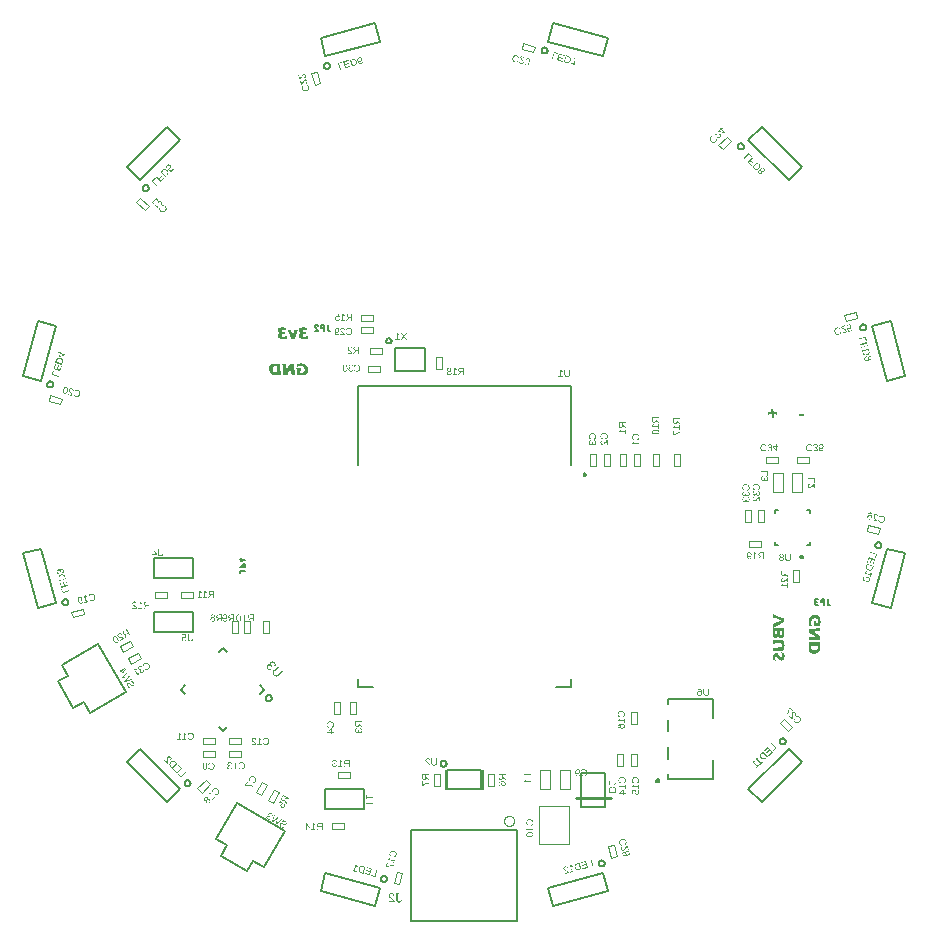
<source format=gbr>
G04 EAGLE Gerber RS-274X export*
G75*
%MOMM*%
%FSLAX34Y34*%
%LPD*%
%INSilkscreen Bottom*%
%IPPOS*%
%AMOC8*
5,1,8,0,0,1.08239X$1,22.5*%
G01*
G04 Define Apertures*
%ADD10C,0.100000*%
%ADD11C,0.152400*%
%ADD12C,0.254000*%
%ADD13C,0.200000*%
%ADD14C,0.127000*%
G36*
X643179Y420243D02*
X642758Y420259D01*
X642267Y420264D01*
X641776Y420259D01*
X641356Y420243D01*
X641199Y423437D01*
X639316Y423423D01*
X638079Y423416D01*
X638043Y424349D01*
X637989Y425153D01*
X639233Y425139D01*
X641115Y425132D01*
X640959Y428319D01*
X641870Y428305D01*
X642782Y428319D01*
X642938Y425132D01*
X644432Y425139D01*
X646051Y425153D01*
X646084Y424220D01*
X646141Y423416D01*
X644686Y423430D01*
X643021Y423437D01*
X643179Y420243D01*
G37*
G36*
X668633Y422099D02*
X666756Y422120D01*
X664872Y422099D01*
X664835Y423106D01*
X664767Y424047D01*
X665732Y424026D01*
X666651Y424019D01*
X667562Y424026D01*
X668528Y424047D01*
X668565Y423096D01*
X668633Y422099D01*
G37*
G36*
X225745Y456946D02*
X224449Y456967D01*
X221620Y456946D01*
X220711Y456967D01*
X219904Y457030D01*
X219296Y457119D01*
X219046Y457173D01*
X218832Y457233D01*
X218442Y457384D01*
X218055Y457583D01*
X217803Y457742D01*
X217565Y457915D01*
X217342Y458104D01*
X217134Y458308D01*
X216939Y458530D01*
X216756Y458773D01*
X216587Y459036D01*
X216430Y459320D01*
X216288Y459623D01*
X216162Y459944D01*
X216053Y460284D01*
X215961Y460640D01*
X215887Y461010D01*
X215835Y461387D01*
X215803Y461772D01*
X215793Y462164D01*
X215806Y462564D01*
X215847Y462958D01*
X215915Y463346D01*
X216010Y463729D01*
X216130Y464097D01*
X216276Y464441D01*
X216445Y464761D01*
X216640Y465056D01*
X216859Y465326D01*
X217103Y465569D01*
X217372Y465785D01*
X217665Y465974D01*
X217978Y466134D01*
X218302Y466265D01*
X218638Y466365D01*
X218985Y466436D01*
X219353Y466485D01*
X219750Y466520D01*
X220176Y466541D01*
X220631Y466548D01*
X221478Y466540D01*
X222381Y466517D01*
X223223Y466493D01*
X223887Y466485D01*
X225301Y466506D01*
X225301Y465687D01*
X225317Y464690D01*
X225364Y463200D01*
X225449Y461141D01*
X225533Y459502D01*
X225615Y458384D01*
X225745Y456946D01*
G37*
%LPC*%
G36*
X221912Y459019D02*
X222323Y459028D01*
X222717Y459054D01*
X222481Y464454D01*
X221840Y464486D01*
X221290Y464496D01*
X220882Y464482D01*
X220519Y464440D01*
X220201Y464370D01*
X219928Y464272D01*
X219690Y464138D01*
X219477Y463961D01*
X219289Y463741D01*
X219126Y463477D01*
X218995Y463175D01*
X218900Y462841D01*
X218844Y462473D01*
X218825Y462073D01*
X218838Y461735D01*
X218876Y461401D01*
X218939Y461071D01*
X219028Y460746D01*
X219143Y460436D01*
X219286Y460156D01*
X219457Y459906D01*
X219655Y459684D01*
X219875Y459496D01*
X220112Y459343D01*
X220367Y459226D01*
X220638Y459145D01*
X220928Y459090D01*
X221237Y459051D01*
X221565Y459027D01*
X221912Y459019D01*
G37*
%LPD*%
G36*
X237533Y456946D02*
X236092Y456960D01*
X234770Y456946D01*
X234698Y459742D01*
X234547Y463063D01*
X234210Y462411D01*
X233883Y461816D01*
X233371Y460898D01*
X232813Y459938D01*
X231638Y457941D01*
X231099Y456946D01*
X229277Y456960D01*
X227574Y456946D01*
X227532Y458620D01*
X227217Y464419D01*
X227048Y466506D01*
X228420Y466492D01*
X229798Y466506D01*
X229819Y465366D01*
X229881Y463570D01*
X229962Y461684D01*
X230042Y460270D01*
X230454Y461069D01*
X233444Y466506D01*
X235121Y466492D01*
X237043Y466506D01*
X237043Y465414D01*
X237120Y463403D01*
X237393Y458417D01*
X237533Y456946D01*
G37*
G36*
X243180Y456764D02*
X242559Y456777D01*
X241856Y456816D01*
X241167Y456872D01*
X240585Y456936D01*
X239987Y457022D01*
X239251Y457149D01*
X239212Y458261D01*
X239136Y459804D01*
X239042Y461362D01*
X238950Y462521D01*
X241276Y462507D01*
X243104Y462521D01*
X243118Y461803D01*
X243139Y461400D01*
X243188Y460539D01*
X242444Y460546D01*
X241903Y460525D01*
X241983Y459005D01*
X242347Y458925D01*
X242696Y458869D01*
X243030Y458834D01*
X243349Y458823D01*
X243715Y458841D01*
X244063Y458897D01*
X244394Y458988D01*
X244707Y459117D01*
X244992Y459281D01*
X245235Y459479D01*
X245436Y459710D01*
X245597Y459975D01*
X245720Y460267D01*
X245807Y460578D01*
X245860Y460909D01*
X245877Y461260D01*
X245862Y461610D01*
X245816Y461950D01*
X245739Y462282D01*
X245632Y462605D01*
X245494Y462913D01*
X245325Y463198D01*
X245124Y463461D01*
X244893Y463701D01*
X244634Y463916D01*
X244351Y464100D01*
X244044Y464255D01*
X243713Y464381D01*
X243365Y464477D01*
X243006Y464546D01*
X242636Y464587D01*
X242256Y464601D01*
X241942Y464592D01*
X241587Y464566D01*
X241202Y464521D01*
X240796Y464458D01*
X240405Y464381D01*
X240067Y464296D01*
X239252Y464041D01*
X239320Y465237D01*
X239343Y466317D01*
X240254Y466479D01*
X241123Y466595D01*
X241952Y466665D01*
X242739Y466688D01*
X243253Y466677D01*
X243742Y466644D01*
X244206Y466588D01*
X244647Y466511D01*
X245064Y466411D01*
X245456Y466288D01*
X245824Y466144D01*
X246168Y465977D01*
X246490Y465792D01*
X246793Y465590D01*
X247076Y465373D01*
X247340Y465140D01*
X247585Y464890D01*
X247810Y464625D01*
X248016Y464345D01*
X248202Y464048D01*
X248368Y463740D01*
X248512Y463426D01*
X248633Y463105D01*
X248733Y462778D01*
X248810Y462445D01*
X248866Y462106D01*
X248899Y461760D01*
X248910Y461407D01*
X248893Y460980D01*
X248844Y460560D01*
X248762Y460147D01*
X248647Y459741D01*
X248502Y459351D01*
X248329Y458989D01*
X248129Y458654D01*
X247901Y458347D01*
X247644Y458068D01*
X247357Y457820D01*
X247040Y457602D01*
X246693Y457415D01*
X246318Y457255D01*
X245920Y457119D01*
X245497Y457007D01*
X245050Y456918D01*
X244589Y456851D01*
X244124Y456802D01*
X243654Y456774D01*
X243180Y456764D01*
G37*
G36*
X227434Y487244D02*
X227029Y487254D01*
X226624Y487286D01*
X226222Y487338D01*
X225820Y487412D01*
X225430Y487510D01*
X225063Y487635D01*
X224719Y487788D01*
X224398Y487969D01*
X224107Y488176D01*
X223854Y488407D01*
X223638Y488664D01*
X223460Y488946D01*
X223320Y489247D01*
X223221Y489560D01*
X223161Y489887D01*
X223141Y490228D01*
X223162Y490567D01*
X223225Y490886D01*
X223332Y491179D01*
X223484Y491443D01*
X223678Y491676D01*
X223911Y491877D01*
X224163Y492041D01*
X224412Y492161D01*
X224709Y492257D01*
X225102Y492350D01*
X224724Y492509D01*
X224430Y492651D01*
X224174Y492805D01*
X223911Y493001D01*
X223663Y493235D01*
X223449Y493502D01*
X223278Y493797D01*
X223158Y494115D01*
X223088Y494451D01*
X223064Y494801D01*
X223080Y495091D01*
X223128Y495367D01*
X223208Y495627D01*
X223320Y495873D01*
X223465Y496100D01*
X223647Y496304D01*
X223865Y496486D01*
X224118Y496646D01*
X224403Y496784D01*
X224716Y496898D01*
X225056Y496989D01*
X225424Y497056D01*
X225810Y497105D01*
X226203Y497140D01*
X226605Y497161D01*
X227014Y497168D01*
X227664Y497157D01*
X228345Y497123D01*
X229057Y497066D01*
X229802Y496986D01*
X229886Y496522D01*
X230236Y494892D01*
X229471Y495036D01*
X228884Y495116D01*
X228401Y495153D01*
X227946Y495165D01*
X227476Y495145D01*
X227091Y495085D01*
X226930Y495038D01*
X226791Y494976D01*
X226673Y494900D01*
X226576Y494809D01*
X226501Y494709D01*
X226448Y494602D01*
X226415Y494489D01*
X226405Y494370D01*
X226418Y494236D01*
X226459Y494108D01*
X226527Y493984D01*
X226622Y493864D01*
X226743Y493757D01*
X226889Y493669D01*
X227060Y493600D01*
X227256Y493550D01*
X227477Y493515D01*
X227726Y493490D01*
X228303Y493470D01*
X228844Y493493D01*
X229360Y493561D01*
X229432Y492495D01*
X229521Y491411D01*
X228940Y491469D01*
X228303Y491488D01*
X227822Y491473D01*
X227409Y491429D01*
X227064Y491354D01*
X226786Y491250D01*
X226573Y491114D01*
X226490Y491033D01*
X226421Y490944D01*
X226368Y490846D01*
X226330Y490739D01*
X226307Y490624D01*
X226300Y490501D01*
X226307Y490373D01*
X226330Y490251D01*
X226367Y490137D01*
X226420Y490029D01*
X226570Y489833D01*
X226779Y489664D01*
X227038Y489527D01*
X227334Y489430D01*
X227666Y489372D01*
X228037Y489352D01*
X228356Y489360D01*
X228686Y489385D01*
X229024Y489426D01*
X229373Y489483D01*
X230097Y489648D01*
X230859Y489877D01*
X230768Y488892D01*
X230677Y487615D01*
X229736Y487437D01*
X228944Y487324D01*
X228207Y487264D01*
X227434Y487244D01*
G37*
G36*
X245247Y487244D02*
X244841Y487254D01*
X244437Y487286D01*
X244034Y487338D01*
X243632Y487412D01*
X243243Y487510D01*
X242876Y487635D01*
X242532Y487788D01*
X242211Y487969D01*
X241920Y488176D01*
X241666Y488407D01*
X241450Y488664D01*
X241272Y488946D01*
X241133Y489247D01*
X241033Y489560D01*
X240973Y489887D01*
X240953Y490228D01*
X240974Y490567D01*
X241037Y490886D01*
X241144Y491179D01*
X241297Y491443D01*
X241491Y491676D01*
X241724Y491877D01*
X241975Y492041D01*
X242225Y492161D01*
X242521Y492257D01*
X242915Y492350D01*
X242536Y492509D01*
X242242Y492651D01*
X241987Y492805D01*
X241724Y493001D01*
X241475Y493235D01*
X241262Y493502D01*
X241091Y493797D01*
X240971Y494115D01*
X240900Y494451D01*
X240876Y494801D01*
X240892Y495091D01*
X240940Y495367D01*
X241020Y495627D01*
X241132Y495873D01*
X241278Y496100D01*
X241459Y496304D01*
X241677Y496486D01*
X241930Y496646D01*
X242216Y496784D01*
X242528Y496898D01*
X242869Y496989D01*
X243237Y497056D01*
X243622Y497105D01*
X244016Y497140D01*
X244417Y497161D01*
X244827Y497168D01*
X245476Y497157D01*
X246157Y497123D01*
X246870Y497066D01*
X247614Y496986D01*
X247698Y496522D01*
X248048Y494892D01*
X247283Y495036D01*
X246697Y495116D01*
X246213Y495153D01*
X245758Y495165D01*
X245289Y495145D01*
X244904Y495085D01*
X244743Y495038D01*
X244603Y494976D01*
X244485Y494900D01*
X244389Y494809D01*
X244314Y494709D01*
X244260Y494602D01*
X244228Y494489D01*
X244217Y494370D01*
X244231Y494236D01*
X244271Y494108D01*
X244339Y493984D01*
X244434Y493864D01*
X244555Y493757D01*
X244701Y493669D01*
X244872Y493600D01*
X245068Y493550D01*
X245290Y493515D01*
X245538Y493490D01*
X246115Y493470D01*
X246656Y493493D01*
X247173Y493561D01*
X247245Y492495D01*
X247334Y491411D01*
X246753Y491469D01*
X246115Y491488D01*
X245634Y491473D01*
X245221Y491429D01*
X244876Y491354D01*
X244599Y491250D01*
X244386Y491114D01*
X244302Y491033D01*
X244234Y490944D01*
X244181Y490846D01*
X244143Y490739D01*
X244120Y490624D01*
X244112Y490501D01*
X244120Y490373D01*
X244142Y490251D01*
X244180Y490137D01*
X244232Y490029D01*
X244382Y489833D01*
X244592Y489664D01*
X244850Y489527D01*
X245146Y489430D01*
X245479Y489372D01*
X245849Y489352D01*
X246169Y489360D01*
X246498Y489385D01*
X246837Y489426D01*
X247185Y489483D01*
X247910Y489648D01*
X248672Y489877D01*
X248581Y488892D01*
X248490Y487615D01*
X247548Y487437D01*
X246756Y487324D01*
X246020Y487264D01*
X245247Y487244D01*
G37*
G36*
X237540Y487426D02*
X235999Y487440D01*
X234542Y487426D01*
X234157Y488365D01*
X232358Y492497D01*
X231393Y494577D01*
X232834Y494563D01*
X234262Y494577D01*
X235375Y491488D01*
X235704Y490592D01*
X235886Y490010D01*
X236289Y491563D01*
X236657Y492885D01*
X236949Y493912D01*
X237126Y494577D01*
X238472Y494563D01*
X239958Y494577D01*
X238283Y489723D01*
X237540Y487426D01*
G37*
G36*
X677280Y220873D02*
X676880Y220886D01*
X676486Y220927D01*
X676098Y220995D01*
X675715Y221090D01*
X675347Y221210D01*
X675003Y221356D01*
X674683Y221525D01*
X674388Y221720D01*
X674118Y221939D01*
X673875Y222183D01*
X673659Y222452D01*
X673470Y222745D01*
X673310Y223058D01*
X673179Y223382D01*
X673079Y223718D01*
X673008Y224065D01*
X672959Y224433D01*
X672924Y224830D01*
X672903Y225256D01*
X672896Y225711D01*
X672904Y226558D01*
X672927Y227461D01*
X672951Y228303D01*
X672959Y228967D01*
X672938Y230381D01*
X673757Y230381D01*
X674754Y230397D01*
X676244Y230444D01*
X678303Y230529D01*
X679942Y230613D01*
X681061Y230695D01*
X682498Y230825D01*
X682477Y229529D01*
X682498Y226700D01*
X682477Y225791D01*
X682414Y224984D01*
X682325Y224376D01*
X682271Y224126D01*
X682211Y223912D01*
X682060Y223522D01*
X681861Y223135D01*
X681702Y222883D01*
X681529Y222645D01*
X681340Y222422D01*
X681136Y222214D01*
X680914Y222019D01*
X680671Y221836D01*
X680408Y221667D01*
X680124Y221510D01*
X679821Y221368D01*
X679500Y221242D01*
X679161Y221133D01*
X678804Y221041D01*
X678434Y220967D01*
X678057Y220915D01*
X677672Y220883D01*
X677280Y220873D01*
G37*
%LPC*%
G36*
X677371Y223905D02*
X677709Y223918D01*
X678043Y223956D01*
X678373Y224019D01*
X678698Y224108D01*
X679008Y224223D01*
X679288Y224366D01*
X679538Y224537D01*
X679760Y224735D01*
X679948Y224955D01*
X680101Y225192D01*
X680218Y225447D01*
X680299Y225718D01*
X680354Y226008D01*
X680393Y226317D01*
X680417Y226645D01*
X680425Y226992D01*
X680416Y227403D01*
X680390Y227797D01*
X674990Y227561D01*
X674958Y226920D01*
X674948Y226370D01*
X674962Y225962D01*
X675004Y225599D01*
X675074Y225281D01*
X675172Y225008D01*
X675306Y224770D01*
X675483Y224557D01*
X675703Y224369D01*
X675967Y224206D01*
X676269Y224075D01*
X676603Y223980D01*
X676971Y223924D01*
X677371Y223905D01*
G37*
%LPD*%
G36*
X649329Y234163D02*
X649138Y234170D01*
X648953Y234189D01*
X648597Y234265D01*
X648267Y234392D01*
X647970Y234570D01*
X647715Y234786D01*
X647511Y235028D01*
X647357Y235276D01*
X647252Y235508D01*
X647176Y235769D01*
X647108Y236103D01*
X647003Y235770D01*
X646898Y235512D01*
X646772Y235288D01*
X646604Y235060D01*
X646391Y234840D01*
X646131Y234643D01*
X645828Y234479D01*
X645484Y234356D01*
X645111Y234280D01*
X644918Y234261D01*
X644720Y234254D01*
X644468Y234265D01*
X644225Y234298D01*
X643989Y234353D01*
X643761Y234430D01*
X643571Y234514D01*
X643396Y234613D01*
X643235Y234728D01*
X643088Y234857D01*
X642974Y234987D01*
X642869Y235133D01*
X642689Y235470D01*
X642615Y235661D01*
X642552Y235868D01*
X642503Y236090D01*
X642465Y236328D01*
X642428Y236825D01*
X642416Y237574D01*
X642424Y238375D01*
X642447Y239318D01*
X642471Y240271D01*
X642479Y241098D01*
X642458Y242575D01*
X643326Y242568D01*
X644498Y242585D01*
X646289Y242635D01*
X648166Y242702D01*
X649595Y242771D01*
X650642Y242845D01*
X652018Y242967D01*
X652011Y241608D01*
X652018Y239766D01*
X652011Y238717D01*
X651990Y237725D01*
X651955Y236911D01*
X651906Y236398D01*
X651860Y236175D01*
X651797Y235955D01*
X651719Y235737D01*
X651626Y235522D01*
X651519Y235319D01*
X651402Y235135D01*
X651274Y234972D01*
X651136Y234829D01*
X650959Y234680D01*
X650766Y234549D01*
X650556Y234435D01*
X650330Y234338D01*
X650092Y234262D01*
X649845Y234207D01*
X649591Y234174D01*
X649329Y234163D01*
G37*
%LPC*%
G36*
X649006Y237056D02*
X649260Y237080D01*
X649490Y237151D01*
X649684Y237262D01*
X649833Y237406D01*
X649947Y237604D01*
X650036Y237876D01*
X650083Y238199D01*
X650099Y238661D01*
X650099Y240007D01*
X648082Y239921D01*
X648082Y238443D01*
X648095Y238030D01*
X648134Y237742D01*
X648204Y237536D01*
X648306Y237364D01*
X648439Y237229D01*
X648600Y237133D01*
X648789Y237075D01*
X649006Y237056D01*
G37*
G36*
X645168Y237147D02*
X645350Y237162D01*
X645533Y237207D01*
X645706Y237287D01*
X645862Y237410D01*
X645988Y237567D01*
X646072Y237750D01*
X646125Y237949D01*
X646159Y238153D01*
X646178Y238431D01*
X646184Y238851D01*
X646184Y239847D01*
X644307Y239759D01*
X644307Y238499D01*
X644313Y238237D01*
X644331Y238010D01*
X644362Y237820D01*
X644405Y237665D01*
X644461Y237538D01*
X644529Y237430D01*
X644611Y237340D01*
X644706Y237270D01*
X644811Y237216D01*
X644923Y237178D01*
X645042Y237155D01*
X645168Y237147D01*
G37*
%LPD*%
G36*
X672938Y232128D02*
X672952Y233500D01*
X672938Y234878D01*
X674078Y234899D01*
X675874Y234961D01*
X677760Y235042D01*
X679174Y235122D01*
X678375Y235534D01*
X672938Y238524D01*
X672952Y240201D01*
X672938Y242123D01*
X674030Y242123D01*
X676041Y242200D01*
X681027Y242473D01*
X682498Y242613D01*
X682484Y241172D01*
X682498Y239850D01*
X679702Y239778D01*
X676381Y239627D01*
X677033Y239290D01*
X677628Y238963D01*
X678546Y238451D01*
X679506Y237893D01*
X681503Y236718D01*
X682498Y236179D01*
X682484Y234357D01*
X682498Y232654D01*
X680824Y232612D01*
X675025Y232297D01*
X672938Y232128D01*
G37*
G36*
X676923Y244030D02*
X676937Y246356D01*
X676923Y248184D01*
X677641Y248198D01*
X678044Y248219D01*
X678905Y248268D01*
X678898Y247524D01*
X678919Y246983D01*
X680439Y247063D01*
X680519Y247427D01*
X680575Y247776D01*
X680610Y248110D01*
X680621Y248429D01*
X680603Y248795D01*
X680547Y249143D01*
X680456Y249474D01*
X680327Y249787D01*
X680163Y250072D01*
X679965Y250315D01*
X679734Y250516D01*
X679469Y250677D01*
X679177Y250800D01*
X678866Y250887D01*
X678535Y250940D01*
X678184Y250957D01*
X677834Y250942D01*
X677494Y250896D01*
X677162Y250819D01*
X676839Y250712D01*
X676531Y250574D01*
X676246Y250405D01*
X675983Y250204D01*
X675743Y249973D01*
X675528Y249714D01*
X675344Y249431D01*
X675189Y249124D01*
X675064Y248793D01*
X674967Y248445D01*
X674898Y248086D01*
X674857Y247716D01*
X674843Y247336D01*
X674852Y247022D01*
X674878Y246667D01*
X674923Y246282D01*
X674986Y245876D01*
X675064Y245485D01*
X675148Y245147D01*
X675403Y244332D01*
X674207Y244400D01*
X673127Y244423D01*
X672965Y245334D01*
X672849Y246203D01*
X672779Y247032D01*
X672756Y247819D01*
X672767Y248333D01*
X672800Y248822D01*
X672856Y249286D01*
X672933Y249727D01*
X673033Y250144D01*
X673156Y250536D01*
X673300Y250904D01*
X673467Y251248D01*
X673652Y251570D01*
X673854Y251873D01*
X674071Y252156D01*
X674304Y252420D01*
X674554Y252665D01*
X674819Y252890D01*
X675099Y253096D01*
X675396Y253282D01*
X675704Y253448D01*
X676018Y253592D01*
X676339Y253713D01*
X676666Y253813D01*
X676999Y253890D01*
X677338Y253946D01*
X677684Y253979D01*
X678037Y253990D01*
X678464Y253973D01*
X678884Y253924D01*
X679297Y253842D01*
X679704Y253727D01*
X680093Y253582D01*
X680455Y253409D01*
X680790Y253209D01*
X681097Y252981D01*
X681376Y252724D01*
X681624Y252437D01*
X681842Y252120D01*
X682029Y251773D01*
X682189Y251398D01*
X682325Y251000D01*
X682437Y250577D01*
X682526Y250130D01*
X682593Y249669D01*
X682642Y249204D01*
X682670Y248734D01*
X682680Y248260D01*
X682667Y247639D01*
X682628Y246936D01*
X682572Y246247D01*
X682509Y245665D01*
X682422Y245067D01*
X682295Y244331D01*
X681183Y244292D01*
X679640Y244216D01*
X678082Y244122D01*
X676923Y244030D01*
G37*
G36*
X642458Y222792D02*
X642458Y225881D01*
X642528Y225899D01*
X642737Y225917D01*
X643575Y225958D01*
X644785Y226017D01*
X646111Y226098D01*
X647445Y226193D01*
X648196Y226266D01*
X648604Y226336D01*
X648929Y226434D01*
X649205Y226555D01*
X649430Y226693D01*
X649586Y226822D01*
X649722Y226973D01*
X649841Y227167D01*
X649930Y227386D01*
X649999Y227690D01*
X650022Y228016D01*
X650014Y228210D01*
X649990Y228400D01*
X649951Y228586D01*
X649896Y228768D01*
X649825Y228938D01*
X649739Y229089D01*
X649638Y229220D01*
X649521Y229331D01*
X649390Y229425D01*
X649245Y229503D01*
X649087Y229565D01*
X648915Y229611D01*
X648514Y229669D01*
X648026Y229688D01*
X647010Y229657D01*
X646249Y229618D01*
X645434Y229563D01*
X642458Y229355D01*
X642472Y230846D01*
X642458Y232386D01*
X645224Y232512D01*
X646520Y232590D01*
X647641Y232681D01*
X648618Y232745D01*
X649125Y232759D01*
X649370Y232751D01*
X649607Y232727D01*
X649836Y232688D01*
X650057Y232633D01*
X650415Y232499D01*
X650719Y232324D01*
X650856Y232216D01*
X650993Y232086D01*
X651262Y231764D01*
X651401Y231555D01*
X651530Y231329D01*
X651651Y231086D01*
X651762Y230825D01*
X651863Y230547D01*
X651951Y230252D01*
X652026Y229941D01*
X652088Y229613D01*
X652137Y229245D01*
X652172Y228870D01*
X652193Y228489D01*
X652200Y228100D01*
X652191Y227663D01*
X652163Y227229D01*
X652117Y226798D01*
X652053Y226369D01*
X651967Y225953D01*
X651854Y225560D01*
X651716Y225190D01*
X651552Y224842D01*
X651370Y224526D01*
X651177Y224250D01*
X650972Y224014D01*
X650757Y223819D01*
X650527Y223657D01*
X650277Y223519D01*
X650007Y223406D01*
X649717Y223318D01*
X649364Y223251D01*
X648904Y223198D01*
X648336Y223161D01*
X647662Y223140D01*
X647431Y223133D01*
X642458Y222792D01*
G37*
G36*
X642458Y242994D02*
X642472Y244521D01*
X642458Y246154D01*
X643096Y246410D01*
X643432Y246553D01*
X648787Y248995D01*
X649593Y249317D01*
X648240Y249696D01*
X644925Y250728D01*
X643404Y251205D01*
X642458Y251457D01*
X642472Y252885D01*
X642458Y254578D01*
X646240Y253232D01*
X651164Y251522D01*
X652018Y251263D01*
X652004Y249491D01*
X652018Y247810D01*
X651123Y247397D01*
X650358Y247026D01*
X645568Y244611D01*
X643901Y243755D01*
X642458Y242994D01*
G37*
G36*
X649399Y215103D02*
X649161Y215115D01*
X648940Y215152D01*
X648727Y215214D01*
X648516Y215302D01*
X648296Y215426D01*
X648054Y215593D01*
X647800Y215800D01*
X647543Y216041D01*
X647303Y216292D01*
X647101Y216525D01*
X646702Y217029D01*
X646068Y217820D01*
X645863Y218048D01*
X645676Y218227D01*
X645509Y218356D01*
X645364Y218437D01*
X645230Y218479D01*
X645091Y218493D01*
X644947Y218470D01*
X644815Y218403D01*
X644695Y218290D01*
X644587Y218132D01*
X644498Y217940D01*
X644435Y217725D01*
X644397Y217487D01*
X644384Y217225D01*
X644409Y216803D01*
X644485Y216308D01*
X644546Y216034D01*
X644626Y215747D01*
X644846Y215131D01*
X643435Y215264D01*
X642549Y215313D01*
X642429Y215997D01*
X642344Y216654D01*
X642293Y217285D01*
X642276Y217890D01*
X642299Y218484D01*
X642370Y219060D01*
X642428Y219339D01*
X642506Y219610D01*
X642605Y219872D01*
X642724Y220125D01*
X642860Y220361D01*
X643008Y220573D01*
X643168Y220760D01*
X643340Y220923D01*
X643522Y221064D01*
X643711Y221187D01*
X643906Y221290D01*
X644107Y221375D01*
X644313Y221441D01*
X644521Y221488D01*
X644732Y221516D01*
X644944Y221525D01*
X645292Y221502D01*
X645620Y221431D01*
X645936Y221308D01*
X646247Y221129D01*
X646567Y220881D01*
X646912Y220550D01*
X647480Y219904D01*
X648628Y218585D01*
X648783Y218423D01*
X648926Y218304D01*
X649055Y218221D01*
X649171Y218171D01*
X649282Y218144D01*
X649399Y218136D01*
X649563Y218158D01*
X649706Y218226D01*
X649827Y218339D01*
X649927Y218497D01*
X650006Y218693D01*
X650061Y218920D01*
X650095Y219179D01*
X650106Y219469D01*
X650097Y219710D01*
X650072Y219969D01*
X649969Y220546D01*
X649888Y220863D01*
X649779Y221203D01*
X649644Y221563D01*
X649483Y221946D01*
X650528Y221834D01*
X651871Y221735D01*
X652015Y220908D01*
X652118Y220154D01*
X652180Y219475D01*
X652200Y218871D01*
X652191Y218508D01*
X652163Y218154D01*
X652117Y217809D01*
X652053Y217474D01*
X651966Y217150D01*
X651851Y216839D01*
X651708Y216542D01*
X651538Y216258D01*
X651342Y215998D01*
X651120Y215768D01*
X650872Y215570D01*
X650600Y215404D01*
X650311Y215272D01*
X650014Y215178D01*
X649710Y215122D01*
X649399Y215103D01*
G37*
G36*
X527827Y401697D02*
X527500Y402352D01*
X527788Y402518D01*
X528038Y402703D01*
X528249Y402907D01*
X528422Y403131D01*
X528556Y403374D01*
X528652Y403637D01*
X528710Y403918D01*
X528729Y404219D01*
X528719Y404455D01*
X528688Y404679D01*
X528636Y404890D01*
X528564Y405088D01*
X528471Y405274D01*
X528357Y405448D01*
X528223Y405609D01*
X528068Y405757D01*
X527896Y405890D01*
X527711Y406006D01*
X527513Y406103D01*
X527301Y406183D01*
X527076Y406246D01*
X526837Y406290D01*
X526586Y406317D01*
X526321Y406326D01*
X526053Y406317D01*
X525800Y406291D01*
X525562Y406249D01*
X525338Y406189D01*
X525129Y406112D01*
X524935Y406019D01*
X524755Y405908D01*
X524590Y405780D01*
X524442Y405637D01*
X524313Y405480D01*
X524205Y405310D01*
X524116Y405125D01*
X524047Y404928D01*
X523998Y404716D01*
X523968Y404491D01*
X523958Y404253D01*
X523975Y403951D01*
X524026Y403670D01*
X524112Y403410D01*
X524231Y403172D01*
X524382Y402960D01*
X524564Y402779D01*
X524777Y402630D01*
X525020Y402511D01*
X524768Y401752D01*
X524427Y401922D01*
X524131Y402134D01*
X523880Y402387D01*
X523673Y402683D01*
X523511Y403020D01*
X523396Y403395D01*
X523327Y403808D01*
X523304Y404261D01*
X523316Y404590D01*
X523354Y404900D01*
X523416Y405192D01*
X523504Y405465D01*
X523617Y405721D01*
X523754Y405957D01*
X523917Y406176D01*
X524105Y406376D01*
X524315Y406555D01*
X524544Y406710D01*
X524792Y406841D01*
X525060Y406949D01*
X525346Y407032D01*
X525652Y407092D01*
X525977Y407128D01*
X526321Y407140D01*
X526777Y407118D01*
X527201Y407054D01*
X527594Y406947D01*
X527955Y406798D01*
X528280Y406607D01*
X528566Y406378D01*
X528811Y406110D01*
X529017Y405803D01*
X529179Y405462D01*
X529295Y405090D01*
X529365Y404689D01*
X529388Y404257D01*
X529382Y404042D01*
X529363Y403834D01*
X529288Y403437D01*
X529164Y403067D01*
X528989Y402723D01*
X528767Y402411D01*
X528499Y402136D01*
X528186Y401898D01*
X527827Y401697D01*
G37*
G36*
X529304Y396997D02*
X528662Y396997D01*
X528662Y398437D01*
X523392Y398437D01*
X523392Y399133D01*
X524353Y400531D01*
X525066Y400531D01*
X524113Y399196D01*
X528662Y399196D01*
X528662Y400703D01*
X529304Y400703D01*
X529304Y396997D01*
G37*
G36*
X436602Y65746D02*
X436237Y65754D01*
X435895Y65777D01*
X435576Y65816D01*
X435280Y65871D01*
X435007Y65941D01*
X434758Y66026D01*
X434531Y66127D01*
X434327Y66244D01*
X434147Y66376D01*
X433991Y66526D01*
X433859Y66693D01*
X433751Y66878D01*
X433667Y67079D01*
X433608Y67297D01*
X433572Y67533D01*
X433560Y67786D01*
X433571Y68045D01*
X433607Y68287D01*
X433666Y68510D01*
X433749Y68716D01*
X433856Y68903D01*
X433987Y69072D01*
X434141Y69224D01*
X434319Y69357D01*
X434521Y69474D01*
X434747Y69575D01*
X434996Y69660D01*
X435269Y69730D01*
X435567Y69784D01*
X435888Y69823D01*
X436233Y69847D01*
X436602Y69854D01*
X436963Y69846D01*
X437302Y69822D01*
X437619Y69782D01*
X437913Y69726D01*
X438185Y69654D01*
X438435Y69566D01*
X438662Y69462D01*
X438868Y69342D01*
X439050Y69206D01*
X439207Y69055D01*
X439341Y68887D01*
X439450Y68704D01*
X439535Y68504D01*
X439595Y68289D01*
X439632Y68058D01*
X439644Y67811D01*
X439632Y67564D01*
X439595Y67332D01*
X439534Y67116D01*
X439449Y66915D01*
X439339Y66730D01*
X439205Y66561D01*
X439046Y66407D01*
X438863Y66269D01*
X438657Y66146D01*
X438429Y66040D01*
X438180Y65950D01*
X437908Y65877D01*
X437614Y65820D01*
X437299Y65779D01*
X436961Y65754D01*
X436602Y65746D01*
G37*
%LPC*%
G36*
X436602Y66514D02*
X437179Y66534D01*
X437676Y66592D01*
X438093Y66689D01*
X438272Y66752D01*
X438431Y66825D01*
X438571Y66908D01*
X438692Y67002D01*
X438794Y67108D01*
X438878Y67224D01*
X438943Y67352D01*
X438990Y67491D01*
X439018Y67641D01*
X439027Y67802D01*
X439018Y67965D01*
X438991Y68115D01*
X438945Y68255D01*
X438881Y68383D01*
X438799Y68500D01*
X438699Y68605D01*
X438581Y68699D01*
X438444Y68782D01*
X438287Y68855D01*
X438110Y68917D01*
X437911Y68970D01*
X437692Y69014D01*
X437189Y69071D01*
X436602Y69091D01*
X435999Y69072D01*
X435488Y69015D01*
X435266Y68972D01*
X435068Y68920D01*
X434892Y68858D01*
X434739Y68786D01*
X434606Y68704D01*
X434491Y68610D01*
X434393Y68503D01*
X434314Y68384D01*
X434252Y68253D01*
X434208Y68109D01*
X434181Y67954D01*
X434172Y67786D01*
X434181Y67622D01*
X434208Y67470D01*
X434253Y67330D01*
X434316Y67202D01*
X434397Y67086D01*
X434496Y66982D01*
X434612Y66890D01*
X434747Y66810D01*
X434902Y66741D01*
X435079Y66681D01*
X435498Y66588D01*
X436006Y66533D01*
X436602Y66514D01*
G37*
%LPD*%
G36*
X438083Y75311D02*
X437756Y75966D01*
X438044Y76132D01*
X438294Y76317D01*
X438505Y76521D01*
X438678Y76745D01*
X438812Y76988D01*
X438908Y77251D01*
X438966Y77532D01*
X438985Y77833D01*
X438975Y78069D01*
X438944Y78293D01*
X438892Y78504D01*
X438820Y78702D01*
X438727Y78888D01*
X438613Y79062D01*
X438479Y79223D01*
X438324Y79371D01*
X438152Y79504D01*
X437967Y79620D01*
X437769Y79717D01*
X437557Y79797D01*
X437332Y79860D01*
X437093Y79904D01*
X436842Y79931D01*
X436577Y79940D01*
X436309Y79931D01*
X436056Y79905D01*
X435818Y79863D01*
X435594Y79803D01*
X435385Y79726D01*
X435191Y79633D01*
X435011Y79522D01*
X434846Y79394D01*
X434698Y79251D01*
X434569Y79094D01*
X434461Y78924D01*
X434372Y78739D01*
X434303Y78542D01*
X434254Y78330D01*
X434224Y78105D01*
X434214Y77867D01*
X434231Y77565D01*
X434282Y77284D01*
X434368Y77024D01*
X434487Y76786D01*
X434638Y76574D01*
X434820Y76393D01*
X435033Y76244D01*
X435276Y76125D01*
X435024Y75366D01*
X434683Y75536D01*
X434387Y75748D01*
X434136Y76001D01*
X433929Y76297D01*
X433767Y76634D01*
X433652Y77009D01*
X433583Y77422D01*
X433560Y77875D01*
X433572Y78204D01*
X433610Y78514D01*
X433672Y78806D01*
X433760Y79079D01*
X433873Y79335D01*
X434010Y79571D01*
X434173Y79790D01*
X434361Y79990D01*
X434571Y80169D01*
X434800Y80324D01*
X435048Y80455D01*
X435316Y80563D01*
X435602Y80646D01*
X435908Y80706D01*
X436233Y80742D01*
X436577Y80754D01*
X437033Y80732D01*
X437457Y80668D01*
X437850Y80561D01*
X438211Y80412D01*
X438536Y80221D01*
X438822Y79992D01*
X439067Y79724D01*
X439273Y79417D01*
X439435Y79076D01*
X439551Y78704D01*
X439621Y78303D01*
X439644Y77871D01*
X439638Y77656D01*
X439619Y77448D01*
X439544Y77051D01*
X439420Y76681D01*
X439245Y76337D01*
X439023Y76025D01*
X438755Y75750D01*
X438442Y75512D01*
X438083Y75311D01*
G37*
G36*
X439560Y70611D02*
X438918Y70611D01*
X438918Y72051D01*
X433648Y72051D01*
X433648Y72747D01*
X434609Y74145D01*
X435322Y74145D01*
X434369Y72810D01*
X438918Y72810D01*
X438918Y74317D01*
X439560Y74317D01*
X439560Y70611D01*
G37*
G36*
X149241Y148030D02*
X149026Y148036D01*
X148818Y148055D01*
X148421Y148130D01*
X148051Y148254D01*
X147707Y148429D01*
X147395Y148651D01*
X147120Y148919D01*
X146882Y149232D01*
X146681Y149591D01*
X147336Y149918D01*
X147502Y149630D01*
X147687Y149380D01*
X147891Y149169D01*
X148115Y148996D01*
X148358Y148862D01*
X148621Y148766D01*
X148902Y148708D01*
X149203Y148689D01*
X149439Y148699D01*
X149663Y148730D01*
X149874Y148782D01*
X150072Y148854D01*
X150258Y148947D01*
X150432Y149061D01*
X150593Y149195D01*
X150741Y149350D01*
X150874Y149522D01*
X150990Y149707D01*
X151087Y149905D01*
X151167Y150117D01*
X151230Y150342D01*
X151274Y150581D01*
X151301Y150832D01*
X151310Y151097D01*
X151301Y151365D01*
X151275Y151618D01*
X151233Y151856D01*
X151173Y152080D01*
X151096Y152289D01*
X151003Y152483D01*
X150892Y152663D01*
X150764Y152828D01*
X150621Y152976D01*
X150464Y153105D01*
X150294Y153213D01*
X150109Y153302D01*
X149912Y153371D01*
X149700Y153420D01*
X149475Y153450D01*
X149237Y153460D01*
X148935Y153443D01*
X148654Y153392D01*
X148394Y153306D01*
X148156Y153187D01*
X147944Y153036D01*
X147763Y152854D01*
X147614Y152641D01*
X147495Y152398D01*
X146736Y152650D01*
X146906Y152991D01*
X147118Y153287D01*
X147371Y153538D01*
X147667Y153745D01*
X148004Y153907D01*
X148379Y154022D01*
X148792Y154091D01*
X149245Y154115D01*
X149574Y154102D01*
X149884Y154064D01*
X150176Y154002D01*
X150449Y153914D01*
X150705Y153801D01*
X150941Y153664D01*
X151160Y153501D01*
X151360Y153313D01*
X151539Y153103D01*
X151694Y152874D01*
X151825Y152626D01*
X151933Y152358D01*
X152016Y152072D01*
X152076Y151766D01*
X152112Y151441D01*
X152124Y151097D01*
X152102Y150641D01*
X152038Y150217D01*
X151931Y149824D01*
X151782Y149463D01*
X151591Y149138D01*
X151362Y148853D01*
X151094Y148607D01*
X150787Y148401D01*
X150446Y148239D01*
X150074Y148123D01*
X149673Y148053D01*
X149241Y148030D01*
G37*
G36*
X141530Y148114D02*
X137825Y148114D01*
X137825Y148756D01*
X139264Y148756D01*
X139264Y154026D01*
X139961Y154026D01*
X141358Y153065D01*
X141358Y152352D01*
X140024Y153305D01*
X140024Y148756D01*
X141530Y148756D01*
X141530Y148114D01*
G37*
G36*
X145687Y148114D02*
X141981Y148114D01*
X141981Y148756D01*
X143421Y148756D01*
X143421Y154026D01*
X144117Y154026D01*
X145515Y153065D01*
X145515Y152352D01*
X144180Y153305D01*
X144180Y148756D01*
X145687Y148756D01*
X145687Y148114D01*
G37*
G36*
X212995Y143712D02*
X212780Y143718D01*
X212572Y143737D01*
X212175Y143812D01*
X211805Y143936D01*
X211461Y144111D01*
X211149Y144333D01*
X210874Y144601D01*
X210636Y144914D01*
X210435Y145273D01*
X211090Y145600D01*
X211256Y145312D01*
X211441Y145062D01*
X211645Y144851D01*
X211869Y144678D01*
X212112Y144544D01*
X212375Y144448D01*
X212656Y144390D01*
X212957Y144371D01*
X213193Y144381D01*
X213417Y144412D01*
X213628Y144464D01*
X213826Y144536D01*
X214012Y144629D01*
X214186Y144743D01*
X214347Y144877D01*
X214495Y145032D01*
X214628Y145204D01*
X214744Y145389D01*
X214841Y145587D01*
X214921Y145799D01*
X214984Y146024D01*
X215028Y146263D01*
X215055Y146514D01*
X215064Y146779D01*
X215055Y147047D01*
X215029Y147300D01*
X214987Y147538D01*
X214927Y147762D01*
X214850Y147971D01*
X214757Y148165D01*
X214646Y148345D01*
X214518Y148510D01*
X214375Y148658D01*
X214218Y148787D01*
X214048Y148895D01*
X213863Y148984D01*
X213666Y149053D01*
X213454Y149102D01*
X213229Y149132D01*
X212991Y149142D01*
X212689Y149125D01*
X212408Y149074D01*
X212148Y148988D01*
X211910Y148869D01*
X211698Y148718D01*
X211517Y148536D01*
X211368Y148323D01*
X211249Y148080D01*
X210490Y148332D01*
X210660Y148673D01*
X210872Y148969D01*
X211125Y149220D01*
X211421Y149427D01*
X211758Y149589D01*
X212133Y149704D01*
X212546Y149773D01*
X212999Y149797D01*
X213328Y149784D01*
X213638Y149746D01*
X213930Y149684D01*
X214203Y149596D01*
X214459Y149483D01*
X214695Y149346D01*
X214914Y149183D01*
X215114Y148995D01*
X215293Y148785D01*
X215448Y148556D01*
X215579Y148308D01*
X215687Y148040D01*
X215770Y147754D01*
X215830Y147448D01*
X215866Y147123D01*
X215878Y146779D01*
X215856Y146323D01*
X215792Y145899D01*
X215685Y145506D01*
X215536Y145145D01*
X215345Y144820D01*
X215116Y144535D01*
X214848Y144289D01*
X214541Y144083D01*
X214200Y143921D01*
X213828Y143805D01*
X213427Y143735D01*
X212995Y143712D01*
G37*
G36*
X204882Y143796D02*
X200967Y143796D01*
X200967Y144438D01*
X204051Y144438D01*
X203978Y144586D01*
X203885Y144738D01*
X203640Y145049D01*
X203305Y145385D01*
X202872Y145760D01*
X202136Y146380D01*
X201684Y146813D01*
X201412Y147153D01*
X201305Y147323D01*
X201216Y147493D01*
X201148Y147663D01*
X201098Y147834D01*
X201069Y148005D01*
X201059Y148177D01*
X201067Y148365D01*
X201089Y148543D01*
X201127Y148709D01*
X201179Y148864D01*
X201247Y149009D01*
X201329Y149142D01*
X201427Y149264D01*
X201540Y149375D01*
X201666Y149474D01*
X201806Y149559D01*
X201958Y149632D01*
X202123Y149691D01*
X202302Y149737D01*
X202493Y149770D01*
X202697Y149790D01*
X202914Y149797D01*
X203113Y149790D01*
X203302Y149770D01*
X203483Y149738D01*
X203654Y149692D01*
X203816Y149633D01*
X203969Y149560D01*
X204246Y149377D01*
X204478Y149149D01*
X204574Y149021D01*
X204656Y148885D01*
X204724Y148739D01*
X204779Y148585D01*
X204820Y148421D01*
X204848Y148248D01*
X204076Y148177D01*
X204033Y148401D01*
X203957Y148598D01*
X203849Y148769D01*
X203709Y148913D01*
X203542Y149028D01*
X203354Y149110D01*
X203144Y149159D01*
X202914Y149175D01*
X202674Y149159D01*
X202462Y149108D01*
X202277Y149024D01*
X202121Y148907D01*
X201996Y148759D01*
X201907Y148584D01*
X201853Y148381D01*
X201835Y148152D01*
X201846Y147976D01*
X201877Y147810D01*
X201929Y147653D01*
X202001Y147505D01*
X202193Y147226D01*
X202435Y146960D01*
X202720Y146700D01*
X203038Y146440D01*
X203711Y145875D01*
X204043Y145553D01*
X204359Y145195D01*
X204508Y145000D01*
X204644Y144791D01*
X204769Y144567D01*
X204882Y144329D01*
X204882Y143796D01*
G37*
G36*
X209441Y143796D02*
X205735Y143796D01*
X205735Y144438D01*
X207175Y144438D01*
X207175Y149708D01*
X207871Y149708D01*
X209269Y148747D01*
X209269Y148034D01*
X207934Y148987D01*
X207934Y144438D01*
X209441Y144438D01*
X209441Y143796D01*
G37*
G36*
X192421Y122884D02*
X192206Y122890D01*
X191998Y122909D01*
X191601Y122984D01*
X191231Y123108D01*
X190887Y123283D01*
X190575Y123505D01*
X190300Y123773D01*
X190062Y124086D01*
X189861Y124445D01*
X190516Y124772D01*
X190682Y124484D01*
X190867Y124234D01*
X191071Y124023D01*
X191295Y123850D01*
X191538Y123716D01*
X191801Y123620D01*
X192082Y123562D01*
X192383Y123543D01*
X192619Y123553D01*
X192843Y123584D01*
X193054Y123636D01*
X193252Y123708D01*
X193438Y123801D01*
X193612Y123915D01*
X193773Y124049D01*
X193921Y124204D01*
X194054Y124376D01*
X194170Y124561D01*
X194267Y124759D01*
X194347Y124971D01*
X194410Y125196D01*
X194454Y125435D01*
X194481Y125686D01*
X194490Y125951D01*
X194481Y126219D01*
X194455Y126472D01*
X194413Y126710D01*
X194353Y126934D01*
X194276Y127143D01*
X194183Y127337D01*
X194072Y127517D01*
X193944Y127682D01*
X193801Y127830D01*
X193644Y127959D01*
X193474Y128067D01*
X193289Y128156D01*
X193092Y128225D01*
X192880Y128274D01*
X192655Y128304D01*
X192417Y128314D01*
X192115Y128297D01*
X191834Y128246D01*
X191574Y128160D01*
X191336Y128041D01*
X191124Y127890D01*
X190943Y127708D01*
X190794Y127495D01*
X190675Y127252D01*
X189916Y127504D01*
X190086Y127845D01*
X190298Y128141D01*
X190551Y128392D01*
X190847Y128599D01*
X191184Y128761D01*
X191559Y128876D01*
X191972Y128945D01*
X192425Y128969D01*
X192754Y128956D01*
X193064Y128918D01*
X193356Y128856D01*
X193629Y128768D01*
X193885Y128655D01*
X194121Y128518D01*
X194340Y128355D01*
X194540Y128167D01*
X194719Y127957D01*
X194874Y127728D01*
X195005Y127480D01*
X195113Y127212D01*
X195196Y126926D01*
X195256Y126620D01*
X195292Y126295D01*
X195304Y125951D01*
X195282Y125495D01*
X195218Y125071D01*
X195111Y124678D01*
X194962Y124317D01*
X194771Y123992D01*
X194542Y123707D01*
X194274Y123461D01*
X193967Y123255D01*
X193626Y123093D01*
X193254Y122977D01*
X192853Y122907D01*
X192421Y122884D01*
G37*
G36*
X182344Y122884D02*
X182110Y122891D01*
X181889Y122912D01*
X181683Y122947D01*
X181490Y122996D01*
X181311Y123059D01*
X181147Y123137D01*
X180996Y123228D01*
X180859Y123333D01*
X180737Y123451D01*
X180631Y123581D01*
X180542Y123722D01*
X180468Y123874D01*
X180411Y124039D01*
X180371Y124214D01*
X180346Y124402D01*
X180338Y124600D01*
X180361Y124871D01*
X180431Y125119D01*
X180546Y125341D01*
X180708Y125540D01*
X180911Y125708D01*
X181150Y125838D01*
X181427Y125930D01*
X181740Y125985D01*
X181740Y126002D01*
X181456Y126079D01*
X181207Y126185D01*
X180995Y126319D01*
X180819Y126482D01*
X180680Y126673D01*
X180581Y126890D01*
X180522Y127133D01*
X180502Y127403D01*
X180510Y127583D01*
X180533Y127752D01*
X180571Y127912D01*
X180625Y128061D01*
X180695Y128199D01*
X180779Y128328D01*
X180879Y128447D01*
X180995Y128555D01*
X181124Y128652D01*
X181266Y128736D01*
X181421Y128807D01*
X181587Y128865D01*
X181766Y128910D01*
X181958Y128943D01*
X182161Y128962D01*
X182378Y128969D01*
X182576Y128962D01*
X182766Y128943D01*
X182947Y128911D01*
X183118Y128867D01*
X183280Y128810D01*
X183432Y128740D01*
X183710Y128561D01*
X183833Y128455D01*
X183942Y128338D01*
X184037Y128211D01*
X184120Y128075D01*
X184188Y127928D01*
X184243Y127772D01*
X184284Y127605D01*
X184312Y127429D01*
X183553Y127370D01*
X183511Y127590D01*
X183438Y127783D01*
X183332Y127950D01*
X183194Y128092D01*
X183028Y128204D01*
X182838Y128283D01*
X182624Y128331D01*
X182386Y128347D01*
X182128Y128330D01*
X181904Y128279D01*
X181714Y128193D01*
X181557Y128073D01*
X181435Y127923D01*
X181348Y127748D01*
X181296Y127548D01*
X181278Y127324D01*
X181300Y127097D01*
X181364Y126897D01*
X181471Y126723D01*
X181620Y126575D01*
X181809Y126456D01*
X182032Y126372D01*
X182290Y126321D01*
X182583Y126304D01*
X182994Y126304D01*
X182994Y125649D01*
X182566Y125649D01*
X182237Y125632D01*
X181948Y125582D01*
X181701Y125497D01*
X181494Y125379D01*
X181332Y125230D01*
X181216Y125055D01*
X181146Y124854D01*
X181123Y124625D01*
X181143Y124366D01*
X181204Y124140D01*
X181306Y123948D01*
X181448Y123790D01*
X181626Y123667D01*
X181835Y123580D01*
X182074Y123527D01*
X182344Y123509D01*
X182613Y123526D01*
X182851Y123575D01*
X183058Y123657D01*
X183235Y123772D01*
X183380Y123919D01*
X183495Y124099D01*
X183579Y124312D01*
X183632Y124558D01*
X184413Y124487D01*
X184381Y124295D01*
X184335Y124115D01*
X184276Y123947D01*
X184203Y123791D01*
X184117Y123647D01*
X184017Y123516D01*
X183904Y123396D01*
X183777Y123289D01*
X183638Y123194D01*
X183487Y123112D01*
X183325Y123042D01*
X183151Y122985D01*
X182966Y122941D01*
X182770Y122909D01*
X182563Y122890D01*
X182344Y122884D01*
G37*
G36*
X188867Y122968D02*
X185161Y122968D01*
X185161Y123610D01*
X186601Y123610D01*
X186601Y128880D01*
X187297Y128880D01*
X188695Y127919D01*
X188695Y127206D01*
X187360Y128159D01*
X187360Y123610D01*
X188867Y123610D01*
X188867Y122968D01*
G37*
G36*
X516281Y101472D02*
X515686Y101472D01*
X515686Y102303D01*
X511708Y102303D01*
X511708Y103096D01*
X515694Y105803D01*
X516281Y105803D01*
X516281Y103017D01*
X517620Y103017D01*
X517620Y102303D01*
X516281Y102303D01*
X516281Y101472D01*
G37*
%LPC*%
G36*
X515686Y103017D02*
X515686Y105106D01*
X515602Y105039D01*
X515291Y104813D01*
X513059Y103298D01*
X512782Y103134D01*
X512559Y103017D01*
X515686Y103017D01*
G37*
%LPD*%
G36*
X516143Y111121D02*
X515816Y111776D01*
X516104Y111942D01*
X516354Y112127D01*
X516565Y112331D01*
X516738Y112555D01*
X516872Y112798D01*
X516968Y113061D01*
X517026Y113342D01*
X517045Y113643D01*
X517035Y113879D01*
X517004Y114103D01*
X516952Y114314D01*
X516880Y114512D01*
X516787Y114698D01*
X516673Y114872D01*
X516539Y115033D01*
X516384Y115181D01*
X516212Y115314D01*
X516027Y115430D01*
X515829Y115527D01*
X515617Y115607D01*
X515392Y115670D01*
X515153Y115714D01*
X514902Y115741D01*
X514637Y115750D01*
X514369Y115741D01*
X514116Y115715D01*
X513878Y115673D01*
X513654Y115613D01*
X513445Y115536D01*
X513251Y115443D01*
X513071Y115332D01*
X512906Y115204D01*
X512758Y115061D01*
X512629Y114904D01*
X512521Y114734D01*
X512432Y114549D01*
X512363Y114352D01*
X512314Y114140D01*
X512284Y113915D01*
X512274Y113677D01*
X512291Y113375D01*
X512342Y113094D01*
X512428Y112834D01*
X512547Y112596D01*
X512698Y112384D01*
X512880Y112203D01*
X513093Y112054D01*
X513336Y111935D01*
X513084Y111176D01*
X512743Y111346D01*
X512447Y111558D01*
X512196Y111811D01*
X511989Y112107D01*
X511827Y112444D01*
X511712Y112819D01*
X511643Y113232D01*
X511620Y113685D01*
X511632Y114014D01*
X511670Y114324D01*
X511732Y114616D01*
X511820Y114889D01*
X511933Y115145D01*
X512070Y115381D01*
X512233Y115600D01*
X512421Y115800D01*
X512631Y115979D01*
X512860Y116134D01*
X513108Y116265D01*
X513376Y116373D01*
X513662Y116456D01*
X513968Y116516D01*
X514293Y116552D01*
X514637Y116564D01*
X515093Y116542D01*
X515517Y116478D01*
X515910Y116371D01*
X516271Y116222D01*
X516596Y116031D01*
X516882Y115802D01*
X517127Y115534D01*
X517333Y115227D01*
X517495Y114886D01*
X517611Y114514D01*
X517681Y114113D01*
X517704Y113681D01*
X517698Y113466D01*
X517679Y113258D01*
X517604Y112861D01*
X517480Y112491D01*
X517305Y112147D01*
X517083Y111835D01*
X516815Y111560D01*
X516502Y111322D01*
X516143Y111121D01*
G37*
G36*
X517620Y106421D02*
X516978Y106421D01*
X516978Y107861D01*
X511708Y107861D01*
X511708Y108557D01*
X512669Y109955D01*
X513382Y109955D01*
X512429Y108620D01*
X516978Y108620D01*
X516978Y110127D01*
X517620Y110127D01*
X517620Y106421D01*
G37*
G36*
X527573Y111121D02*
X527246Y111776D01*
X527534Y111942D01*
X527784Y112127D01*
X527995Y112331D01*
X528168Y112555D01*
X528302Y112798D01*
X528398Y113061D01*
X528456Y113342D01*
X528475Y113643D01*
X528465Y113879D01*
X528434Y114103D01*
X528382Y114314D01*
X528310Y114512D01*
X528217Y114698D01*
X528103Y114872D01*
X527969Y115033D01*
X527814Y115181D01*
X527642Y115314D01*
X527457Y115430D01*
X527259Y115527D01*
X527047Y115607D01*
X526822Y115670D01*
X526583Y115714D01*
X526332Y115741D01*
X526067Y115750D01*
X525799Y115741D01*
X525546Y115715D01*
X525308Y115673D01*
X525084Y115613D01*
X524875Y115536D01*
X524681Y115443D01*
X524501Y115332D01*
X524336Y115204D01*
X524188Y115061D01*
X524059Y114904D01*
X523951Y114734D01*
X523862Y114549D01*
X523793Y114352D01*
X523744Y114140D01*
X523714Y113915D01*
X523704Y113677D01*
X523721Y113375D01*
X523772Y113094D01*
X523858Y112834D01*
X523977Y112596D01*
X524128Y112384D01*
X524310Y112203D01*
X524523Y112054D01*
X524766Y111935D01*
X524514Y111176D01*
X524173Y111346D01*
X523877Y111558D01*
X523626Y111811D01*
X523419Y112107D01*
X523257Y112444D01*
X523142Y112819D01*
X523073Y113232D01*
X523050Y113685D01*
X523062Y114014D01*
X523100Y114324D01*
X523162Y114616D01*
X523250Y114889D01*
X523363Y115145D01*
X523500Y115381D01*
X523663Y115600D01*
X523851Y115800D01*
X524061Y115979D01*
X524290Y116134D01*
X524538Y116265D01*
X524806Y116373D01*
X525092Y116456D01*
X525398Y116516D01*
X525723Y116552D01*
X526067Y116564D01*
X526523Y116542D01*
X526947Y116478D01*
X527340Y116371D01*
X527701Y116222D01*
X528026Y116031D01*
X528312Y115802D01*
X528557Y115534D01*
X528763Y115227D01*
X528925Y114886D01*
X529041Y114514D01*
X529111Y114113D01*
X529134Y113681D01*
X529128Y113466D01*
X529109Y113258D01*
X529034Y112861D01*
X528910Y112491D01*
X528735Y112147D01*
X528513Y111835D01*
X528245Y111560D01*
X527932Y111322D01*
X527573Y111121D01*
G37*
G36*
X527124Y101581D02*
X526923Y101590D01*
X526732Y101614D01*
X526551Y101654D01*
X526379Y101711D01*
X526217Y101784D01*
X526065Y101873D01*
X525922Y101978D01*
X525790Y102100D01*
X525670Y102235D01*
X525566Y102381D01*
X525478Y102538D01*
X525406Y102707D01*
X525350Y102886D01*
X525310Y103076D01*
X525286Y103278D01*
X525278Y103491D01*
X525301Y103841D01*
X525372Y104161D01*
X525490Y104451D01*
X525655Y104712D01*
X523780Y104599D01*
X523780Y101926D01*
X523138Y101926D01*
X523138Y105287D01*
X526318Y105484D01*
X526318Y104745D01*
X526121Y104481D01*
X525991Y104217D01*
X525919Y103942D01*
X525895Y103646D01*
X525916Y103367D01*
X525981Y103119D01*
X526088Y102901D01*
X526239Y102712D01*
X526424Y102561D01*
X526636Y102453D01*
X526875Y102388D01*
X527141Y102366D01*
X527445Y102388D01*
X527714Y102452D01*
X527949Y102560D01*
X528150Y102710D01*
X528311Y102899D01*
X528425Y103120D01*
X528494Y103375D01*
X528517Y103663D01*
X528503Y103899D01*
X528462Y104111D01*
X528394Y104300D01*
X528298Y104465D01*
X528175Y104607D01*
X528024Y104726D01*
X527846Y104821D01*
X527640Y104892D01*
X527728Y105656D01*
X528050Y105565D01*
X528331Y105428D01*
X528572Y105244D01*
X528773Y105014D01*
X528931Y104740D01*
X529044Y104426D01*
X529111Y104073D01*
X529134Y103680D01*
X529126Y103440D01*
X529100Y103213D01*
X529058Y103000D01*
X529000Y102801D01*
X528924Y102615D01*
X528832Y102442D01*
X528723Y102283D01*
X528597Y102137D01*
X528456Y102007D01*
X528303Y101894D01*
X528138Y101799D01*
X527960Y101720D01*
X527770Y101660D01*
X527567Y101616D01*
X527352Y101590D01*
X527124Y101581D01*
G37*
G36*
X529050Y106421D02*
X528408Y106421D01*
X528408Y107861D01*
X523138Y107861D01*
X523138Y108557D01*
X524099Y109955D01*
X524812Y109955D01*
X523859Y108620D01*
X528408Y108620D01*
X528408Y110127D01*
X529050Y110127D01*
X529050Y106421D01*
G37*
G36*
X514924Y157478D02*
X514713Y157486D01*
X514513Y157508D01*
X514325Y157546D01*
X514147Y157598D01*
X513981Y157666D01*
X513825Y157749D01*
X513681Y157846D01*
X513547Y157959D01*
X513427Y158084D01*
X513323Y158220D01*
X513235Y158367D01*
X513163Y158524D01*
X513107Y158691D01*
X513067Y158869D01*
X513043Y159058D01*
X513035Y159257D01*
X513048Y159492D01*
X513085Y159713D01*
X513147Y159920D01*
X513235Y160113D01*
X513346Y160290D01*
X513480Y160445D01*
X513636Y160579D01*
X513816Y160693D01*
X513279Y160670D01*
X513036Y160643D01*
X512809Y160604D01*
X512600Y160554D01*
X512407Y160493D01*
X512231Y160421D01*
X512072Y160338D01*
X511931Y160245D01*
X511809Y160142D01*
X511705Y160031D01*
X511621Y159910D01*
X511555Y159781D01*
X511508Y159642D01*
X511480Y159494D01*
X511470Y159337D01*
X511481Y159158D01*
X511515Y158995D01*
X511572Y158848D01*
X511651Y158718D01*
X511752Y158605D01*
X511876Y158508D01*
X512023Y158428D01*
X512192Y158364D01*
X512062Y157642D01*
X511780Y157744D01*
X511535Y157878D01*
X511328Y158042D01*
X511159Y158238D01*
X511027Y158464D01*
X510933Y158721D01*
X510876Y159010D01*
X510858Y159329D01*
X510870Y159575D01*
X510909Y159807D01*
X510973Y160025D01*
X511063Y160228D01*
X511179Y160416D01*
X511320Y160590D01*
X511487Y160749D01*
X511680Y160894D01*
X511897Y161023D01*
X512136Y161134D01*
X512397Y161229D01*
X512681Y161306D01*
X512987Y161366D01*
X513315Y161409D01*
X513665Y161435D01*
X514038Y161444D01*
X514382Y161435D01*
X514705Y161411D01*
X515007Y161369D01*
X515288Y161311D01*
X515547Y161237D01*
X515786Y161146D01*
X516003Y161039D01*
X516199Y160915D01*
X516373Y160775D01*
X516524Y160621D01*
X516652Y160452D01*
X516756Y160269D01*
X516838Y160070D01*
X516896Y159857D01*
X516930Y159630D01*
X516942Y159388D01*
X516933Y159170D01*
X516908Y158965D01*
X516866Y158771D01*
X516807Y158590D01*
X516731Y158421D01*
X516637Y158264D01*
X516528Y158119D01*
X516401Y157986D01*
X516259Y157867D01*
X516105Y157764D01*
X515939Y157677D01*
X515761Y157605D01*
X515570Y157550D01*
X515367Y157510D01*
X515151Y157486D01*
X514924Y157478D01*
G37*
%LPC*%
G36*
X514957Y158246D02*
X515261Y158266D01*
X515530Y158324D01*
X515766Y158421D01*
X515966Y158557D01*
X516127Y158727D01*
X516242Y158926D01*
X516311Y159155D01*
X516334Y159413D01*
X516327Y159542D01*
X516306Y159665D01*
X516224Y159894D01*
X516088Y160098D01*
X515897Y160279D01*
X515663Y160427D01*
X515399Y160533D01*
X515103Y160596D01*
X514777Y160617D01*
X514521Y160597D01*
X514294Y160536D01*
X514096Y160434D01*
X513927Y160292D01*
X513792Y160116D01*
X513696Y159916D01*
X513638Y159690D01*
X513619Y159438D01*
X513640Y159172D01*
X513706Y158937D01*
X513814Y158734D01*
X513967Y158561D01*
X514159Y158423D01*
X514389Y158325D01*
X514655Y158266D01*
X514957Y158246D01*
G37*
%LPD*%
G36*
X515381Y167001D02*
X515054Y167656D01*
X515342Y167822D01*
X515592Y168007D01*
X515803Y168211D01*
X515976Y168435D01*
X516110Y168678D01*
X516206Y168941D01*
X516264Y169222D01*
X516283Y169523D01*
X516273Y169759D01*
X516242Y169983D01*
X516190Y170194D01*
X516118Y170392D01*
X516025Y170578D01*
X515911Y170752D01*
X515777Y170913D01*
X515622Y171061D01*
X515450Y171194D01*
X515265Y171310D01*
X515067Y171407D01*
X514855Y171487D01*
X514630Y171550D01*
X514391Y171594D01*
X514140Y171621D01*
X513875Y171630D01*
X513607Y171621D01*
X513354Y171595D01*
X513116Y171553D01*
X512892Y171493D01*
X512683Y171416D01*
X512489Y171323D01*
X512309Y171212D01*
X512144Y171084D01*
X511996Y170941D01*
X511867Y170784D01*
X511759Y170614D01*
X511670Y170429D01*
X511601Y170232D01*
X511552Y170020D01*
X511522Y169795D01*
X511512Y169557D01*
X511529Y169255D01*
X511580Y168974D01*
X511666Y168714D01*
X511785Y168476D01*
X511936Y168264D01*
X512118Y168083D01*
X512331Y167934D01*
X512574Y167815D01*
X512322Y167056D01*
X511981Y167226D01*
X511685Y167438D01*
X511434Y167691D01*
X511227Y167987D01*
X511065Y168324D01*
X510950Y168699D01*
X510881Y169112D01*
X510858Y169565D01*
X510870Y169894D01*
X510908Y170204D01*
X510970Y170496D01*
X511058Y170769D01*
X511171Y171025D01*
X511308Y171261D01*
X511471Y171480D01*
X511659Y171680D01*
X511869Y171859D01*
X512098Y172014D01*
X512346Y172145D01*
X512614Y172253D01*
X512900Y172336D01*
X513206Y172396D01*
X513531Y172432D01*
X513875Y172444D01*
X514331Y172422D01*
X514755Y172358D01*
X515148Y172251D01*
X515509Y172102D01*
X515834Y171911D01*
X516120Y171682D01*
X516365Y171414D01*
X516571Y171107D01*
X516733Y170766D01*
X516849Y170394D01*
X516919Y169993D01*
X516942Y169561D01*
X516936Y169346D01*
X516917Y169138D01*
X516842Y168741D01*
X516718Y168371D01*
X516543Y168027D01*
X516321Y167715D01*
X516053Y167440D01*
X515740Y167202D01*
X515381Y167001D01*
G37*
G36*
X516858Y162301D02*
X516216Y162301D01*
X516216Y163741D01*
X510946Y163741D01*
X510946Y164437D01*
X511907Y165835D01*
X512620Y165835D01*
X511667Y164500D01*
X516216Y164500D01*
X516216Y166007D01*
X516858Y166007D01*
X516858Y162301D01*
G37*
G36*
X321480Y48431D02*
X321334Y49148D01*
X321655Y49234D01*
X321944Y49348D01*
X322201Y49491D01*
X322426Y49662D01*
X322619Y49862D01*
X322780Y50091D01*
X322908Y50348D01*
X323005Y50633D01*
X323056Y50864D01*
X323084Y51088D01*
X323088Y51305D01*
X323070Y51516D01*
X323028Y51719D01*
X322963Y51916D01*
X322875Y52107D01*
X322764Y52290D01*
X322633Y52463D01*
X322484Y52623D01*
X322317Y52768D01*
X322133Y52900D01*
X321932Y53019D01*
X321713Y53123D01*
X321477Y53214D01*
X321223Y53292D01*
X320963Y53353D01*
X320712Y53393D01*
X320470Y53414D01*
X320239Y53414D01*
X320017Y53394D01*
X319805Y53354D01*
X319603Y53293D01*
X319410Y53213D01*
X319230Y53113D01*
X319066Y52994D01*
X318917Y52858D01*
X318783Y52703D01*
X318665Y52530D01*
X318563Y52338D01*
X318476Y52129D01*
X318405Y51901D01*
X318343Y51605D01*
X318320Y51320D01*
X318335Y51047D01*
X318389Y50786D01*
X318480Y50542D01*
X318609Y50321D01*
X318776Y50121D01*
X318979Y49944D01*
X318540Y49275D01*
X318255Y49528D01*
X318023Y49809D01*
X317846Y50119D01*
X317723Y50459D01*
X317654Y50825D01*
X317640Y51217D01*
X317680Y51635D01*
X317775Y52078D01*
X317872Y52392D01*
X317988Y52682D01*
X318124Y52948D01*
X318280Y53190D01*
X318455Y53407D01*
X318649Y53600D01*
X318863Y53769D01*
X319096Y53914D01*
X319345Y54032D01*
X319607Y54123D01*
X319880Y54185D01*
X320166Y54220D01*
X320465Y54226D01*
X320776Y54205D01*
X321099Y54155D01*
X321434Y54078D01*
X321869Y53939D01*
X322262Y53767D01*
X322614Y53562D01*
X322924Y53324D01*
X323189Y53056D01*
X323405Y52761D01*
X323573Y52439D01*
X323692Y52089D01*
X323761Y51717D01*
X323777Y51328D01*
X323740Y50922D01*
X323651Y50499D01*
X323589Y50293D01*
X323517Y50097D01*
X323342Y49733D01*
X323126Y49408D01*
X322869Y49121D01*
X322573Y48877D01*
X322244Y48681D01*
X321879Y48532D01*
X321480Y48431D01*
G37*
G36*
X321691Y43509D02*
X321071Y43675D01*
X321443Y45065D01*
X316352Y46430D01*
X316533Y47102D01*
X317822Y48203D01*
X318511Y48019D01*
X317246Y46976D01*
X321640Y45799D01*
X322030Y47254D01*
X322650Y47088D01*
X321691Y43509D01*
G37*
G36*
X315337Y40275D02*
X314746Y40433D01*
X315757Y44207D01*
X316377Y44040D01*
X315555Y40972D01*
X316455Y41271D01*
X317289Y41505D01*
X318056Y41673D01*
X318757Y41776D01*
X319409Y41819D01*
X320031Y41808D01*
X320331Y41782D01*
X320623Y41742D01*
X320908Y41689D01*
X321185Y41623D01*
X320981Y40861D01*
X320586Y40954D01*
X320192Y41024D01*
X319798Y41069D01*
X319405Y41090D01*
X319007Y41087D01*
X318602Y41063D01*
X318187Y41017D01*
X317764Y40949D01*
X317292Y40848D01*
X316730Y40702D01*
X316079Y40511D01*
X315337Y40275D01*
G37*
G36*
X163921Y94082D02*
X163754Y94100D01*
X163590Y94138D01*
X163429Y94195D01*
X163272Y94271D01*
X163119Y94367D01*
X162969Y94483D01*
X162823Y94618D01*
X162639Y94829D01*
X162500Y95051D01*
X162407Y95284D01*
X162358Y95527D01*
X162358Y95549D01*
X162356Y95774D01*
X162403Y96016D01*
X162498Y96255D01*
X162642Y96490D01*
X162630Y96502D01*
X162420Y96385D01*
X162204Y96312D01*
X161992Y96283D01*
X161981Y96282D01*
X161751Y96294D01*
X161525Y96347D01*
X161312Y96435D01*
X161113Y96560D01*
X160927Y96722D01*
X160811Y96848D01*
X160714Y96979D01*
X160634Y97115D01*
X160572Y97255D01*
X160527Y97401D01*
X160500Y97551D01*
X160490Y97706D01*
X160498Y97865D01*
X160523Y98027D01*
X160566Y98188D01*
X160625Y98347D01*
X160702Y98506D01*
X160796Y98664D01*
X160908Y98820D01*
X161036Y98976D01*
X161182Y99131D01*
X161333Y99273D01*
X161486Y99398D01*
X161641Y99506D01*
X161797Y99598D01*
X161955Y99672D01*
X162114Y99730D01*
X162276Y99770D01*
X162438Y99794D01*
X162599Y99801D01*
X162754Y99791D01*
X162904Y99764D01*
X163048Y99720D01*
X163187Y99660D01*
X163320Y99582D01*
X163448Y99488D01*
X163570Y99377D01*
X163732Y99191D01*
X163857Y98992D01*
X163946Y98779D01*
X163999Y98554D01*
X164013Y98324D01*
X163986Y98100D01*
X163918Y97881D01*
X163808Y97668D01*
X163820Y97656D01*
X164037Y97787D01*
X164266Y97874D01*
X164506Y97918D01*
X164757Y97917D01*
X165007Y97872D01*
X165245Y97782D01*
X165469Y97645D01*
X165680Y97463D01*
X165816Y97315D01*
X165932Y97164D01*
X166028Y97009D01*
X166103Y96851D01*
X166158Y96689D01*
X166194Y96524D01*
X166209Y96355D01*
X166204Y96183D01*
X166179Y96009D01*
X166135Y95837D01*
X166072Y95665D01*
X165990Y95494D01*
X165889Y95323D01*
X165769Y95154D01*
X165630Y94985D01*
X165472Y94817D01*
X165300Y94655D01*
X165128Y94513D01*
X164956Y94391D01*
X164783Y94289D01*
X164611Y94208D01*
X164438Y94146D01*
X164265Y94105D01*
X164093Y94084D01*
X163921Y94082D01*
G37*
%LPC*%
G36*
X164207Y94771D02*
X164419Y94800D01*
X164633Y94883D01*
X164848Y95020D01*
X165066Y95211D01*
X165259Y95431D01*
X165397Y95651D01*
X165481Y95870D01*
X165511Y96088D01*
X165486Y96306D01*
X165406Y96523D01*
X165272Y96740D01*
X165084Y96956D01*
X164894Y97117D01*
X164695Y97230D01*
X164488Y97294D01*
X164272Y97311D01*
X164054Y97278D01*
X163840Y97197D01*
X163630Y97067D01*
X163425Y96888D01*
X163240Y96678D01*
X163103Y96467D01*
X163013Y96254D01*
X162972Y96041D01*
X162982Y95829D01*
X163044Y95622D01*
X163159Y95420D01*
X163327Y95223D01*
X163553Y95023D01*
X163775Y94882D01*
X163993Y94797D01*
X164207Y94771D01*
G37*
G36*
X162271Y96882D02*
X162457Y96916D01*
X162643Y96994D01*
X162830Y97116D01*
X163018Y97282D01*
X163182Y97469D01*
X163300Y97658D01*
X163374Y97850D01*
X163404Y98045D01*
X163388Y98239D01*
X163326Y98428D01*
X163216Y98614D01*
X163060Y98796D01*
X162882Y98949D01*
X162701Y99056D01*
X162518Y99116D01*
X162332Y99129D01*
X162144Y99097D01*
X161956Y99021D01*
X161768Y98899D01*
X161579Y98733D01*
X161408Y98540D01*
X161284Y98349D01*
X161205Y98160D01*
X161174Y97973D01*
X161188Y97788D01*
X161249Y97606D01*
X161357Y97425D01*
X161511Y97247D01*
X161704Y97078D01*
X161895Y96961D01*
X162084Y96896D01*
X162271Y96882D01*
G37*
%LPD*%
G36*
X170467Y101068D02*
X170077Y101121D01*
X169681Y101233D01*
X169912Y101927D01*
X170233Y101841D01*
X170541Y101795D01*
X170835Y101790D01*
X171116Y101826D01*
X171383Y101903D01*
X171636Y102021D01*
X171876Y102179D01*
X172102Y102378D01*
X172262Y102552D01*
X172398Y102732D01*
X172511Y102918D01*
X172600Y103110D01*
X172666Y103307D01*
X172708Y103510D01*
X172727Y103718D01*
X172722Y103933D01*
X172695Y104149D01*
X172646Y104361D01*
X172574Y104571D01*
X172481Y104777D01*
X172366Y104980D01*
X172229Y105180D01*
X172070Y105377D01*
X171888Y105571D01*
X171693Y105754D01*
X171496Y105915D01*
X171298Y106053D01*
X171097Y106169D01*
X170895Y106263D01*
X170692Y106334D01*
X170486Y106383D01*
X170279Y106409D01*
X170073Y106412D01*
X169871Y106392D01*
X169674Y106348D01*
X169481Y106281D01*
X169292Y106190D01*
X169108Y106076D01*
X168928Y105937D01*
X168752Y105776D01*
X168551Y105550D01*
X168388Y105315D01*
X168265Y105072D01*
X168181Y104819D01*
X168138Y104562D01*
X168139Y104305D01*
X168184Y104049D01*
X168272Y103794D01*
X167556Y103434D01*
X167436Y103796D01*
X167376Y104155D01*
X167378Y104512D01*
X167441Y104868D01*
X167564Y105220D01*
X167748Y105566D01*
X167992Y105908D01*
X168295Y106244D01*
X168537Y106468D01*
X168782Y106661D01*
X169033Y106823D01*
X169289Y106954D01*
X169549Y107055D01*
X169814Y107125D01*
X170083Y107164D01*
X170357Y107173D01*
X170632Y107151D01*
X170904Y107099D01*
X171172Y107016D01*
X171437Y106903D01*
X171699Y106760D01*
X171957Y106586D01*
X172212Y106381D01*
X172464Y106146D01*
X172772Y105809D01*
X173026Y105463D01*
X173229Y105110D01*
X173378Y104749D01*
X173473Y104384D01*
X173513Y104020D01*
X173497Y103657D01*
X173425Y103295D01*
X173299Y102939D01*
X173118Y102594D01*
X172884Y102261D01*
X172595Y101939D01*
X172438Y101792D01*
X172278Y101657D01*
X171945Y101430D01*
X171595Y101256D01*
X171228Y101136D01*
X170851Y101073D01*
X170467Y101068D01*
G37*
G36*
X167402Y96865D02*
X166948Y97319D01*
X167966Y98337D01*
X164239Y102064D01*
X164732Y102556D01*
X166399Y102865D01*
X166904Y102360D01*
X165287Y102090D01*
X168503Y98874D01*
X169568Y99939D01*
X170022Y99485D01*
X167402Y96865D01*
G37*
G36*
X56377Y263121D02*
X56148Y263126D01*
X55926Y263159D01*
X55712Y263221D01*
X55506Y263311D01*
X55308Y263430D01*
X55116Y263577D01*
X54935Y263752D01*
X54764Y263952D01*
X54605Y264178D01*
X54456Y264430D01*
X54319Y264708D01*
X54193Y265011D01*
X54078Y265340D01*
X53973Y265695D01*
X53889Y266040D01*
X53826Y266366D01*
X53785Y266675D01*
X53765Y266965D01*
X53765Y267238D01*
X53788Y267492D01*
X53831Y267728D01*
X53896Y267946D01*
X53981Y268147D01*
X54087Y268328D01*
X54214Y268492D01*
X54360Y268638D01*
X54527Y268765D01*
X54714Y268874D01*
X54922Y268965D01*
X55150Y269038D01*
X55370Y269089D01*
X55582Y269120D01*
X55786Y269131D01*
X55982Y269124D01*
X56170Y269097D01*
X56350Y269051D01*
X56522Y268985D01*
X56686Y268900D01*
X56839Y268798D01*
X56981Y268679D01*
X57109Y268544D01*
X57226Y268393D01*
X57329Y268226D01*
X57421Y268042D01*
X57499Y267842D01*
X57566Y267627D01*
X57615Y267412D01*
X57648Y267205D01*
X57663Y267004D01*
X57660Y266810D01*
X57641Y266623D01*
X57604Y266443D01*
X57550Y266270D01*
X57478Y266104D01*
X57391Y265949D01*
X57290Y265807D01*
X57174Y265679D01*
X57045Y265565D01*
X56902Y265465D01*
X56744Y265378D01*
X56573Y265306D01*
X56387Y265247D01*
X56153Y265199D01*
X55922Y265182D01*
X55692Y265194D01*
X55465Y265237D01*
X55251Y265307D01*
X55060Y265404D01*
X54894Y265526D01*
X54752Y265674D01*
X54918Y265171D01*
X55107Y264743D01*
X55211Y264556D01*
X55321Y264387D01*
X55437Y264237D01*
X55560Y264105D01*
X55687Y263992D01*
X55818Y263900D01*
X55953Y263829D01*
X56092Y263778D01*
X56235Y263748D01*
X56383Y263739D01*
X56534Y263750D01*
X56689Y263782D01*
X56864Y263840D01*
X57017Y263917D01*
X57147Y264012D01*
X57255Y264124D01*
X57340Y264255D01*
X57403Y264403D01*
X57444Y264569D01*
X57462Y264753D01*
X58189Y264831D01*
X58166Y264511D01*
X58102Y264227D01*
X57999Y263979D01*
X57855Y263766D01*
X57670Y263584D01*
X57442Y263429D01*
X57171Y263300D01*
X56858Y263197D01*
X56614Y263145D01*
X56377Y263121D01*
G37*
%LPC*%
G36*
X55744Y265730D02*
X55901Y265744D01*
X56059Y265776D01*
X56299Y265865D01*
X56499Y265991D01*
X56661Y266156D01*
X56784Y266359D01*
X56864Y266593D01*
X56898Y266849D01*
X56884Y267127D01*
X56824Y267428D01*
X56727Y267713D01*
X56601Y267956D01*
X56445Y268157D01*
X56260Y268317D01*
X56052Y268430D01*
X55828Y268490D01*
X55588Y268498D01*
X55333Y268453D01*
X55205Y268412D01*
X55088Y268359D01*
X54981Y268296D01*
X54884Y268220D01*
X54720Y268036D01*
X54598Y267807D01*
X54520Y267543D01*
X54491Y267256D01*
X54511Y266946D01*
X54579Y266613D01*
X54632Y266452D01*
X54703Y266306D01*
X54791Y266173D01*
X54896Y266055D01*
X55014Y265954D01*
X55143Y265871D01*
X55283Y265808D01*
X55432Y265763D01*
X55588Y265737D01*
X55744Y265730D01*
G37*
%LPD*%
G36*
X65616Y265647D02*
X65226Y265671D01*
X64849Y265751D01*
X64490Y265885D01*
X64155Y266072D01*
X63844Y266313D01*
X63557Y266608D01*
X64105Y267094D01*
X64340Y266858D01*
X64583Y266665D01*
X64836Y266514D01*
X65096Y266405D01*
X65366Y266338D01*
X65644Y266313D01*
X65931Y266330D01*
X66227Y266389D01*
X66452Y266460D01*
X66660Y266548D01*
X66851Y266653D01*
X67024Y266774D01*
X67179Y266912D01*
X67317Y267066D01*
X67438Y267238D01*
X67541Y267426D01*
X67625Y267626D01*
X67689Y267835D01*
X67732Y268052D01*
X67755Y268277D01*
X67756Y268511D01*
X67738Y268753D01*
X67698Y269003D01*
X67638Y269261D01*
X67561Y269517D01*
X67470Y269755D01*
X67368Y269974D01*
X67252Y270175D01*
X67124Y270357D01*
X66983Y270520D01*
X66829Y270665D01*
X66663Y270792D01*
X66487Y270898D01*
X66302Y270981D01*
X66109Y271042D01*
X65908Y271080D01*
X65699Y271095D01*
X65482Y271088D01*
X65257Y271059D01*
X65024Y271007D01*
X64737Y270912D01*
X64479Y270790D01*
X64251Y270640D01*
X64051Y270463D01*
X63886Y270262D01*
X63758Y270040D01*
X63669Y269796D01*
X63617Y269530D01*
X62818Y269577D01*
X62894Y269950D01*
X63022Y270291D01*
X63202Y270600D01*
X63435Y270876D01*
X63718Y271119D01*
X64050Y271328D01*
X64432Y271502D01*
X64863Y271641D01*
X65184Y271714D01*
X65493Y271758D01*
X65791Y271773D01*
X66078Y271759D01*
X66354Y271716D01*
X66618Y271645D01*
X66871Y271544D01*
X67113Y271414D01*
X67341Y271258D01*
X67550Y271077D01*
X67741Y270871D01*
X67914Y270640D01*
X68068Y270385D01*
X68205Y270105D01*
X68324Y269801D01*
X68424Y269472D01*
X68522Y269026D01*
X68570Y268599D01*
X68568Y268192D01*
X68517Y267805D01*
X68417Y267441D01*
X68270Y267106D01*
X68074Y266800D01*
X67831Y266522D01*
X67544Y266276D01*
X67215Y266068D01*
X66845Y265897D01*
X66434Y265763D01*
X66225Y265713D01*
X66019Y265677D01*
X65616Y265647D01*
G37*
G36*
X59400Y263965D02*
X59234Y264585D01*
X60624Y264958D01*
X59260Y270048D01*
X59933Y270229D01*
X61531Y269662D01*
X61716Y268973D01*
X60180Y269548D01*
X61358Y265154D01*
X62813Y265544D01*
X62979Y264924D01*
X59400Y263965D01*
G37*
G36*
X500903Y402459D02*
X500576Y403114D01*
X500864Y403280D01*
X501114Y403465D01*
X501325Y403669D01*
X501498Y403893D01*
X501632Y404136D01*
X501728Y404399D01*
X501786Y404680D01*
X501805Y404981D01*
X501795Y405217D01*
X501764Y405441D01*
X501712Y405652D01*
X501640Y405850D01*
X501547Y406036D01*
X501433Y406210D01*
X501299Y406371D01*
X501144Y406519D01*
X500972Y406652D01*
X500787Y406768D01*
X500589Y406865D01*
X500377Y406945D01*
X500152Y407008D01*
X499913Y407052D01*
X499662Y407079D01*
X499397Y407088D01*
X499129Y407079D01*
X498876Y407053D01*
X498638Y407011D01*
X498414Y406951D01*
X498205Y406874D01*
X498011Y406781D01*
X497831Y406670D01*
X497666Y406542D01*
X497518Y406399D01*
X497389Y406242D01*
X497281Y406072D01*
X497192Y405887D01*
X497123Y405690D01*
X497074Y405478D01*
X497044Y405253D01*
X497034Y405015D01*
X497051Y404713D01*
X497102Y404432D01*
X497188Y404172D01*
X497307Y403934D01*
X497458Y403722D01*
X497640Y403541D01*
X497853Y403392D01*
X498096Y403273D01*
X497844Y402514D01*
X497503Y402684D01*
X497207Y402896D01*
X496956Y403149D01*
X496749Y403445D01*
X496587Y403782D01*
X496472Y404157D01*
X496403Y404570D01*
X496380Y405023D01*
X496392Y405352D01*
X496430Y405662D01*
X496492Y405954D01*
X496580Y406227D01*
X496693Y406483D01*
X496830Y406719D01*
X496993Y406938D01*
X497181Y407138D01*
X497391Y407317D01*
X497620Y407472D01*
X497868Y407603D01*
X498136Y407711D01*
X498422Y407794D01*
X498728Y407854D01*
X499053Y407890D01*
X499397Y407902D01*
X499853Y407880D01*
X500277Y407816D01*
X500670Y407709D01*
X501031Y407560D01*
X501356Y407369D01*
X501642Y407140D01*
X501887Y406872D01*
X502093Y406565D01*
X502255Y406224D01*
X502371Y405852D01*
X502441Y405451D01*
X502464Y405019D01*
X502458Y404804D01*
X502439Y404596D01*
X502364Y404199D01*
X502240Y403829D01*
X502065Y403485D01*
X501843Y403173D01*
X501575Y402898D01*
X501262Y402660D01*
X500903Y402459D01*
G37*
G36*
X502380Y397772D02*
X501738Y397772D01*
X501738Y400856D01*
X501590Y400783D01*
X501439Y400690D01*
X501127Y400445D01*
X500791Y400110D01*
X500416Y399677D01*
X499796Y398942D01*
X499363Y398490D01*
X499023Y398217D01*
X498853Y398110D01*
X498683Y398022D01*
X498513Y397953D01*
X498342Y397904D01*
X498171Y397874D01*
X497999Y397864D01*
X497811Y397872D01*
X497633Y397894D01*
X497467Y397932D01*
X497312Y397984D01*
X497167Y398052D01*
X497034Y398135D01*
X496912Y398232D01*
X496801Y398345D01*
X496702Y398471D01*
X496617Y398611D01*
X496544Y398763D01*
X496485Y398929D01*
X496439Y399107D01*
X496406Y399298D01*
X496386Y399502D01*
X496380Y399719D01*
X496386Y399918D01*
X496406Y400108D01*
X496439Y400288D01*
X496484Y400459D01*
X496543Y400621D01*
X496616Y400774D01*
X496799Y401051D01*
X497027Y401283D01*
X497155Y401379D01*
X497291Y401461D01*
X497437Y401529D01*
X497591Y401584D01*
X497755Y401626D01*
X497928Y401654D01*
X497999Y400881D01*
X497775Y400838D01*
X497578Y400762D01*
X497407Y400654D01*
X497263Y400514D01*
X497148Y400347D01*
X497066Y400159D01*
X497017Y399950D01*
X497001Y399719D01*
X497017Y399479D01*
X497068Y399267D01*
X497152Y399083D01*
X497269Y398926D01*
X497417Y398801D01*
X497592Y398712D01*
X497795Y398658D01*
X498024Y398641D01*
X498200Y398651D01*
X498366Y398682D01*
X498523Y398734D01*
X498671Y398806D01*
X498950Y398998D01*
X499216Y399241D01*
X499476Y399526D01*
X499736Y399843D01*
X500301Y400516D01*
X500623Y400848D01*
X500981Y401165D01*
X501176Y401313D01*
X501385Y401449D01*
X501609Y401574D01*
X501847Y401687D01*
X502380Y401687D01*
X502380Y397772D01*
G37*
G36*
X43035Y440876D02*
X42802Y440901D01*
X42560Y440953D01*
X42325Y441029D01*
X42110Y441124D01*
X41917Y441239D01*
X41746Y441373D01*
X41596Y441527D01*
X41467Y441701D01*
X41359Y441894D01*
X41273Y442106D01*
X41208Y442337D01*
X41164Y442585D01*
X41142Y442849D01*
X41142Y443131D01*
X41162Y443429D01*
X41205Y443744D01*
X41268Y444077D01*
X41353Y444426D01*
X41455Y444777D01*
X41566Y445101D01*
X41686Y445399D01*
X41816Y445671D01*
X41954Y445916D01*
X42101Y446135D01*
X42257Y446328D01*
X42422Y446494D01*
X42597Y446634D01*
X42783Y446745D01*
X42978Y446830D01*
X43184Y446886D01*
X43400Y446915D01*
X43627Y446917D01*
X43864Y446891D01*
X44111Y446837D01*
X44358Y446758D01*
X44582Y446661D01*
X44783Y446546D01*
X44960Y446413D01*
X45113Y446261D01*
X45243Y446091D01*
X45349Y445903D01*
X45432Y445696D01*
X45492Y445471D01*
X45531Y445227D01*
X45549Y444964D01*
X45546Y444682D01*
X45522Y444381D01*
X45476Y444060D01*
X45409Y443721D01*
X45321Y443363D01*
X45220Y443016D01*
X45109Y442695D01*
X44989Y442399D01*
X44858Y442129D01*
X44719Y441885D01*
X44569Y441667D01*
X44410Y441474D01*
X44241Y441307D01*
X44062Y441166D01*
X43875Y441053D01*
X43678Y440967D01*
X43473Y440910D01*
X43258Y440879D01*
X43035Y440876D01*
G37*
%LPC*%
G36*
X43024Y441505D02*
X43170Y441513D01*
X43310Y441542D01*
X43444Y441591D01*
X43572Y441660D01*
X43694Y441750D01*
X43809Y441861D01*
X43919Y441993D01*
X44026Y442148D01*
X44128Y442327D01*
X44227Y442528D01*
X44413Y442998D01*
X44584Y443560D01*
X44721Y444148D01*
X44799Y444656D01*
X44815Y444881D01*
X44816Y445087D01*
X44801Y445273D01*
X44772Y445439D01*
X44727Y445588D01*
X44666Y445724D01*
X44588Y445846D01*
X44494Y445953D01*
X44383Y446047D01*
X44256Y446127D01*
X44112Y446193D01*
X43952Y446245D01*
X43791Y446279D01*
X43638Y446292D01*
X43491Y446285D01*
X43351Y446257D01*
X43218Y446209D01*
X43092Y446141D01*
X42973Y446052D01*
X42861Y445942D01*
X42754Y445811D01*
X42650Y445656D01*
X42452Y445274D01*
X42267Y444798D01*
X42095Y444227D01*
X41965Y443665D01*
X41892Y443170D01*
X41878Y442741D01*
X41892Y442552D01*
X41922Y442380D01*
X41966Y442223D01*
X42026Y442082D01*
X42101Y441956D01*
X42192Y441845D01*
X42299Y441749D01*
X42421Y441668D01*
X42558Y441602D01*
X42712Y441551D01*
X42871Y441518D01*
X43024Y441505D01*
G37*
%LPD*%
G36*
X53107Y438223D02*
X52701Y438260D01*
X52277Y438349D01*
X52072Y438411D01*
X51875Y438483D01*
X51511Y438658D01*
X51186Y438874D01*
X50899Y439131D01*
X50655Y439427D01*
X50459Y439757D01*
X50310Y440121D01*
X50209Y440520D01*
X50926Y440666D01*
X51012Y440345D01*
X51126Y440056D01*
X51269Y439799D01*
X51440Y439574D01*
X51640Y439381D01*
X51869Y439220D01*
X52126Y439092D01*
X52412Y438995D01*
X52642Y438944D01*
X52866Y438916D01*
X53083Y438912D01*
X53294Y438930D01*
X53497Y438972D01*
X53694Y439037D01*
X53885Y439125D01*
X54068Y439236D01*
X54241Y439367D01*
X54401Y439516D01*
X54547Y439683D01*
X54679Y439867D01*
X54797Y440068D01*
X54902Y440287D01*
X54992Y440523D01*
X55070Y440777D01*
X55131Y441037D01*
X55171Y441288D01*
X55192Y441530D01*
X55192Y441761D01*
X55172Y441983D01*
X55132Y442195D01*
X55071Y442397D01*
X54991Y442590D01*
X54891Y442770D01*
X54772Y442934D01*
X54636Y443083D01*
X54481Y443217D01*
X54308Y443335D01*
X54116Y443437D01*
X53907Y443524D01*
X53679Y443595D01*
X53383Y443657D01*
X53098Y443680D01*
X52826Y443665D01*
X52564Y443612D01*
X52320Y443520D01*
X52099Y443391D01*
X51899Y443224D01*
X51722Y443021D01*
X51053Y443460D01*
X51306Y443745D01*
X51587Y443977D01*
X51897Y444154D01*
X52237Y444277D01*
X52603Y444346D01*
X52995Y444361D01*
X53413Y444320D01*
X53856Y444225D01*
X54170Y444128D01*
X54460Y444012D01*
X54726Y443876D01*
X54968Y443720D01*
X55185Y443545D01*
X55378Y443351D01*
X55547Y443137D01*
X55692Y442904D01*
X55810Y442655D01*
X55901Y442393D01*
X55963Y442120D01*
X55998Y441834D01*
X56004Y441535D01*
X55983Y441224D01*
X55933Y440901D01*
X55856Y440566D01*
X55717Y440131D01*
X55545Y439738D01*
X55341Y439386D01*
X55103Y439076D01*
X54834Y438811D01*
X54539Y438595D01*
X54217Y438427D01*
X53867Y438308D01*
X53495Y438239D01*
X53107Y438223D01*
G37*
G36*
X49081Y439293D02*
X45299Y440306D01*
X45465Y440926D01*
X48445Y440128D01*
X48413Y440290D01*
X48362Y440460D01*
X48205Y440824D01*
X47969Y441235D01*
X47648Y441710D01*
X47098Y442499D01*
X46773Y443035D01*
X46598Y443433D01*
X46539Y443625D01*
X46497Y443812D01*
X46475Y443995D01*
X46472Y444172D01*
X46487Y444345D01*
X46522Y444514D01*
X46578Y444694D01*
X46646Y444859D01*
X46725Y445010D01*
X46816Y445147D01*
X46919Y445269D01*
X47033Y445376D01*
X47159Y445468D01*
X47296Y445547D01*
X47444Y445609D01*
X47601Y445656D01*
X47767Y445686D01*
X47942Y445701D01*
X48126Y445699D01*
X48320Y445682D01*
X48522Y445648D01*
X48733Y445598D01*
X48923Y445540D01*
X49102Y445472D01*
X49267Y445394D01*
X49421Y445305D01*
X49562Y445206D01*
X49691Y445097D01*
X49911Y444848D01*
X50076Y444568D01*
X50136Y444420D01*
X50180Y444267D01*
X50208Y444108D01*
X50221Y443945D01*
X50219Y443776D01*
X50201Y443602D01*
X49437Y443733D01*
X49453Y443960D01*
X49431Y444170D01*
X49371Y444363D01*
X49272Y444539D01*
X49141Y444693D01*
X48980Y444821D01*
X48791Y444923D01*
X48572Y444998D01*
X48336Y445044D01*
X48118Y445051D01*
X47918Y445017D01*
X47737Y444944D01*
X47578Y444834D01*
X47446Y444687D01*
X47342Y444506D01*
X47266Y444288D01*
X47230Y444116D01*
X47217Y443947D01*
X47227Y443783D01*
X47259Y443621D01*
X47371Y443302D01*
X47537Y442982D01*
X47745Y442657D01*
X47984Y442324D01*
X48488Y441604D01*
X48726Y441207D01*
X48938Y440780D01*
X49031Y440553D01*
X49109Y440315D01*
X49171Y440067D01*
X49219Y439808D01*
X49081Y439293D01*
G37*
G36*
X125865Y594583D02*
X125502Y594599D01*
X125139Y594671D01*
X124783Y594797D01*
X124438Y594978D01*
X124105Y595212D01*
X123783Y595501D01*
X123636Y595658D01*
X123502Y595818D01*
X123274Y596152D01*
X123100Y596501D01*
X122981Y596868D01*
X122917Y597245D01*
X122912Y597629D01*
X122965Y598019D01*
X123077Y598415D01*
X123771Y598184D01*
X123685Y597863D01*
X123639Y597555D01*
X123634Y597261D01*
X123670Y596980D01*
X123747Y596714D01*
X123865Y596460D01*
X124023Y596220D01*
X124222Y595994D01*
X124397Y595834D01*
X124577Y595698D01*
X124762Y595585D01*
X124954Y595496D01*
X125151Y595430D01*
X125354Y595388D01*
X125563Y595369D01*
X125777Y595374D01*
X125993Y595401D01*
X126205Y595450D01*
X126415Y595522D01*
X126621Y595615D01*
X126824Y595730D01*
X127024Y595867D01*
X127221Y596026D01*
X127415Y596208D01*
X127598Y596403D01*
X127759Y596600D01*
X127897Y596798D01*
X128013Y596999D01*
X128107Y597201D01*
X128178Y597404D01*
X128227Y597610D01*
X128253Y597817D01*
X128257Y598023D01*
X128236Y598225D01*
X128193Y598422D01*
X128125Y598615D01*
X128034Y598804D01*
X127920Y598988D01*
X127781Y599168D01*
X127620Y599344D01*
X127394Y599545D01*
X127159Y599708D01*
X126916Y599831D01*
X126663Y599915D01*
X126406Y599958D01*
X126149Y599957D01*
X125893Y599912D01*
X125638Y599824D01*
X125279Y600540D01*
X125640Y600660D01*
X125999Y600720D01*
X126356Y600718D01*
X126712Y600655D01*
X127064Y600532D01*
X127411Y600348D01*
X127752Y600105D01*
X128088Y599801D01*
X128312Y599560D01*
X128505Y599314D01*
X128667Y599063D01*
X128798Y598807D01*
X128899Y598547D01*
X128969Y598283D01*
X129009Y598013D01*
X129017Y597739D01*
X128995Y597464D01*
X128943Y597192D01*
X128860Y596924D01*
X128747Y596659D01*
X128604Y596397D01*
X128430Y596139D01*
X128225Y595884D01*
X127991Y595632D01*
X127653Y595324D01*
X127307Y595070D01*
X126954Y594868D01*
X126593Y594718D01*
X126228Y594623D01*
X125865Y594583D01*
G37*
G36*
X121487Y597917D02*
X118718Y600685D01*
X119172Y601139D01*
X121353Y598958D01*
X121406Y599115D01*
X121448Y599287D01*
X121494Y599681D01*
X121495Y600155D01*
X121454Y600727D01*
X121372Y601685D01*
X121359Y602311D01*
X121407Y602744D01*
X121451Y602940D01*
X121509Y603122D01*
X121581Y603291D01*
X121666Y603447D01*
X121767Y603589D01*
X121881Y603717D01*
X122020Y603845D01*
X122161Y603955D01*
X122305Y604046D01*
X122452Y604119D01*
X122602Y604173D01*
X122755Y604209D01*
X122910Y604226D01*
X123068Y604225D01*
X123227Y604205D01*
X123387Y604167D01*
X123546Y604111D01*
X123705Y604036D01*
X123863Y603942D01*
X124022Y603830D01*
X124180Y603700D01*
X124338Y603551D01*
X124474Y603406D01*
X124594Y603258D01*
X124699Y603107D01*
X124787Y602954D01*
X124860Y602798D01*
X124917Y602639D01*
X124983Y602312D01*
X124986Y601987D01*
X124964Y601829D01*
X124925Y601675D01*
X124871Y601524D01*
X124800Y601375D01*
X124714Y601230D01*
X124611Y601089D01*
X124015Y601584D01*
X124142Y601773D01*
X124228Y601966D01*
X124273Y602163D01*
X124276Y602364D01*
X124239Y602564D01*
X124164Y602755D01*
X124050Y602937D01*
X123899Y603112D01*
X123717Y603270D01*
X123532Y603384D01*
X123342Y603455D01*
X123148Y603483D01*
X122955Y603467D01*
X122768Y603406D01*
X122587Y603301D01*
X122412Y603151D01*
X122295Y603019D01*
X122200Y602880D01*
X122126Y602732D01*
X122073Y602577D01*
X122011Y602244D01*
X121994Y601884D01*
X122011Y601498D01*
X122052Y601090D01*
X122129Y600215D01*
X122136Y599752D01*
X122107Y599276D01*
X122074Y599033D01*
X122022Y598788D01*
X121952Y598542D01*
X121863Y598293D01*
X121487Y597917D01*
G37*
G36*
X117948Y601455D02*
X115329Y604075D01*
X115782Y604529D01*
X116800Y603511D01*
X120527Y607238D01*
X121019Y606745D01*
X121328Y605078D01*
X120824Y604573D01*
X120554Y606190D01*
X117337Y602974D01*
X118402Y601909D01*
X117948Y601455D01*
G37*
G36*
X246501Y696986D02*
X246094Y696988D01*
X245707Y697039D01*
X245343Y697139D01*
X245008Y697286D01*
X244702Y697482D01*
X244424Y697725D01*
X244179Y698012D01*
X243970Y698341D01*
X243799Y698711D01*
X243665Y699122D01*
X243615Y699331D01*
X243579Y699537D01*
X243549Y699940D01*
X243574Y700330D01*
X243653Y700707D01*
X243787Y701066D01*
X243974Y701401D01*
X244215Y701712D01*
X244510Y701999D01*
X244996Y701451D01*
X244760Y701216D01*
X244567Y700973D01*
X244416Y700721D01*
X244307Y700460D01*
X244240Y700190D01*
X244215Y699912D01*
X244232Y699625D01*
X244291Y699329D01*
X244363Y699104D01*
X244450Y698896D01*
X244555Y698706D01*
X244676Y698533D01*
X244814Y698377D01*
X244969Y698239D01*
X245140Y698118D01*
X245328Y698015D01*
X245528Y697931D01*
X245737Y697867D01*
X245954Y697824D01*
X246180Y697802D01*
X246413Y697800D01*
X246655Y697819D01*
X246905Y697858D01*
X247163Y697918D01*
X247419Y697995D01*
X247657Y698086D01*
X247876Y698188D01*
X248077Y698304D01*
X248259Y698432D01*
X248423Y698573D01*
X248568Y698727D01*
X248694Y698893D01*
X248800Y699069D01*
X248883Y699254D01*
X248944Y699447D01*
X248982Y699648D01*
X248998Y699857D01*
X248991Y700074D01*
X248961Y700299D01*
X248909Y700532D01*
X248814Y700819D01*
X248692Y701077D01*
X248542Y701306D01*
X248366Y701505D01*
X248164Y701670D01*
X247942Y701798D01*
X247698Y701887D01*
X247433Y701939D01*
X247479Y702738D01*
X247852Y702662D01*
X248193Y702534D01*
X248502Y702354D01*
X248778Y702121D01*
X249021Y701838D01*
X249230Y701506D01*
X249404Y701124D01*
X249543Y700693D01*
X249616Y700372D01*
X249660Y700063D01*
X249675Y699765D01*
X249661Y699478D01*
X249618Y699202D01*
X249547Y698938D01*
X249446Y698685D01*
X249316Y698443D01*
X249160Y698216D01*
X248979Y698006D01*
X248773Y697815D01*
X248542Y697642D01*
X248287Y697488D01*
X248008Y697351D01*
X247703Y697232D01*
X247374Y697132D01*
X246928Y697034D01*
X246501Y696986D01*
G37*
G36*
X242884Y702362D02*
X241870Y706144D01*
X242491Y706310D01*
X243289Y703331D01*
X243413Y703440D01*
X243535Y703569D01*
X243772Y703886D01*
X244010Y704296D01*
X244260Y704812D01*
X244669Y705683D01*
X244970Y706232D01*
X245228Y706583D01*
X245365Y706730D01*
X245506Y706860D01*
X245652Y706970D01*
X245805Y707062D01*
X245962Y707135D01*
X246126Y707189D01*
X246310Y707230D01*
X246487Y707254D01*
X246657Y707261D01*
X246821Y707250D01*
X246978Y707223D01*
X247128Y707177D01*
X247271Y707115D01*
X247407Y707035D01*
X247536Y706938D01*
X247654Y706825D01*
X247764Y706697D01*
X247864Y706552D01*
X247955Y706392D01*
X248036Y706216D01*
X248108Y706024D01*
X248170Y705816D01*
X248215Y705622D01*
X248246Y705434D01*
X248261Y705251D01*
X248261Y705074D01*
X248245Y704903D01*
X248215Y704736D01*
X248110Y704421D01*
X247950Y704138D01*
X247851Y704012D01*
X247741Y703898D01*
X247618Y703794D01*
X247483Y703701D01*
X247335Y703619D01*
X247175Y703547D01*
X246907Y704274D01*
X247112Y704374D01*
X247283Y704498D01*
X247420Y704647D01*
X247523Y704820D01*
X247591Y705010D01*
X247621Y705213D01*
X247614Y705428D01*
X247570Y705656D01*
X247492Y705883D01*
X247389Y706075D01*
X247260Y706231D01*
X247106Y706352D01*
X246931Y706434D01*
X246738Y706475D01*
X246529Y706474D01*
X246302Y706432D01*
X246135Y706377D01*
X245983Y706304D01*
X245845Y706213D01*
X245721Y706105D01*
X245501Y705848D01*
X245307Y705544D01*
X245129Y705202D01*
X244960Y704828D01*
X244589Y704031D01*
X244364Y703627D01*
X244100Y703229D01*
X243950Y703035D01*
X243783Y702849D01*
X243599Y702671D01*
X243398Y702500D01*
X242884Y702362D01*
G37*
G36*
X241646Y706981D02*
X240633Y710762D01*
X241253Y710928D01*
X242051Y707949D01*
X242176Y708058D01*
X242298Y708187D01*
X242535Y708505D01*
X242773Y708915D01*
X243023Y709430D01*
X243431Y710301D01*
X243733Y710850D01*
X243991Y711201D01*
X244127Y711349D01*
X244268Y711478D01*
X244415Y711588D01*
X244567Y711680D01*
X244725Y711753D01*
X244888Y711807D01*
X245072Y711848D01*
X245250Y711873D01*
X245420Y711879D01*
X245584Y711869D01*
X245740Y711841D01*
X245890Y711796D01*
X246034Y711733D01*
X246170Y711653D01*
X246298Y711556D01*
X246417Y711444D01*
X246526Y711315D01*
X246626Y711171D01*
X246717Y711011D01*
X246798Y710834D01*
X246870Y710642D01*
X246933Y710435D01*
X246978Y710241D01*
X247008Y710052D01*
X247023Y709870D01*
X247023Y709693D01*
X247008Y709521D01*
X246978Y709355D01*
X246872Y709039D01*
X246712Y708756D01*
X246614Y708631D01*
X246503Y708516D01*
X246380Y708412D01*
X246245Y708319D01*
X246098Y708237D01*
X245938Y708165D01*
X245669Y708893D01*
X245874Y708992D01*
X246045Y709117D01*
X246182Y709265D01*
X246285Y709438D01*
X246353Y709629D01*
X246384Y709832D01*
X246377Y710047D01*
X246333Y710274D01*
X246255Y710501D01*
X246151Y710693D01*
X246022Y710850D01*
X245868Y710970D01*
X245693Y711053D01*
X245501Y711093D01*
X245291Y711093D01*
X245065Y711050D01*
X244898Y710995D01*
X244745Y710922D01*
X244607Y710831D01*
X244484Y710723D01*
X244264Y710466D01*
X244069Y710162D01*
X243892Y709820D01*
X243722Y709446D01*
X243352Y708650D01*
X243126Y708246D01*
X242863Y707847D01*
X242713Y707654D01*
X242546Y707468D01*
X242362Y707289D01*
X242161Y707119D01*
X241646Y706981D01*
G37*
G36*
X424779Y721499D02*
X424361Y721540D01*
X423918Y721635D01*
X423604Y721732D01*
X423314Y721848D01*
X423048Y721984D01*
X422806Y722140D01*
X422589Y722315D01*
X422396Y722509D01*
X422227Y722723D01*
X422082Y722956D01*
X421964Y723205D01*
X421873Y723467D01*
X421811Y723740D01*
X421776Y724026D01*
X421770Y724325D01*
X421791Y724635D01*
X421841Y724958D01*
X421918Y725294D01*
X422057Y725729D01*
X422229Y726122D01*
X422434Y726474D01*
X422672Y726784D01*
X422940Y727049D01*
X423235Y727265D01*
X423557Y727433D01*
X423907Y727552D01*
X424279Y727621D01*
X424667Y727637D01*
X425073Y727600D01*
X425497Y727511D01*
X425703Y727449D01*
X425899Y727377D01*
X426263Y727202D01*
X426588Y726986D01*
X426875Y726729D01*
X427119Y726433D01*
X427315Y726103D01*
X427464Y725739D01*
X427565Y725340D01*
X426848Y725194D01*
X426762Y725515D01*
X426648Y725804D01*
X426505Y726061D01*
X426334Y726286D01*
X426134Y726479D01*
X425905Y726639D01*
X425648Y726768D01*
X425363Y726864D01*
X425132Y726916D01*
X424908Y726943D01*
X424691Y726948D01*
X424480Y726930D01*
X424277Y726888D01*
X424080Y726823D01*
X423889Y726735D01*
X423706Y726624D01*
X423533Y726493D01*
X423373Y726344D01*
X423228Y726177D01*
X423096Y725993D01*
X422977Y725792D01*
X422873Y725573D01*
X422782Y725337D01*
X422704Y725083D01*
X422643Y724822D01*
X422603Y724572D01*
X422582Y724330D01*
X422582Y724099D01*
X422602Y723877D01*
X422642Y723665D01*
X422703Y723463D01*
X422783Y723270D01*
X422883Y723090D01*
X423002Y722925D01*
X423138Y722776D01*
X423293Y722643D01*
X423466Y722525D01*
X423658Y722423D01*
X423867Y722336D01*
X424095Y722265D01*
X424391Y722203D01*
X424676Y722180D01*
X424949Y722195D01*
X425210Y722248D01*
X425454Y722340D01*
X425675Y722469D01*
X425875Y722635D01*
X426052Y722839D01*
X426721Y722400D01*
X426468Y722115D01*
X426187Y721883D01*
X425877Y721706D01*
X425537Y721583D01*
X425171Y721514D01*
X424779Y721499D01*
G37*
G36*
X434413Y718929D02*
X434229Y718932D01*
X434035Y718950D01*
X433833Y718984D01*
X433623Y719034D01*
X433432Y719092D01*
X433254Y719159D01*
X433088Y719237D01*
X432934Y719324D01*
X432793Y719421D01*
X432663Y719528D01*
X432441Y719772D01*
X432350Y719907D01*
X432275Y720048D01*
X432216Y720195D01*
X432172Y720348D01*
X432143Y720508D01*
X432131Y720673D01*
X432134Y720845D01*
X432153Y721022D01*
X432902Y720882D01*
X432885Y720659D01*
X432906Y720453D01*
X432965Y720264D01*
X433062Y720092D01*
X433193Y719941D01*
X433356Y719815D01*
X433550Y719713D01*
X433776Y719636D01*
X434029Y719586D01*
X434259Y719578D01*
X434465Y719611D01*
X434647Y719687D01*
X434804Y719800D01*
X434933Y719947D01*
X435036Y720126D01*
X435111Y720338D01*
X435148Y720562D01*
X435138Y720772D01*
X435080Y720968D01*
X434974Y721150D01*
X434823Y721313D01*
X434629Y721453D01*
X434393Y721569D01*
X434114Y721661D01*
X433717Y721767D01*
X433886Y722400D01*
X434300Y722289D01*
X434623Y722220D01*
X434914Y722194D01*
X435175Y722212D01*
X435405Y722273D01*
X435601Y722374D01*
X435758Y722513D01*
X435877Y722690D01*
X435959Y722904D01*
X436006Y723161D01*
X436006Y723395D01*
X435957Y723606D01*
X435861Y723795D01*
X435721Y723960D01*
X435542Y724099D01*
X435325Y724212D01*
X435068Y724299D01*
X434804Y724352D01*
X434562Y724366D01*
X434340Y724341D01*
X434140Y724276D01*
X433961Y724171D01*
X433804Y724026D01*
X433667Y723842D01*
X433552Y723619D01*
X432817Y723890D01*
X432898Y724067D01*
X432988Y724229D01*
X433089Y724376D01*
X433199Y724508D01*
X433320Y724624D01*
X433450Y724725D01*
X433591Y724811D01*
X433741Y724882D01*
X433900Y724938D01*
X434067Y724978D01*
X434242Y725003D01*
X434424Y725014D01*
X434614Y725009D01*
X434812Y724988D01*
X435017Y724953D01*
X435230Y724902D01*
X435455Y724835D01*
X435662Y724758D01*
X435852Y724670D01*
X436026Y724573D01*
X436182Y724466D01*
X436321Y724349D01*
X436444Y724221D01*
X436549Y724084D01*
X436636Y723939D01*
X436705Y723786D01*
X436754Y723627D01*
X436786Y723460D01*
X436798Y723287D01*
X436792Y723107D01*
X436767Y722920D01*
X436723Y722726D01*
X436631Y722470D01*
X436500Y722249D01*
X436331Y722063D01*
X436123Y721913D01*
X435884Y721804D01*
X435619Y721740D01*
X435328Y721722D01*
X435011Y721751D01*
X435007Y721735D01*
X435261Y721586D01*
X435474Y721420D01*
X435644Y721235D01*
X435772Y721032D01*
X435857Y720812D01*
X435896Y720577D01*
X435891Y720326D01*
X435840Y720060D01*
X435786Y719889D01*
X435720Y719731D01*
X435641Y719588D01*
X435551Y719457D01*
X435448Y719341D01*
X435332Y719239D01*
X435205Y719150D01*
X435065Y719075D01*
X434915Y719015D01*
X434757Y718971D01*
X434589Y718942D01*
X434413Y718929D01*
G37*
G36*
X429832Y720159D02*
X429648Y720161D01*
X429455Y720178D01*
X429252Y720212D01*
X429041Y720262D01*
X428851Y720320D01*
X428673Y720388D01*
X428507Y720466D01*
X428353Y720555D01*
X428212Y720654D01*
X428083Y720763D01*
X427863Y721012D01*
X427698Y721292D01*
X427638Y721440D01*
X427594Y721593D01*
X427566Y721752D01*
X427553Y721915D01*
X427555Y722084D01*
X427573Y722258D01*
X428337Y722127D01*
X428321Y721900D01*
X428343Y721689D01*
X428404Y721496D01*
X428502Y721321D01*
X428633Y721167D01*
X428794Y721039D01*
X428983Y720937D01*
X429202Y720862D01*
X429438Y720816D01*
X429656Y720809D01*
X429856Y720843D01*
X430037Y720916D01*
X430196Y721026D01*
X430328Y721172D01*
X430432Y721354D01*
X430508Y721571D01*
X430544Y721744D01*
X430557Y721913D01*
X430547Y722077D01*
X430516Y722239D01*
X430403Y722558D01*
X430237Y722878D01*
X430029Y723203D01*
X429790Y723536D01*
X429286Y724256D01*
X429048Y724653D01*
X428836Y725080D01*
X428743Y725307D01*
X428665Y725545D01*
X428603Y725793D01*
X428555Y726052D01*
X428693Y726567D01*
X432475Y725554D01*
X432309Y724934D01*
X429329Y725732D01*
X429362Y725570D01*
X429412Y725400D01*
X429569Y725036D01*
X429805Y724624D01*
X430126Y724150D01*
X430676Y723361D01*
X431001Y722825D01*
X431176Y722427D01*
X431236Y722235D01*
X431277Y722048D01*
X431299Y721865D01*
X431303Y721688D01*
X431287Y721515D01*
X431252Y721346D01*
X431196Y721166D01*
X431128Y721000D01*
X431049Y720850D01*
X430958Y720713D01*
X430855Y720591D01*
X430741Y720484D01*
X430615Y720391D01*
X430478Y720313D01*
X430330Y720251D01*
X430173Y720204D01*
X430007Y720173D01*
X429832Y720159D01*
G37*
G36*
X601384Y662035D02*
X596651Y662940D01*
X596236Y663356D01*
X598206Y665326D01*
X597260Y666272D01*
X597764Y666777D01*
X598711Y665830D01*
X599298Y666418D01*
X599719Y665996D01*
X599132Y665409D01*
X601945Y662596D01*
X601384Y662035D01*
G37*
%LPC*%
G36*
X600838Y662694D02*
X598627Y664904D01*
X597150Y663427D01*
X597257Y663415D01*
X597636Y663356D01*
X600286Y662848D01*
X600598Y662768D01*
X600838Y662694D01*
G37*
%LPD*%
G36*
X591897Y653557D02*
X591622Y653579D01*
X591350Y653631D01*
X591082Y653714D01*
X590817Y653827D01*
X590555Y653970D01*
X590297Y654144D01*
X590042Y654349D01*
X589790Y654583D01*
X589483Y654921D01*
X589228Y655267D01*
X589026Y655620D01*
X588876Y655981D01*
X588781Y656346D01*
X588741Y656709D01*
X588757Y657073D01*
X588829Y657435D01*
X588955Y657791D01*
X589136Y658136D01*
X589371Y658469D01*
X589660Y658791D01*
X589816Y658938D01*
X589976Y659072D01*
X590310Y659300D01*
X590659Y659474D01*
X591026Y659593D01*
X591404Y659657D01*
X591787Y659662D01*
X592177Y659609D01*
X592573Y659497D01*
X592342Y658803D01*
X592021Y658889D01*
X591713Y658935D01*
X591419Y658940D01*
X591139Y658904D01*
X590872Y658827D01*
X590618Y658709D01*
X590378Y658551D01*
X590152Y658352D01*
X589992Y658177D01*
X589856Y657998D01*
X589744Y657812D01*
X589654Y657620D01*
X589589Y657423D01*
X589546Y657220D01*
X589527Y657011D01*
X589532Y656797D01*
X589559Y656581D01*
X589608Y656369D01*
X589680Y656159D01*
X589773Y655953D01*
X589888Y655750D01*
X590025Y655550D01*
X590185Y655353D01*
X590366Y655159D01*
X590561Y654976D01*
X590758Y654815D01*
X590956Y654677D01*
X591157Y654561D01*
X591359Y654467D01*
X591563Y654396D01*
X591768Y654347D01*
X591975Y654321D01*
X592181Y654317D01*
X592383Y654338D01*
X592580Y654381D01*
X592773Y654449D01*
X592962Y654540D01*
X593146Y654654D01*
X593326Y654793D01*
X593502Y654954D01*
X593703Y655180D01*
X593866Y655415D01*
X593989Y655658D01*
X594073Y655911D01*
X594116Y656168D01*
X594115Y656425D01*
X594071Y656681D01*
X593983Y656936D01*
X594698Y657295D01*
X594818Y656934D01*
X594878Y656575D01*
X594876Y656218D01*
X594813Y655862D01*
X594690Y655510D01*
X594506Y655164D01*
X594263Y654822D01*
X593959Y654486D01*
X593718Y654262D01*
X593472Y654069D01*
X593221Y653907D01*
X592966Y653776D01*
X592705Y653675D01*
X592441Y653605D01*
X592171Y653565D01*
X591897Y653557D01*
G37*
G36*
X596145Y657588D02*
X595988Y657610D01*
X595833Y657649D01*
X595682Y657703D01*
X595533Y657774D01*
X595388Y657861D01*
X595247Y657963D01*
X595742Y658559D01*
X595931Y658432D01*
X596124Y658346D01*
X596321Y658301D01*
X596523Y658298D01*
X596722Y658335D01*
X596913Y658410D01*
X597096Y658524D01*
X597270Y658675D01*
X597428Y658857D01*
X597542Y659042D01*
X597613Y659232D01*
X597641Y659426D01*
X597625Y659619D01*
X597564Y659806D01*
X597459Y659987D01*
X597309Y660162D01*
X597177Y660279D01*
X597038Y660374D01*
X596890Y660448D01*
X596735Y660501D01*
X596402Y660563D01*
X596042Y660580D01*
X595656Y660563D01*
X595248Y660522D01*
X594373Y660445D01*
X593910Y660438D01*
X593434Y660467D01*
X593191Y660500D01*
X592946Y660552D01*
X592700Y660622D01*
X592452Y660711D01*
X592075Y661087D01*
X594843Y663856D01*
X595297Y663402D01*
X593116Y661221D01*
X593273Y661168D01*
X593445Y661126D01*
X593839Y661080D01*
X594313Y661079D01*
X594885Y661120D01*
X595843Y661202D01*
X596469Y661215D01*
X596902Y661167D01*
X597098Y661123D01*
X597281Y661065D01*
X597450Y660994D01*
X597605Y660908D01*
X597747Y660807D01*
X597876Y660693D01*
X598004Y660554D01*
X598113Y660413D01*
X598204Y660269D01*
X598277Y660122D01*
X598331Y659972D01*
X598367Y659819D01*
X598384Y659664D01*
X598383Y659506D01*
X598363Y659347D01*
X598325Y659187D01*
X598269Y659028D01*
X598194Y658870D01*
X598100Y658711D01*
X597988Y658552D01*
X597858Y658394D01*
X597709Y658236D01*
X597564Y658100D01*
X597416Y657980D01*
X597265Y657875D01*
X597112Y657787D01*
X596956Y657714D01*
X596797Y657657D01*
X596471Y657591D01*
X596145Y657588D01*
G37*
G36*
X697225Y490989D02*
X696938Y491003D01*
X696662Y491046D01*
X696398Y491117D01*
X696145Y491218D01*
X695903Y491348D01*
X695676Y491504D01*
X695467Y491685D01*
X695275Y491891D01*
X695103Y492122D01*
X694948Y492377D01*
X694811Y492656D01*
X694692Y492961D01*
X694592Y493290D01*
X694494Y493736D01*
X694446Y494163D01*
X694448Y494570D01*
X694499Y494957D01*
X694599Y495321D01*
X694746Y495656D01*
X694942Y495962D01*
X695185Y496240D01*
X695473Y496485D01*
X695801Y496694D01*
X696171Y496865D01*
X696582Y496999D01*
X696792Y497049D01*
X696998Y497085D01*
X697400Y497115D01*
X697790Y497091D01*
X698167Y497011D01*
X698526Y496877D01*
X698861Y496690D01*
X699172Y496449D01*
X699459Y496154D01*
X698911Y495668D01*
X698676Y495904D01*
X698433Y496097D01*
X698181Y496248D01*
X697920Y496357D01*
X697650Y496424D01*
X697372Y496449D01*
X697085Y496432D01*
X696789Y496373D01*
X696564Y496301D01*
X696356Y496214D01*
X696166Y496109D01*
X695993Y495988D01*
X695837Y495850D01*
X695699Y495695D01*
X695578Y495524D01*
X695475Y495336D01*
X695391Y495136D01*
X695327Y494927D01*
X695284Y494710D01*
X695262Y494485D01*
X695260Y494251D01*
X695279Y494009D01*
X695318Y493759D01*
X695378Y493501D01*
X695456Y493245D01*
X695546Y493007D01*
X695649Y492788D01*
X695764Y492587D01*
X695892Y492405D01*
X696033Y492242D01*
X696187Y492097D01*
X696353Y491970D01*
X696530Y491864D01*
X696714Y491781D01*
X696907Y491720D01*
X697108Y491682D01*
X697317Y491666D01*
X697534Y491673D01*
X697759Y491703D01*
X697992Y491755D01*
X698279Y491850D01*
X698537Y491972D01*
X698766Y492122D01*
X698965Y492298D01*
X699130Y492500D01*
X699258Y492722D01*
X699348Y492966D01*
X699399Y493232D01*
X700198Y493185D01*
X700122Y492812D01*
X699994Y492471D01*
X699814Y492162D01*
X699582Y491886D01*
X699299Y491643D01*
X698966Y491434D01*
X698584Y491260D01*
X698153Y491121D01*
X697832Y491048D01*
X697523Y491004D01*
X697225Y490989D01*
G37*
G36*
X706243Y493380D02*
X705229Y496401D01*
X705942Y496592D01*
X706249Y496470D01*
X706538Y496413D01*
X706822Y496414D01*
X707114Y496467D01*
X707377Y496560D01*
X707601Y496687D01*
X707784Y496847D01*
X707927Y497041D01*
X708025Y497260D01*
X708074Y497492D01*
X708075Y497740D01*
X708027Y498002D01*
X707928Y498290D01*
X707796Y498534D01*
X707631Y498733D01*
X707434Y498888D01*
X707210Y498994D01*
X706966Y499048D01*
X706703Y499048D01*
X706419Y498996D01*
X706195Y498922D01*
X706000Y498827D01*
X705835Y498712D01*
X705700Y498577D01*
X705595Y498421D01*
X705520Y498245D01*
X705474Y498048D01*
X705458Y497831D01*
X704698Y497718D01*
X704702Y498053D01*
X704761Y498360D01*
X704877Y498640D01*
X705047Y498894D01*
X705271Y499117D01*
X705545Y499307D01*
X705869Y499464D01*
X706243Y499588D01*
X706477Y499642D01*
X706702Y499676D01*
X706918Y499690D01*
X707126Y499685D01*
X707326Y499661D01*
X707516Y499616D01*
X707698Y499552D01*
X707871Y499468D01*
X708034Y499366D01*
X708182Y499247D01*
X708318Y499112D01*
X708439Y498961D01*
X708547Y498793D01*
X708642Y498608D01*
X708722Y498407D01*
X708790Y498189D01*
X708834Y497993D01*
X708860Y497802D01*
X708868Y497617D01*
X708857Y497436D01*
X708829Y497261D01*
X708782Y497091D01*
X708717Y496926D01*
X708635Y496766D01*
X708535Y496615D01*
X708421Y496477D01*
X708292Y496351D01*
X708148Y496238D01*
X707989Y496138D01*
X707815Y496050D01*
X707627Y495974D01*
X707423Y495912D01*
X707079Y495844D01*
X706751Y495829D01*
X706440Y495868D01*
X706146Y495960D01*
X706741Y494178D01*
X709323Y494870D01*
X709489Y494250D01*
X706243Y493380D01*
G37*
G36*
X702712Y492403D02*
X702534Y492403D01*
X702363Y492419D01*
X702197Y492449D01*
X701881Y492554D01*
X701598Y492714D01*
X701472Y492813D01*
X701358Y492923D01*
X701254Y493046D01*
X701161Y493182D01*
X701079Y493329D01*
X701007Y493489D01*
X701734Y493757D01*
X701834Y493552D01*
X701958Y493381D01*
X702107Y493244D01*
X702280Y493141D01*
X702471Y493073D01*
X702674Y493043D01*
X702889Y493050D01*
X703116Y493094D01*
X703343Y493172D01*
X703535Y493275D01*
X703691Y493404D01*
X703812Y493558D01*
X703894Y493733D01*
X703935Y493926D01*
X703935Y494135D01*
X703892Y494362D01*
X703837Y494529D01*
X703764Y494681D01*
X703673Y494819D01*
X703565Y494943D01*
X703308Y495163D01*
X703004Y495357D01*
X702662Y495535D01*
X702288Y495704D01*
X701491Y496075D01*
X701087Y496300D01*
X700689Y496564D01*
X700495Y496714D01*
X700309Y496881D01*
X700131Y497065D01*
X699960Y497266D01*
X699822Y497780D01*
X703604Y498794D01*
X703770Y498174D01*
X700791Y497375D01*
X700900Y497251D01*
X701029Y497129D01*
X701346Y496892D01*
X701757Y496654D01*
X702272Y496404D01*
X703143Y495995D01*
X703692Y495694D01*
X704043Y495436D01*
X704190Y495299D01*
X704320Y495158D01*
X704430Y495012D01*
X704522Y494859D01*
X704595Y494702D01*
X704649Y494538D01*
X704690Y494354D01*
X704714Y494177D01*
X704721Y494007D01*
X704711Y493843D01*
X704683Y493686D01*
X704637Y493536D01*
X704575Y493393D01*
X704495Y493257D01*
X704398Y493128D01*
X704285Y493010D01*
X704157Y492900D01*
X704013Y492800D01*
X703852Y492709D01*
X703676Y492628D01*
X703484Y492556D01*
X703276Y492494D01*
X703083Y492449D01*
X702894Y492418D01*
X702712Y492403D01*
G37*
G36*
X724145Y334480D02*
X723916Y334505D01*
X723679Y334557D01*
X723471Y334621D01*
X723279Y334699D01*
X723103Y334790D01*
X722944Y334894D01*
X722800Y335011D01*
X722672Y335141D01*
X722561Y335285D01*
X722465Y335442D01*
X722387Y335610D01*
X722327Y335785D01*
X722286Y335968D01*
X722263Y336159D01*
X722259Y336357D01*
X722273Y336564D01*
X722306Y336778D01*
X722357Y337000D01*
X722419Y337202D01*
X722492Y337389D01*
X722577Y337561D01*
X722674Y337719D01*
X722782Y337862D01*
X722902Y337991D01*
X723034Y338106D01*
X723177Y338205D01*
X723329Y338289D01*
X723488Y338354D01*
X723652Y338401D01*
X723822Y338430D01*
X723999Y338441D01*
X724181Y338433D01*
X724370Y338408D01*
X724564Y338364D01*
X724787Y338291D01*
X724991Y338198D01*
X725175Y338084D01*
X725339Y337950D01*
X725481Y337797D01*
X725596Y337627D01*
X725685Y337441D01*
X725748Y337238D01*
X725866Y337763D01*
X725902Y338005D01*
X725923Y338234D01*
X725929Y338449D01*
X725920Y338651D01*
X725896Y338839D01*
X725857Y339014D01*
X725804Y339175D01*
X725736Y339319D01*
X725656Y339448D01*
X725561Y339561D01*
X725453Y339658D01*
X725331Y339740D01*
X725195Y339805D01*
X725046Y339855D01*
X724870Y339890D01*
X724704Y339900D01*
X724548Y339883D01*
X724402Y339841D01*
X724266Y339772D01*
X724140Y339677D01*
X724025Y339557D01*
X723919Y339410D01*
X723256Y339722D01*
X723428Y339968D01*
X723620Y340170D01*
X723832Y340327D01*
X724065Y340440D01*
X724318Y340509D01*
X724591Y340533D01*
X724884Y340513D01*
X725197Y340449D01*
X725432Y340373D01*
X725646Y340275D01*
X725839Y340157D01*
X726012Y340018D01*
X726164Y339857D01*
X726295Y339676D01*
X726406Y339473D01*
X726496Y339249D01*
X726564Y339007D01*
X726610Y338747D01*
X726634Y338470D01*
X726635Y338176D01*
X726614Y337865D01*
X726570Y337537D01*
X726505Y337191D01*
X726416Y336829D01*
X726319Y336499D01*
X726212Y336193D01*
X726094Y335913D01*
X725965Y335657D01*
X725826Y335425D01*
X725677Y335218D01*
X725517Y335036D01*
X725346Y334879D01*
X725166Y334747D01*
X724978Y334641D01*
X724782Y334561D01*
X724578Y334508D01*
X724365Y334481D01*
X724145Y334480D01*
G37*
%LPC*%
G36*
X724111Y335099D02*
X724353Y335119D01*
X724586Y335197D01*
X724810Y335335D01*
X725014Y335522D01*
X725184Y335751D01*
X725322Y336020D01*
X725427Y336330D01*
X725473Y336582D01*
X725473Y336817D01*
X725426Y337035D01*
X725333Y337235D01*
X725198Y337410D01*
X725029Y337555D01*
X724826Y337670D01*
X724587Y337754D01*
X724325Y337801D01*
X724082Y337799D01*
X723857Y337747D01*
X723650Y337644D01*
X723467Y337494D01*
X723313Y337298D01*
X723187Y337056D01*
X723090Y336769D01*
X723030Y336471D01*
X723017Y336195D01*
X723049Y335943D01*
X723129Y335714D01*
X723251Y335515D01*
X723414Y335352D01*
X723617Y335227D01*
X723860Y335138D01*
X723987Y335111D01*
X724111Y335099D01*
G37*
%LPD*%
G36*
X734335Y331797D02*
X733929Y331834D01*
X733505Y331923D01*
X733299Y331985D01*
X733103Y332057D01*
X732739Y332232D01*
X732414Y332448D01*
X732127Y332705D01*
X731883Y333001D01*
X731687Y333331D01*
X731538Y333695D01*
X731437Y334094D01*
X732154Y334240D01*
X732240Y333919D01*
X732354Y333630D01*
X732497Y333373D01*
X732668Y333148D01*
X732868Y332955D01*
X733097Y332795D01*
X733354Y332666D01*
X733639Y332570D01*
X733870Y332518D01*
X734094Y332491D01*
X734311Y332486D01*
X734522Y332504D01*
X734725Y332546D01*
X734922Y332611D01*
X735113Y332699D01*
X735296Y332810D01*
X735469Y332941D01*
X735629Y333090D01*
X735774Y333257D01*
X735906Y333441D01*
X736025Y333642D01*
X736129Y333861D01*
X736220Y334097D01*
X736298Y334351D01*
X736359Y334612D01*
X736399Y334862D01*
X736420Y335104D01*
X736420Y335335D01*
X736400Y335557D01*
X736360Y335769D01*
X736299Y335971D01*
X736219Y336164D01*
X736119Y336344D01*
X736000Y336509D01*
X735864Y336658D01*
X735709Y336791D01*
X735536Y336909D01*
X735344Y337011D01*
X735135Y337098D01*
X734907Y337169D01*
X734611Y337231D01*
X734326Y337254D01*
X734053Y337239D01*
X733792Y337186D01*
X733548Y337094D01*
X733327Y336965D01*
X733127Y336799D01*
X732950Y336595D01*
X732281Y337034D01*
X732534Y337319D01*
X732815Y337551D01*
X733125Y337728D01*
X733465Y337851D01*
X733831Y337920D01*
X734223Y337935D01*
X734641Y337894D01*
X735084Y337799D01*
X735398Y337702D01*
X735688Y337586D01*
X735954Y337450D01*
X736196Y337294D01*
X736413Y337119D01*
X736606Y336925D01*
X736775Y336711D01*
X736920Y336478D01*
X737038Y336229D01*
X737129Y335967D01*
X737191Y335694D01*
X737226Y335408D01*
X737232Y335109D01*
X737211Y334799D01*
X737161Y334476D01*
X737084Y334140D01*
X736945Y333705D01*
X736773Y333312D01*
X736568Y332960D01*
X736330Y332650D01*
X736062Y332385D01*
X735767Y332169D01*
X735445Y332001D01*
X735095Y331882D01*
X734723Y331813D01*
X734335Y331797D01*
G37*
G36*
X730309Y332867D02*
X726527Y333880D01*
X726693Y334500D01*
X729673Y333702D01*
X729640Y333864D01*
X729590Y334034D01*
X729433Y334398D01*
X729197Y334810D01*
X728876Y335284D01*
X728326Y336073D01*
X728001Y336609D01*
X727826Y337007D01*
X727766Y337199D01*
X727725Y337386D01*
X727703Y337569D01*
X727699Y337746D01*
X727715Y337919D01*
X727750Y338088D01*
X727806Y338268D01*
X727874Y338434D01*
X727953Y338584D01*
X728044Y338721D01*
X728147Y338843D01*
X728261Y338950D01*
X728387Y339043D01*
X728524Y339121D01*
X728672Y339183D01*
X728829Y339230D01*
X728995Y339261D01*
X729170Y339275D01*
X729354Y339273D01*
X729547Y339256D01*
X729750Y339222D01*
X729961Y339172D01*
X730151Y339114D01*
X730329Y339046D01*
X730495Y338968D01*
X730649Y338879D01*
X730790Y338780D01*
X730919Y338671D01*
X731139Y338422D01*
X731304Y338142D01*
X731364Y337994D01*
X731408Y337841D01*
X731436Y337682D01*
X731449Y337519D01*
X731447Y337350D01*
X731429Y337176D01*
X730665Y337307D01*
X730681Y337534D01*
X730659Y337745D01*
X730598Y337938D01*
X730500Y338113D01*
X730369Y338267D01*
X730208Y338395D01*
X730019Y338497D01*
X729800Y338572D01*
X729564Y338618D01*
X729346Y338625D01*
X729146Y338591D01*
X728965Y338518D01*
X728806Y338408D01*
X728674Y338262D01*
X728570Y338080D01*
X728494Y337863D01*
X728458Y337690D01*
X728445Y337521D01*
X728455Y337357D01*
X728486Y337195D01*
X728599Y336876D01*
X728765Y336556D01*
X728973Y336231D01*
X729212Y335898D01*
X729716Y335178D01*
X729954Y334781D01*
X730166Y334354D01*
X730259Y334127D01*
X730337Y333889D01*
X730399Y333641D01*
X730447Y333382D01*
X730309Y332867D01*
G37*
G36*
X662821Y162021D02*
X662457Y162037D01*
X662095Y162109D01*
X661739Y162235D01*
X661394Y162416D01*
X661061Y162651D01*
X660739Y162939D01*
X660592Y163096D01*
X660458Y163256D01*
X660230Y163590D01*
X660056Y163939D01*
X659936Y164306D01*
X659873Y164683D01*
X659868Y165067D01*
X659921Y165457D01*
X660033Y165853D01*
X660727Y165622D01*
X660641Y165301D01*
X660595Y164993D01*
X660590Y164699D01*
X660626Y164419D01*
X660703Y164152D01*
X660821Y163898D01*
X660979Y163658D01*
X661178Y163432D01*
X661352Y163272D01*
X661532Y163136D01*
X661718Y163024D01*
X661910Y162934D01*
X662107Y162868D01*
X662310Y162826D01*
X662519Y162807D01*
X662733Y162812D01*
X662949Y162839D01*
X663161Y162888D01*
X663371Y162960D01*
X663577Y163053D01*
X663780Y163168D01*
X663980Y163305D01*
X664177Y163464D01*
X664371Y163646D01*
X664554Y163841D01*
X664715Y164038D01*
X664853Y164236D01*
X664969Y164437D01*
X665063Y164639D01*
X665134Y164843D01*
X665183Y165048D01*
X665209Y165255D01*
X665213Y165461D01*
X665192Y165663D01*
X665149Y165860D01*
X665081Y166053D01*
X664990Y166242D01*
X664876Y166426D01*
X664737Y166606D01*
X664576Y166782D01*
X664350Y166983D01*
X664115Y167146D01*
X663872Y167269D01*
X663619Y167353D01*
X663362Y167396D01*
X663105Y167395D01*
X662849Y167351D01*
X662594Y167263D01*
X662235Y167978D01*
X662596Y168098D01*
X662955Y168158D01*
X663312Y168156D01*
X663668Y168093D01*
X664020Y167970D01*
X664366Y167786D01*
X664708Y167543D01*
X665044Y167239D01*
X665268Y166998D01*
X665461Y166752D01*
X665623Y166501D01*
X665754Y166246D01*
X665855Y165985D01*
X665925Y165721D01*
X665964Y165451D01*
X665973Y165177D01*
X665951Y164902D01*
X665899Y164630D01*
X665816Y164362D01*
X665703Y164097D01*
X665560Y163835D01*
X665386Y163577D01*
X665181Y163322D01*
X664947Y163070D01*
X664609Y162763D01*
X664263Y162508D01*
X663910Y162306D01*
X663549Y162156D01*
X663184Y162061D01*
X662821Y162021D01*
G37*
G36*
X658443Y165355D02*
X655674Y168123D01*
X656128Y168577D01*
X658309Y166396D01*
X658362Y166553D01*
X658404Y166725D01*
X658450Y167119D01*
X658451Y167593D01*
X658410Y168165D01*
X658328Y169123D01*
X658315Y169749D01*
X658363Y170182D01*
X658407Y170378D01*
X658465Y170561D01*
X658536Y170730D01*
X658622Y170885D01*
X658723Y171027D01*
X658837Y171155D01*
X658976Y171283D01*
X659117Y171393D01*
X659261Y171484D01*
X659408Y171557D01*
X659558Y171611D01*
X659711Y171647D01*
X659866Y171664D01*
X660024Y171663D01*
X660183Y171643D01*
X660343Y171605D01*
X660502Y171549D01*
X660660Y171474D01*
X660819Y171380D01*
X660978Y171268D01*
X661136Y171138D01*
X661294Y170989D01*
X661430Y170844D01*
X661550Y170696D01*
X661655Y170545D01*
X661743Y170392D01*
X661816Y170236D01*
X661873Y170077D01*
X661939Y169751D01*
X661942Y169425D01*
X661920Y169268D01*
X661881Y169113D01*
X661827Y168962D01*
X661756Y168813D01*
X661669Y168668D01*
X661567Y168527D01*
X660971Y169022D01*
X661098Y169211D01*
X661184Y169404D01*
X661229Y169601D01*
X661232Y169802D01*
X661195Y170002D01*
X661120Y170193D01*
X661006Y170376D01*
X660855Y170550D01*
X660673Y170708D01*
X660488Y170822D01*
X660298Y170893D01*
X660104Y170921D01*
X659911Y170905D01*
X659724Y170844D01*
X659543Y170739D01*
X659368Y170589D01*
X659251Y170457D01*
X659156Y170318D01*
X659081Y170170D01*
X659029Y170015D01*
X658967Y169682D01*
X658950Y169322D01*
X658967Y168936D01*
X659008Y168528D01*
X659085Y167653D01*
X659092Y167190D01*
X659063Y166714D01*
X659030Y166471D01*
X658978Y166226D01*
X658908Y165980D01*
X658819Y165732D01*
X658443Y165355D01*
G37*
G36*
X654284Y169513D02*
X653726Y170071D01*
X654005Y170366D01*
X654262Y170673D01*
X654498Y170991D01*
X654713Y171321D01*
X654910Y171667D01*
X655092Y172030D01*
X655259Y172412D01*
X655412Y172812D01*
X655560Y173272D01*
X655714Y173832D01*
X655875Y174491D01*
X656041Y175251D01*
X656474Y175685D01*
X659236Y172922D01*
X658782Y172468D01*
X656536Y174714D01*
X656345Y173785D01*
X656131Y172946D01*
X655893Y172197D01*
X655631Y171540D01*
X655342Y170953D01*
X655022Y170420D01*
X654849Y170173D01*
X654669Y169940D01*
X654481Y169720D01*
X654284Y169513D01*
G37*
G36*
X516533Y49345D02*
X516380Y49361D01*
X516232Y49395D01*
X516088Y49447D01*
X515949Y49516D01*
X515815Y49603D01*
X515687Y49705D01*
X515570Y49822D01*
X515461Y49954D01*
X515362Y50100D01*
X515273Y50260D01*
X515193Y50435D01*
X515122Y50624D01*
X515061Y50828D01*
X515013Y51030D01*
X514981Y51225D01*
X514965Y51413D01*
X514964Y51594D01*
X514979Y51768D01*
X515008Y51935D01*
X515054Y52095D01*
X515115Y52247D01*
X515189Y52390D01*
X515276Y52520D01*
X515374Y52636D01*
X515484Y52739D01*
X515606Y52829D01*
X515739Y52906D01*
X515885Y52969D01*
X516042Y53019D01*
X516284Y53066D01*
X516519Y53075D01*
X516747Y53046D01*
X516969Y52979D01*
X517175Y52876D01*
X517356Y52741D01*
X517511Y52572D01*
X517641Y52370D01*
X517657Y52375D01*
X517652Y52629D01*
X517691Y52870D01*
X517774Y53100D01*
X517899Y53317D01*
X518064Y53511D01*
X518261Y53671D01*
X518491Y53797D01*
X518754Y53889D01*
X518950Y53933D01*
X519139Y53958D01*
X519321Y53963D01*
X519496Y53950D01*
X519664Y53917D01*
X519824Y53865D01*
X519978Y53793D01*
X520125Y53703D01*
X520263Y53595D01*
X520390Y53470D01*
X520508Y53330D01*
X520615Y53173D01*
X520712Y53001D01*
X520799Y52812D01*
X520876Y52607D01*
X520942Y52386D01*
X520996Y52156D01*
X521033Y51936D01*
X521053Y51726D01*
X521054Y51526D01*
X521039Y51336D01*
X521006Y51155D01*
X520955Y50985D01*
X520887Y50825D01*
X520803Y50676D01*
X520703Y50540D01*
X520589Y50417D01*
X520459Y50306D01*
X520314Y50209D01*
X520155Y50124D01*
X519980Y50051D01*
X519790Y49992D01*
X519515Y49939D01*
X519253Y49930D01*
X519005Y49965D01*
X518770Y50045D01*
X518751Y50055D01*
X518555Y50166D01*
X518369Y50328D01*
X518209Y50530D01*
X518078Y50772D01*
X518061Y50767D01*
X518058Y50527D01*
X518013Y50303D01*
X517932Y50105D01*
X517928Y50095D01*
X517802Y49903D01*
X517644Y49733D01*
X517461Y49593D01*
X517253Y49483D01*
X517020Y49402D01*
X516853Y49365D01*
X516691Y49347D01*
X516533Y49345D01*
G37*
%LPC*%
G36*
X519263Y50685D02*
X519518Y50732D01*
X519804Y50828D01*
X520038Y50949D01*
X520219Y51096D01*
X520349Y51267D01*
X520430Y51466D01*
X520465Y51693D01*
X520454Y51948D01*
X520397Y52231D01*
X520303Y52509D01*
X520182Y52738D01*
X520035Y52921D01*
X519860Y53055D01*
X519659Y53143D01*
X519431Y53182D01*
X519177Y53175D01*
X518895Y53119D01*
X518661Y53035D01*
X518464Y52920D01*
X518304Y52773D01*
X518182Y52594D01*
X518101Y52389D01*
X518065Y52163D01*
X518073Y51916D01*
X518125Y51649D01*
X518214Y51383D01*
X518328Y51159D01*
X518468Y50976D01*
X518632Y50833D01*
X518821Y50735D01*
X519031Y50686D01*
X519263Y50685D01*
G37*
G36*
X516416Y50124D02*
X516626Y50127D01*
X516857Y50171D01*
X517100Y50254D01*
X517297Y50361D01*
X517448Y50492D01*
X517553Y50646D01*
X517617Y50824D01*
X517642Y51025D01*
X517630Y51248D01*
X517580Y51494D01*
X517500Y51729D01*
X517395Y51926D01*
X517266Y52086D01*
X517112Y52209D01*
X516937Y52292D01*
X516741Y52333D01*
X516526Y52331D01*
X516290Y52287D01*
X516069Y52209D01*
X515886Y52106D01*
X515742Y51977D01*
X515637Y51823D01*
X515571Y51644D01*
X515543Y51443D01*
X515554Y51219D01*
X515604Y50973D01*
X515686Y50728D01*
X515789Y50525D01*
X515914Y50363D01*
X516059Y50242D01*
X516227Y50162D01*
X516416Y50124D01*
G37*
%LPD*%
G36*
X514521Y58500D02*
X514148Y58576D01*
X513807Y58704D01*
X513499Y58884D01*
X513222Y59116D01*
X512979Y59399D01*
X512770Y59732D01*
X512596Y60114D01*
X512457Y60545D01*
X512384Y60866D01*
X512340Y61175D01*
X512325Y61473D01*
X512339Y61760D01*
X512382Y62036D01*
X512453Y62300D01*
X512554Y62553D01*
X512684Y62795D01*
X512840Y63022D01*
X513021Y63232D01*
X513227Y63423D01*
X513458Y63595D01*
X513713Y63750D01*
X513993Y63887D01*
X514297Y64006D01*
X514626Y64106D01*
X515072Y64204D01*
X515499Y64252D01*
X515906Y64250D01*
X516293Y64199D01*
X516657Y64099D01*
X516992Y63952D01*
X517298Y63756D01*
X517576Y63513D01*
X517822Y63225D01*
X518030Y62897D01*
X518201Y62527D01*
X518335Y62116D01*
X518385Y61906D01*
X518421Y61700D01*
X518451Y61298D01*
X518427Y60908D01*
X518347Y60531D01*
X518213Y60172D01*
X518026Y59837D01*
X517785Y59526D01*
X517490Y59239D01*
X517004Y59787D01*
X517240Y60022D01*
X517433Y60265D01*
X517584Y60517D01*
X517693Y60778D01*
X517760Y61048D01*
X517785Y61326D01*
X517768Y61613D01*
X517709Y61909D01*
X517638Y62134D01*
X517550Y62342D01*
X517445Y62532D01*
X517324Y62705D01*
X517186Y62861D01*
X517032Y62999D01*
X516860Y63120D01*
X516672Y63223D01*
X516472Y63307D01*
X516263Y63371D01*
X516046Y63414D01*
X515821Y63436D01*
X515587Y63438D01*
X515345Y63419D01*
X515095Y63380D01*
X514837Y63320D01*
X514581Y63242D01*
X514343Y63152D01*
X514124Y63049D01*
X513923Y62934D01*
X513741Y62806D01*
X513578Y62665D01*
X513433Y62511D01*
X513306Y62345D01*
X513200Y62168D01*
X513117Y61984D01*
X513056Y61791D01*
X513018Y61590D01*
X513003Y61381D01*
X513010Y61164D01*
X513039Y60939D01*
X513091Y60706D01*
X513186Y60419D01*
X513308Y60161D01*
X513458Y59932D01*
X513635Y59733D01*
X513836Y59568D01*
X514059Y59440D01*
X514302Y59350D01*
X514568Y59299D01*
X514521Y58500D01*
G37*
G36*
X515343Y53977D02*
X515179Y53987D01*
X515022Y54015D01*
X514872Y54061D01*
X514729Y54123D01*
X514593Y54203D01*
X514465Y54300D01*
X514346Y54413D01*
X514236Y54541D01*
X514136Y54685D01*
X514046Y54846D01*
X513964Y55022D01*
X513892Y55214D01*
X513830Y55422D01*
X513785Y55615D01*
X513755Y55804D01*
X513740Y55986D01*
X513740Y56164D01*
X513755Y56335D01*
X513785Y56502D01*
X513890Y56817D01*
X514050Y57100D01*
X514149Y57226D01*
X514260Y57340D01*
X514382Y57444D01*
X514518Y57537D01*
X514665Y57619D01*
X514825Y57691D01*
X515093Y56964D01*
X514889Y56864D01*
X514717Y56740D01*
X514580Y56591D01*
X514477Y56418D01*
X514410Y56227D01*
X514379Y56024D01*
X514386Y55809D01*
X514430Y55582D01*
X514508Y55355D01*
X514612Y55163D01*
X514740Y55007D01*
X514894Y54886D01*
X515070Y54804D01*
X515262Y54763D01*
X515471Y54763D01*
X515698Y54806D01*
X515865Y54861D01*
X516017Y54934D01*
X516155Y55025D01*
X516279Y55133D01*
X516499Y55390D01*
X516694Y55694D01*
X516871Y56036D01*
X517040Y56410D01*
X517411Y57207D01*
X517636Y57611D01*
X517900Y58009D01*
X518050Y58203D01*
X518217Y58389D01*
X518401Y58567D01*
X518602Y58738D01*
X519116Y58876D01*
X520130Y55094D01*
X519510Y54928D01*
X518711Y57907D01*
X518587Y57798D01*
X518465Y57669D01*
X518228Y57352D01*
X517990Y56941D01*
X517740Y56426D01*
X517331Y55555D01*
X517030Y55006D01*
X516772Y54655D01*
X516636Y54508D01*
X516494Y54378D01*
X516348Y54268D01*
X516196Y54176D01*
X516038Y54103D01*
X515874Y54049D01*
X515690Y54008D01*
X515513Y53984D01*
X515343Y53977D01*
G37*
G36*
X273440Y490676D02*
X273190Y490689D01*
X272955Y490727D01*
X272735Y490791D01*
X272530Y490881D01*
X272339Y490996D01*
X272163Y491136D01*
X272002Y491303D01*
X271856Y491494D01*
X271725Y491710D01*
X271612Y491948D01*
X271517Y492207D01*
X271439Y492489D01*
X271378Y492793D01*
X271334Y493118D01*
X271308Y493466D01*
X271300Y493836D01*
X271308Y494190D01*
X271331Y494522D01*
X271371Y494831D01*
X271427Y495117D01*
X271498Y495380D01*
X271585Y495619D01*
X271688Y495836D01*
X271807Y496030D01*
X271942Y496202D01*
X272091Y496350D01*
X272255Y496475D01*
X272435Y496578D01*
X272629Y496658D01*
X272838Y496715D01*
X273062Y496749D01*
X273301Y496761D01*
X273527Y496752D01*
X273739Y496727D01*
X273939Y496686D01*
X274127Y496628D01*
X274301Y496553D01*
X274463Y496462D01*
X274612Y496354D01*
X274749Y496230D01*
X274871Y496091D01*
X274977Y495940D01*
X275066Y495776D01*
X275139Y495600D01*
X275196Y495411D01*
X275237Y495210D01*
X275261Y494997D01*
X275269Y494772D01*
X275262Y494552D01*
X275239Y494343D01*
X275202Y494145D01*
X275150Y493959D01*
X275082Y493783D01*
X275000Y493619D01*
X274903Y493466D01*
X274791Y493324D01*
X274666Y493196D01*
X274532Y493085D01*
X274387Y492991D01*
X274233Y492915D01*
X274068Y492855D01*
X273894Y492812D01*
X273710Y492787D01*
X273515Y492778D01*
X273277Y492793D01*
X273048Y492836D01*
X272830Y492907D01*
X272621Y493007D01*
X272433Y493131D01*
X272274Y493273D01*
X272145Y493434D01*
X272047Y493613D01*
X272076Y493085D01*
X272148Y492622D01*
X272200Y492415D01*
X272263Y492223D01*
X272336Y492048D01*
X272420Y491889D01*
X272514Y491747D01*
X272617Y491624D01*
X272729Y491521D01*
X272850Y491436D01*
X272981Y491369D01*
X273120Y491322D01*
X273269Y491294D01*
X273427Y491285D01*
X273612Y491296D01*
X273779Y491331D01*
X273929Y491388D01*
X274063Y491469D01*
X274179Y491573D01*
X274278Y491700D01*
X274361Y491850D01*
X274426Y492023D01*
X275148Y491910D01*
X275042Y491607D01*
X274908Y491349D01*
X274743Y491136D01*
X274550Y490968D01*
X274324Y490840D01*
X274063Y490749D01*
X273769Y490694D01*
X273440Y490676D01*
G37*
%LPC*%
G36*
X273335Y493374D02*
X273589Y493398D01*
X273816Y493468D01*
X274015Y493585D01*
X274187Y493750D01*
X274324Y493954D01*
X274423Y494193D01*
X274482Y494465D01*
X274501Y494772D01*
X274482Y495072D01*
X274423Y495340D01*
X274324Y495574D01*
X274187Y495777D01*
X274015Y495939D01*
X273814Y496055D01*
X273585Y496125D01*
X273326Y496148D01*
X273192Y496141D01*
X273065Y496121D01*
X272945Y496087D01*
X272832Y496039D01*
X272627Y495904D01*
X272449Y495714D01*
X272306Y495479D01*
X272204Y495210D01*
X272143Y494905D01*
X272122Y494566D01*
X272132Y494397D01*
X272162Y494237D01*
X272213Y494086D01*
X272284Y493945D01*
X272372Y493816D01*
X272475Y493703D01*
X272593Y493605D01*
X272726Y493523D01*
X272870Y493458D01*
X273019Y493411D01*
X273174Y493384D01*
X273335Y493374D01*
G37*
%LPD*%
G36*
X283353Y490676D02*
X283138Y490682D01*
X282930Y490701D01*
X282533Y490776D01*
X282163Y490900D01*
X281819Y491075D01*
X281507Y491297D01*
X281232Y491565D01*
X280994Y491878D01*
X280793Y492237D01*
X281448Y492564D01*
X281614Y492276D01*
X281799Y492026D01*
X282003Y491815D01*
X282227Y491642D01*
X282470Y491508D01*
X282733Y491412D01*
X283014Y491354D01*
X283315Y491335D01*
X283551Y491345D01*
X283775Y491376D01*
X283986Y491428D01*
X284184Y491500D01*
X284370Y491593D01*
X284544Y491707D01*
X284705Y491841D01*
X284853Y491996D01*
X284986Y492168D01*
X285102Y492353D01*
X285199Y492551D01*
X285279Y492763D01*
X285342Y492988D01*
X285386Y493227D01*
X285413Y493478D01*
X285422Y493743D01*
X285413Y494011D01*
X285387Y494264D01*
X285345Y494502D01*
X285285Y494726D01*
X285208Y494935D01*
X285115Y495129D01*
X285004Y495309D01*
X284876Y495474D01*
X284733Y495622D01*
X284576Y495751D01*
X284406Y495859D01*
X284221Y495948D01*
X284024Y496017D01*
X283812Y496066D01*
X283587Y496096D01*
X283349Y496106D01*
X283047Y496089D01*
X282766Y496038D01*
X282506Y495952D01*
X282268Y495833D01*
X282056Y495682D01*
X281875Y495500D01*
X281726Y495287D01*
X281607Y495044D01*
X280848Y495296D01*
X281018Y495637D01*
X281230Y495933D01*
X281483Y496184D01*
X281779Y496391D01*
X282116Y496553D01*
X282491Y496668D01*
X282904Y496737D01*
X283357Y496761D01*
X283686Y496748D01*
X283996Y496710D01*
X284288Y496648D01*
X284561Y496560D01*
X284817Y496447D01*
X285053Y496310D01*
X285272Y496147D01*
X285472Y495959D01*
X285651Y495749D01*
X285806Y495520D01*
X285937Y495272D01*
X286045Y495004D01*
X286128Y494718D01*
X286188Y494412D01*
X286224Y494087D01*
X286236Y493743D01*
X286214Y493287D01*
X286150Y492863D01*
X286043Y492470D01*
X285894Y492109D01*
X285703Y491784D01*
X285474Y491499D01*
X285206Y491253D01*
X284899Y491047D01*
X284558Y490885D01*
X284186Y490769D01*
X283785Y490699D01*
X283353Y490676D01*
G37*
G36*
X280021Y490760D02*
X276106Y490760D01*
X276106Y491402D01*
X279190Y491402D01*
X279117Y491550D01*
X279024Y491702D01*
X278779Y492013D01*
X278444Y492349D01*
X278011Y492724D01*
X277276Y493344D01*
X276824Y493777D01*
X276551Y494117D01*
X276444Y494287D01*
X276356Y494457D01*
X276287Y494627D01*
X276238Y494798D01*
X276208Y494969D01*
X276198Y495141D01*
X276206Y495329D01*
X276228Y495507D01*
X276266Y495673D01*
X276318Y495828D01*
X276386Y495973D01*
X276469Y496106D01*
X276566Y496228D01*
X276679Y496339D01*
X276805Y496438D01*
X276945Y496523D01*
X277097Y496596D01*
X277263Y496655D01*
X277441Y496701D01*
X277632Y496734D01*
X277836Y496754D01*
X278053Y496761D01*
X278252Y496754D01*
X278442Y496734D01*
X278622Y496702D01*
X278793Y496656D01*
X278955Y496597D01*
X279108Y496524D01*
X279385Y496341D01*
X279617Y496113D01*
X279713Y495985D01*
X279795Y495849D01*
X279863Y495703D01*
X279918Y495549D01*
X279960Y495385D01*
X279988Y495212D01*
X279215Y495141D01*
X279172Y495365D01*
X279096Y495562D01*
X278988Y495733D01*
X278848Y495877D01*
X278681Y495992D01*
X278493Y496074D01*
X278284Y496123D01*
X278053Y496139D01*
X277813Y496123D01*
X277601Y496072D01*
X277417Y495988D01*
X277260Y495871D01*
X277135Y495723D01*
X277046Y495548D01*
X276992Y495345D01*
X276975Y495116D01*
X276985Y494940D01*
X277016Y494774D01*
X277068Y494617D01*
X277140Y494469D01*
X277332Y494190D01*
X277575Y493924D01*
X277860Y493664D01*
X278177Y493404D01*
X278850Y492839D01*
X279182Y492517D01*
X279499Y492159D01*
X279647Y491964D01*
X279783Y491755D01*
X279908Y491531D01*
X280021Y491293D01*
X280021Y490760D01*
G37*
G36*
X490997Y402205D02*
X490670Y402860D01*
X490958Y403026D01*
X491208Y403211D01*
X491419Y403415D01*
X491592Y403639D01*
X491726Y403882D01*
X491822Y404145D01*
X491880Y404426D01*
X491899Y404727D01*
X491889Y404963D01*
X491858Y405187D01*
X491806Y405398D01*
X491734Y405596D01*
X491641Y405782D01*
X491527Y405956D01*
X491393Y406117D01*
X491238Y406265D01*
X491066Y406398D01*
X490881Y406514D01*
X490683Y406611D01*
X490471Y406691D01*
X490246Y406754D01*
X490007Y406798D01*
X489756Y406825D01*
X489491Y406834D01*
X489223Y406825D01*
X488970Y406799D01*
X488732Y406757D01*
X488508Y406697D01*
X488299Y406620D01*
X488105Y406527D01*
X487925Y406416D01*
X487760Y406288D01*
X487612Y406145D01*
X487483Y405988D01*
X487375Y405818D01*
X487286Y405633D01*
X487217Y405436D01*
X487168Y405224D01*
X487138Y404999D01*
X487128Y404761D01*
X487145Y404459D01*
X487196Y404178D01*
X487282Y403918D01*
X487401Y403680D01*
X487552Y403468D01*
X487734Y403287D01*
X487947Y403138D01*
X488190Y403019D01*
X487938Y402260D01*
X487597Y402430D01*
X487301Y402642D01*
X487050Y402895D01*
X486843Y403191D01*
X486681Y403528D01*
X486566Y403903D01*
X486497Y404316D01*
X486474Y404769D01*
X486486Y405098D01*
X486524Y405408D01*
X486586Y405700D01*
X486674Y405973D01*
X486787Y406229D01*
X486924Y406465D01*
X487087Y406684D01*
X487275Y406884D01*
X487485Y407063D01*
X487714Y407218D01*
X487962Y407349D01*
X488230Y407457D01*
X488516Y407540D01*
X488822Y407600D01*
X489147Y407636D01*
X489491Y407648D01*
X489947Y407626D01*
X490371Y407562D01*
X490764Y407455D01*
X491125Y407306D01*
X491450Y407115D01*
X491736Y406886D01*
X491981Y406618D01*
X492187Y406311D01*
X492349Y405970D01*
X492465Y405598D01*
X492535Y405197D01*
X492558Y404765D01*
X492552Y404550D01*
X492533Y404342D01*
X492458Y403945D01*
X492334Y403575D01*
X492159Y403231D01*
X491937Y402919D01*
X491669Y402644D01*
X491356Y402406D01*
X490997Y402205D01*
G37*
G36*
X490842Y397464D02*
X490571Y397487D01*
X490323Y397556D01*
X490101Y397671D01*
X489902Y397833D01*
X489734Y398036D01*
X489604Y398275D01*
X489512Y398552D01*
X489457Y398865D01*
X489440Y398865D01*
X489363Y398581D01*
X489257Y398333D01*
X489123Y398120D01*
X488960Y397944D01*
X488769Y397805D01*
X488552Y397706D01*
X488309Y397647D01*
X488039Y397627D01*
X487859Y397635D01*
X487690Y397658D01*
X487531Y397696D01*
X487381Y397750D01*
X487243Y397820D01*
X487114Y397904D01*
X486995Y398005D01*
X486887Y398120D01*
X486790Y398250D01*
X486706Y398392D01*
X486635Y398546D01*
X486577Y398712D01*
X486532Y398891D01*
X486499Y399083D01*
X486480Y399287D01*
X486474Y399503D01*
X486480Y399702D01*
X486499Y399891D01*
X486531Y400072D01*
X486575Y400243D01*
X486633Y400405D01*
X486702Y400558D01*
X486881Y400835D01*
X486987Y400958D01*
X487104Y401067D01*
X487231Y401163D01*
X487367Y401245D01*
X487514Y401313D01*
X487670Y401368D01*
X487837Y401410D01*
X488014Y401437D01*
X488072Y400678D01*
X487852Y400636D01*
X487659Y400563D01*
X487492Y400457D01*
X487351Y400319D01*
X487239Y400153D01*
X487159Y399963D01*
X487111Y399749D01*
X487095Y399511D01*
X487112Y399253D01*
X487163Y399029D01*
X487249Y398839D01*
X487369Y398682D01*
X487519Y398560D01*
X487694Y398473D01*
X487894Y398421D01*
X488118Y398403D01*
X488345Y398425D01*
X488545Y398489D01*
X488719Y398596D01*
X488867Y398745D01*
X488986Y398934D01*
X489070Y399157D01*
X489121Y399415D01*
X489138Y399708D01*
X489138Y400120D01*
X489793Y400120D01*
X489793Y399692D01*
X489810Y399362D01*
X489860Y399073D01*
X489945Y398826D01*
X490063Y398620D01*
X490212Y398457D01*
X490387Y398341D01*
X490589Y398271D01*
X490817Y398248D01*
X491076Y398269D01*
X491302Y398329D01*
X491494Y398431D01*
X491652Y398573D01*
X491775Y398751D01*
X491862Y398960D01*
X491915Y399199D01*
X491933Y399469D01*
X491916Y399738D01*
X491867Y399976D01*
X491785Y400183D01*
X491670Y400360D01*
X491523Y400506D01*
X491343Y400620D01*
X491130Y400704D01*
X490884Y400757D01*
X490955Y401538D01*
X491147Y401506D01*
X491327Y401460D01*
X491495Y401401D01*
X491651Y401329D01*
X491795Y401242D01*
X491926Y401143D01*
X492046Y401029D01*
X492153Y400902D01*
X492248Y400763D01*
X492330Y400612D01*
X492400Y400450D01*
X492457Y400277D01*
X492501Y400092D01*
X492533Y399896D01*
X492552Y399688D01*
X492558Y399469D01*
X492551Y399235D01*
X492530Y399015D01*
X492495Y398808D01*
X492446Y398615D01*
X492383Y398437D01*
X492305Y398272D01*
X492214Y398121D01*
X492109Y397984D01*
X491991Y397862D01*
X491861Y397756D01*
X491720Y397667D01*
X491568Y397594D01*
X491403Y397537D01*
X491228Y397496D01*
X491041Y397472D01*
X490842Y397464D01*
G37*
G36*
X269139Y153244D02*
X268544Y153244D01*
X268544Y154074D01*
X264566Y154074D01*
X264566Y154868D01*
X268552Y157574D01*
X269139Y157574D01*
X269139Y154788D01*
X270478Y154788D01*
X270478Y154074D01*
X269139Y154074D01*
X269139Y153244D01*
G37*
%LPC*%
G36*
X268544Y154788D02*
X268544Y156877D01*
X268460Y156810D01*
X268149Y156584D01*
X265917Y155069D01*
X265640Y154905D01*
X265417Y154788D01*
X268544Y154788D01*
G37*
%LPD*%
G36*
X269001Y158111D02*
X268674Y158766D01*
X268962Y158932D01*
X269212Y159117D01*
X269423Y159321D01*
X269596Y159545D01*
X269730Y159788D01*
X269826Y160051D01*
X269884Y160332D01*
X269903Y160633D01*
X269893Y160869D01*
X269862Y161093D01*
X269810Y161304D01*
X269738Y161502D01*
X269645Y161688D01*
X269531Y161862D01*
X269397Y162023D01*
X269242Y162171D01*
X269070Y162304D01*
X268885Y162420D01*
X268687Y162517D01*
X268475Y162597D01*
X268250Y162660D01*
X268011Y162704D01*
X267760Y162731D01*
X267495Y162740D01*
X267227Y162731D01*
X266974Y162705D01*
X266736Y162663D01*
X266512Y162603D01*
X266303Y162526D01*
X266109Y162433D01*
X265929Y162322D01*
X265764Y162194D01*
X265616Y162051D01*
X265487Y161894D01*
X265379Y161724D01*
X265290Y161539D01*
X265221Y161342D01*
X265172Y161130D01*
X265142Y160905D01*
X265132Y160667D01*
X265149Y160365D01*
X265200Y160084D01*
X265286Y159824D01*
X265405Y159586D01*
X265556Y159374D01*
X265738Y159193D01*
X265951Y159044D01*
X266194Y158925D01*
X265942Y158166D01*
X265601Y158336D01*
X265305Y158548D01*
X265054Y158801D01*
X264847Y159097D01*
X264685Y159434D01*
X264570Y159809D01*
X264501Y160222D01*
X264478Y160675D01*
X264490Y161004D01*
X264528Y161314D01*
X264590Y161606D01*
X264678Y161879D01*
X264791Y162135D01*
X264928Y162371D01*
X265091Y162590D01*
X265279Y162790D01*
X265489Y162969D01*
X265718Y163124D01*
X265966Y163255D01*
X266234Y163363D01*
X266520Y163446D01*
X266826Y163506D01*
X267151Y163542D01*
X267495Y163554D01*
X267951Y163532D01*
X268375Y163468D01*
X268768Y163361D01*
X269129Y163212D01*
X269454Y163021D01*
X269740Y162792D01*
X269985Y162524D01*
X270191Y162217D01*
X270353Y161876D01*
X270469Y161504D01*
X270539Y161103D01*
X270562Y160671D01*
X270556Y160456D01*
X270537Y160248D01*
X270462Y159851D01*
X270338Y159481D01*
X270163Y159137D01*
X269941Y158825D01*
X269673Y158550D01*
X269360Y158312D01*
X269001Y158111D01*
G37*
G36*
X202214Y111321D02*
X201802Y111326D01*
X201846Y112057D01*
X202179Y112056D01*
X202487Y112092D01*
X202773Y112163D01*
X203034Y112271D01*
X203272Y112414D01*
X203487Y112593D01*
X203677Y112808D01*
X203844Y113059D01*
X203954Y113269D01*
X204039Y113478D01*
X204099Y113687D01*
X204136Y113895D01*
X204148Y114102D01*
X204137Y114309D01*
X204101Y114516D01*
X204041Y114722D01*
X203959Y114923D01*
X203856Y115116D01*
X203733Y115299D01*
X203590Y115475D01*
X203426Y115641D01*
X203242Y115799D01*
X203037Y115948D01*
X202812Y116088D01*
X202576Y116214D01*
X202344Y116319D01*
X202116Y116401D01*
X201893Y116461D01*
X201673Y116499D01*
X201458Y116515D01*
X201247Y116509D01*
X201040Y116481D01*
X200840Y116431D01*
X200651Y116359D01*
X200472Y116266D01*
X200303Y116151D01*
X200144Y116014D01*
X199995Y115856D01*
X199857Y115676D01*
X199729Y115474D01*
X199593Y115204D01*
X199497Y114935D01*
X199441Y114668D01*
X199425Y114402D01*
X199451Y114142D01*
X199518Y113895D01*
X199627Y113659D01*
X199778Y113435D01*
X199180Y112903D01*
X198970Y113221D01*
X198820Y113552D01*
X198729Y113898D01*
X198698Y114257D01*
X198726Y114629D01*
X198813Y115012D01*
X198960Y115405D01*
X199167Y115808D01*
X199342Y116087D01*
X199530Y116337D01*
X199730Y116558D01*
X199942Y116751D01*
X200168Y116916D01*
X200405Y117052D01*
X200656Y117160D01*
X200918Y117239D01*
X201190Y117289D01*
X201466Y117309D01*
X201746Y117299D01*
X202031Y117258D01*
X202321Y117187D01*
X202616Y117086D01*
X202915Y116954D01*
X203219Y116793D01*
X203603Y116546D01*
X203939Y116278D01*
X204225Y115990D01*
X204463Y115679D01*
X204650Y115352D01*
X204782Y115011D01*
X204861Y114656D01*
X204885Y114287D01*
X204855Y113911D01*
X204770Y113531D01*
X204630Y113148D01*
X204434Y112763D01*
X204321Y112580D01*
X204201Y112409D01*
X203938Y112102D01*
X203645Y111844D01*
X203322Y111634D01*
X202973Y111475D01*
X202604Y111370D01*
X202214Y111321D01*
G37*
G36*
X201751Y108284D02*
X201394Y108477D01*
X201031Y108646D01*
X200662Y108791D01*
X200288Y108913D01*
X199903Y109014D01*
X199505Y109095D01*
X199093Y109158D01*
X198667Y109202D01*
X198185Y109227D01*
X197604Y109231D01*
X196925Y109215D01*
X196148Y109178D01*
X195618Y109485D01*
X197571Y112868D01*
X198127Y112547D01*
X196539Y109796D01*
X197486Y109852D01*
X198352Y109862D01*
X199136Y109826D01*
X199839Y109744D01*
X200480Y109616D01*
X201079Y109444D01*
X201361Y109342D01*
X201634Y109228D01*
X201895Y109103D01*
X202146Y108967D01*
X201751Y108284D01*
G37*
G36*
X161475Y122630D02*
X161239Y122637D01*
X161017Y122659D01*
X160809Y122694D01*
X160615Y122744D01*
X160436Y122809D01*
X160270Y122887D01*
X160119Y122980D01*
X159982Y123087D01*
X159860Y123207D01*
X159754Y123339D01*
X159665Y123481D01*
X159591Y123635D01*
X159534Y123800D01*
X159494Y123977D01*
X159469Y124164D01*
X159461Y124363D01*
X159481Y124643D01*
X159540Y124898D01*
X159638Y125128D01*
X159776Y125335D01*
X159791Y125350D01*
X159949Y125510D01*
X160154Y125649D01*
X160390Y125750D01*
X160657Y125815D01*
X160657Y125832D01*
X160427Y125898D01*
X160222Y125999D01*
X160051Y126128D01*
X160043Y126135D01*
X159889Y126306D01*
X159766Y126503D01*
X159678Y126716D01*
X159626Y126946D01*
X159608Y127191D01*
X159616Y127362D01*
X159640Y127524D01*
X159679Y127676D01*
X159735Y127820D01*
X159806Y127954D01*
X159893Y128080D01*
X159995Y128196D01*
X160114Y128303D01*
X160246Y128400D01*
X160390Y128483D01*
X160545Y128554D01*
X160711Y128612D01*
X160889Y128657D01*
X161079Y128689D01*
X161280Y128708D01*
X161492Y128715D01*
X161700Y128708D01*
X161897Y128688D01*
X162082Y128656D01*
X162258Y128610D01*
X162422Y128551D01*
X162575Y128478D01*
X162718Y128393D01*
X162850Y128295D01*
X162968Y128186D01*
X163071Y128069D01*
X163158Y127944D01*
X163229Y127811D01*
X163284Y127670D01*
X163324Y127521D01*
X163347Y127365D01*
X163355Y127200D01*
X163338Y126954D01*
X163286Y126724D01*
X163198Y126511D01*
X163076Y126314D01*
X162924Y126142D01*
X162746Y126003D01*
X162543Y125897D01*
X162315Y125823D01*
X162315Y125807D01*
X162561Y125745D01*
X162785Y125645D01*
X162985Y125506D01*
X163162Y125328D01*
X163307Y125119D01*
X163411Y124888D01*
X163473Y124633D01*
X163494Y124355D01*
X163485Y124154D01*
X163460Y123965D01*
X163419Y123788D01*
X163360Y123622D01*
X163285Y123469D01*
X163193Y123327D01*
X163084Y123197D01*
X162959Y123079D01*
X162819Y122974D01*
X162665Y122883D01*
X162499Y122805D01*
X162320Y122742D01*
X162129Y122693D01*
X161924Y122658D01*
X161706Y122637D01*
X161475Y122630D01*
G37*
%LPC*%
G36*
X161467Y123197D02*
X161759Y123216D01*
X162012Y123273D01*
X162227Y123368D01*
X162402Y123502D01*
X162538Y123674D01*
X162635Y123883D01*
X162694Y124131D01*
X162713Y124418D01*
X162693Y124666D01*
X162633Y124886D01*
X162532Y125078D01*
X162390Y125242D01*
X162213Y125373D01*
X162004Y125467D01*
X161764Y125523D01*
X161492Y125542D01*
X161213Y125525D01*
X160967Y125472D01*
X160753Y125385D01*
X160573Y125263D01*
X160430Y125107D01*
X160328Y124916D01*
X160266Y124692D01*
X160246Y124434D01*
X160265Y124133D01*
X160322Y123876D01*
X160416Y123662D01*
X160548Y123492D01*
X160719Y123363D01*
X160929Y123271D01*
X161178Y123215D01*
X161467Y123197D01*
G37*
G36*
X161484Y126109D02*
X161731Y126125D01*
X161949Y126175D01*
X162137Y126259D01*
X162296Y126375D01*
X162422Y126523D01*
X162511Y126702D01*
X162565Y126911D01*
X162583Y127149D01*
X162566Y127384D01*
X162513Y127587D01*
X162426Y127759D01*
X162304Y127900D01*
X162149Y128011D01*
X161962Y128089D01*
X161743Y128136D01*
X161492Y128152D01*
X161235Y128137D01*
X161011Y128090D01*
X160822Y128011D01*
X160668Y127902D01*
X160547Y127760D01*
X160462Y127588D01*
X160410Y127384D01*
X160393Y127149D01*
X160410Y126894D01*
X160463Y126676D01*
X160550Y126496D01*
X160672Y126354D01*
X160827Y126247D01*
X161014Y126170D01*
X161233Y126124D01*
X161484Y126109D01*
G37*
%LPD*%
G36*
X166767Y122630D02*
X166552Y122636D01*
X166344Y122655D01*
X165947Y122730D01*
X165577Y122854D01*
X165233Y123029D01*
X164921Y123251D01*
X164646Y123519D01*
X164408Y123832D01*
X164207Y124191D01*
X164862Y124518D01*
X165028Y124230D01*
X165213Y123980D01*
X165417Y123769D01*
X165641Y123596D01*
X165884Y123462D01*
X166147Y123366D01*
X166428Y123308D01*
X166729Y123289D01*
X166965Y123299D01*
X167189Y123330D01*
X167400Y123382D01*
X167598Y123454D01*
X167784Y123547D01*
X167958Y123661D01*
X168119Y123795D01*
X168267Y123950D01*
X168400Y124122D01*
X168516Y124307D01*
X168613Y124505D01*
X168693Y124717D01*
X168756Y124942D01*
X168800Y125181D01*
X168827Y125432D01*
X168836Y125697D01*
X168827Y125965D01*
X168801Y126218D01*
X168759Y126456D01*
X168699Y126680D01*
X168622Y126889D01*
X168529Y127083D01*
X168418Y127263D01*
X168290Y127428D01*
X168147Y127576D01*
X167990Y127705D01*
X167820Y127813D01*
X167635Y127902D01*
X167438Y127971D01*
X167226Y128020D01*
X167001Y128050D01*
X166763Y128060D01*
X166461Y128043D01*
X166180Y127992D01*
X165920Y127906D01*
X165682Y127787D01*
X165470Y127636D01*
X165289Y127454D01*
X165140Y127241D01*
X165021Y126998D01*
X164262Y127250D01*
X164432Y127591D01*
X164644Y127887D01*
X164897Y128138D01*
X165193Y128345D01*
X165530Y128507D01*
X165905Y128622D01*
X166318Y128691D01*
X166771Y128715D01*
X167100Y128702D01*
X167410Y128664D01*
X167702Y128602D01*
X167975Y128514D01*
X168231Y128401D01*
X168467Y128264D01*
X168686Y128101D01*
X168886Y127913D01*
X169065Y127703D01*
X169220Y127474D01*
X169351Y127226D01*
X169459Y126958D01*
X169542Y126672D01*
X169602Y126366D01*
X169638Y126041D01*
X169650Y125697D01*
X169628Y125241D01*
X169564Y124817D01*
X169457Y124424D01*
X169308Y124063D01*
X169117Y123738D01*
X168888Y123453D01*
X168620Y123207D01*
X168313Y123001D01*
X167972Y122839D01*
X167600Y122723D01*
X167199Y122653D01*
X166767Y122630D01*
G37*
G36*
X477249Y117036D02*
X476999Y117049D01*
X476764Y117087D01*
X476544Y117151D01*
X476339Y117241D01*
X476148Y117356D01*
X475972Y117496D01*
X475811Y117663D01*
X475665Y117854D01*
X475535Y118070D01*
X475422Y118308D01*
X475326Y118567D01*
X475248Y118849D01*
X475187Y119153D01*
X475144Y119478D01*
X475118Y119826D01*
X475109Y120196D01*
X475117Y120550D01*
X475141Y120882D01*
X475180Y121191D01*
X475236Y121477D01*
X475307Y121740D01*
X475394Y121979D01*
X475498Y122196D01*
X475617Y122390D01*
X475751Y122562D01*
X475900Y122710D01*
X476065Y122835D01*
X476244Y122938D01*
X476438Y123018D01*
X476647Y123075D01*
X476871Y123109D01*
X477110Y123121D01*
X477336Y123112D01*
X477549Y123087D01*
X477749Y123046D01*
X477936Y122988D01*
X478111Y122913D01*
X478273Y122822D01*
X478422Y122714D01*
X478558Y122590D01*
X478680Y122451D01*
X478786Y122300D01*
X478875Y122136D01*
X478948Y121960D01*
X479005Y121771D01*
X479046Y121570D01*
X479070Y121357D01*
X479078Y121132D01*
X479071Y120912D01*
X479049Y120703D01*
X479011Y120505D01*
X478959Y120319D01*
X478892Y120143D01*
X478809Y119979D01*
X478712Y119826D01*
X478600Y119684D01*
X478476Y119556D01*
X478341Y119445D01*
X478196Y119351D01*
X478042Y119275D01*
X477878Y119215D01*
X477703Y119172D01*
X477519Y119147D01*
X477324Y119138D01*
X477086Y119153D01*
X476858Y119196D01*
X476639Y119267D01*
X476431Y119367D01*
X476242Y119491D01*
X476083Y119633D01*
X475955Y119794D01*
X475856Y119973D01*
X475885Y119445D01*
X475958Y118982D01*
X476010Y118775D01*
X476072Y118583D01*
X476145Y118408D01*
X476229Y118249D01*
X476323Y118107D01*
X476426Y117984D01*
X476538Y117881D01*
X476659Y117796D01*
X476790Y117729D01*
X476929Y117682D01*
X477078Y117654D01*
X477236Y117645D01*
X477421Y117656D01*
X477588Y117691D01*
X477739Y117748D01*
X477872Y117829D01*
X477988Y117933D01*
X478088Y118060D01*
X478170Y118210D01*
X478235Y118383D01*
X478957Y118270D01*
X478852Y117967D01*
X478717Y117709D01*
X478553Y117496D01*
X478359Y117328D01*
X478133Y117200D01*
X477873Y117109D01*
X477578Y117054D01*
X477249Y117036D01*
G37*
%LPC*%
G36*
X477144Y119734D02*
X477399Y119758D01*
X477626Y119828D01*
X477825Y119945D01*
X477996Y120110D01*
X478134Y120314D01*
X478232Y120553D01*
X478291Y120825D01*
X478311Y121132D01*
X478291Y121432D01*
X478232Y121700D01*
X478134Y121934D01*
X477996Y122137D01*
X477824Y122299D01*
X477623Y122415D01*
X477394Y122485D01*
X477136Y122508D01*
X477002Y122501D01*
X476875Y122481D01*
X476755Y122447D01*
X476642Y122399D01*
X476436Y122264D01*
X476259Y122074D01*
X476115Y121839D01*
X476013Y121570D01*
X475952Y121265D01*
X475931Y120926D01*
X475941Y120757D01*
X475972Y120597D01*
X476022Y120446D01*
X476093Y120305D01*
X476181Y120176D01*
X476284Y120063D01*
X476402Y119965D01*
X476536Y119883D01*
X476679Y119818D01*
X476828Y119771D01*
X476983Y119744D01*
X477144Y119734D01*
G37*
%LPD*%
G36*
X482381Y117036D02*
X482166Y117042D01*
X481958Y117061D01*
X481561Y117136D01*
X481191Y117260D01*
X480847Y117435D01*
X480535Y117657D01*
X480260Y117925D01*
X480022Y118238D01*
X479821Y118597D01*
X480476Y118924D01*
X480642Y118636D01*
X480827Y118386D01*
X481031Y118175D01*
X481255Y118002D01*
X481498Y117868D01*
X481761Y117772D01*
X482042Y117714D01*
X482343Y117695D01*
X482579Y117705D01*
X482803Y117736D01*
X483014Y117788D01*
X483212Y117860D01*
X483398Y117953D01*
X483572Y118067D01*
X483733Y118201D01*
X483881Y118356D01*
X484014Y118528D01*
X484130Y118713D01*
X484227Y118911D01*
X484307Y119123D01*
X484370Y119348D01*
X484414Y119587D01*
X484441Y119838D01*
X484450Y120103D01*
X484441Y120371D01*
X484415Y120624D01*
X484373Y120862D01*
X484313Y121086D01*
X484236Y121295D01*
X484143Y121489D01*
X484032Y121669D01*
X483904Y121834D01*
X483761Y121982D01*
X483604Y122111D01*
X483434Y122219D01*
X483249Y122308D01*
X483052Y122377D01*
X482840Y122426D01*
X482615Y122456D01*
X482377Y122466D01*
X482075Y122449D01*
X481794Y122398D01*
X481534Y122312D01*
X481296Y122193D01*
X481084Y122042D01*
X480903Y121860D01*
X480754Y121647D01*
X480635Y121404D01*
X479876Y121656D01*
X480046Y121997D01*
X480258Y122293D01*
X480511Y122544D01*
X480807Y122751D01*
X481144Y122913D01*
X481519Y123028D01*
X481932Y123097D01*
X482385Y123121D01*
X482714Y123108D01*
X483024Y123070D01*
X483316Y123008D01*
X483589Y122920D01*
X483845Y122807D01*
X484081Y122670D01*
X484300Y122507D01*
X484500Y122319D01*
X484679Y122109D01*
X484834Y121880D01*
X484965Y121632D01*
X485073Y121364D01*
X485156Y121078D01*
X485216Y120772D01*
X485252Y120447D01*
X485264Y120103D01*
X485242Y119647D01*
X485178Y119223D01*
X485071Y118830D01*
X484922Y118469D01*
X484731Y118144D01*
X484502Y117859D01*
X484234Y117613D01*
X483927Y117407D01*
X483586Y117245D01*
X483214Y117129D01*
X482813Y117059D01*
X482381Y117036D01*
G37*
G36*
X509512Y103355D02*
X503600Y103355D01*
X503600Y105566D01*
X503623Y105982D01*
X503691Y106372D01*
X503805Y106737D01*
X503965Y107077D01*
X504168Y107386D01*
X504410Y107657D01*
X504693Y107891D01*
X505016Y108088D01*
X505374Y108244D01*
X505759Y108356D01*
X506174Y108423D01*
X506617Y108445D01*
X506954Y108432D01*
X507272Y108394D01*
X507569Y108330D01*
X507847Y108241D01*
X508105Y108126D01*
X508343Y107986D01*
X508561Y107820D01*
X508759Y107629D01*
X508936Y107414D01*
X509089Y107178D01*
X509218Y106920D01*
X509324Y106641D01*
X509406Y106341D01*
X509465Y106019D01*
X509501Y105675D01*
X509512Y105310D01*
X509512Y103355D01*
G37*
%LPC*%
G36*
X508870Y104156D02*
X508870Y105294D01*
X508861Y105570D01*
X508834Y105831D01*
X508789Y106074D01*
X508726Y106300D01*
X508645Y106510D01*
X508546Y106702D01*
X508429Y106878D01*
X508293Y107037D01*
X508141Y107178D01*
X507972Y107301D01*
X507787Y107404D01*
X507586Y107489D01*
X507368Y107555D01*
X507134Y107602D01*
X506884Y107630D01*
X506617Y107639D01*
X506264Y107623D01*
X505935Y107573D01*
X505630Y107491D01*
X505350Y107375D01*
X505097Y107228D01*
X504876Y107053D01*
X504686Y106850D01*
X504527Y106617D01*
X504403Y106361D01*
X504313Y106085D01*
X504260Y105789D01*
X504242Y105474D01*
X504242Y104156D01*
X508870Y104156D01*
G37*
%LPD*%
G36*
X504242Y109523D02*
X503600Y109523D01*
X503600Y113229D01*
X504242Y113229D01*
X504242Y111789D01*
X509512Y111789D01*
X509512Y111093D01*
X508551Y109695D01*
X507838Y109695D01*
X508791Y111030D01*
X504242Y111030D01*
X504242Y109523D01*
G37*
G36*
X322123Y10280D02*
X316898Y10280D01*
X316898Y11137D01*
X321014Y11137D01*
X320917Y11335D01*
X320793Y11536D01*
X320643Y11742D01*
X320466Y11952D01*
X320019Y12400D01*
X319441Y12901D01*
X318459Y13728D01*
X318111Y14048D01*
X317856Y14306D01*
X317662Y14533D01*
X317493Y14760D01*
X317349Y14987D01*
X317232Y15214D01*
X317140Y15441D01*
X317074Y15669D01*
X317035Y15897D01*
X317022Y16126D01*
X317032Y16378D01*
X317062Y16615D01*
X317112Y16837D01*
X317182Y17044D01*
X317272Y17237D01*
X317382Y17414D01*
X317513Y17577D01*
X317663Y17725D01*
X317832Y17857D01*
X318018Y17971D01*
X318221Y18068D01*
X318442Y18147D01*
X318680Y18209D01*
X318935Y18253D01*
X319207Y18279D01*
X319497Y18288D01*
X319762Y18279D01*
X320015Y18253D01*
X320256Y18209D01*
X320485Y18148D01*
X320701Y18069D01*
X320904Y17973D01*
X321096Y17859D01*
X321275Y17728D01*
X321439Y17582D01*
X321584Y17424D01*
X321712Y17254D01*
X321822Y17071D01*
X321913Y16877D01*
X321986Y16671D01*
X322041Y16452D01*
X322078Y16222D01*
X321048Y16126D01*
X320990Y16425D01*
X320889Y16688D01*
X320745Y16916D01*
X320558Y17109D01*
X320335Y17262D01*
X320084Y17372D01*
X319805Y17437D01*
X319497Y17459D01*
X319177Y17437D01*
X318893Y17370D01*
X318647Y17258D01*
X318438Y17101D01*
X318272Y16903D01*
X318153Y16670D01*
X318081Y16399D01*
X318058Y16093D01*
X318071Y15858D01*
X318113Y15636D01*
X318182Y15427D01*
X318279Y15230D01*
X318398Y15042D01*
X318534Y14858D01*
X318858Y14502D01*
X319239Y14155D01*
X319662Y13808D01*
X320109Y13446D01*
X320561Y13055D01*
X321004Y12625D01*
X321426Y12148D01*
X321624Y11887D01*
X321806Y11608D01*
X321973Y11309D01*
X322123Y10991D01*
X322123Y10280D01*
G37*
G36*
X325891Y10168D02*
X325628Y10178D01*
X325379Y10209D01*
X325145Y10261D01*
X324925Y10332D01*
X324719Y10425D01*
X324528Y10538D01*
X324351Y10672D01*
X324188Y10826D01*
X324043Y10998D01*
X323917Y11186D01*
X323810Y11388D01*
X323722Y11606D01*
X323654Y11840D01*
X323606Y12089D01*
X323577Y12353D01*
X323567Y12632D01*
X323567Y18170D01*
X326148Y18170D01*
X326148Y17297D01*
X324631Y17297D01*
X324631Y12610D01*
X324652Y12246D01*
X324715Y11930D01*
X324820Y11660D01*
X324967Y11436D01*
X325150Y11261D01*
X325364Y11136D01*
X325609Y11061D01*
X325743Y11042D01*
X325885Y11036D01*
X326140Y11059D01*
X326372Y11127D01*
X326582Y11241D01*
X326770Y11400D01*
X326931Y11600D01*
X327060Y11835D01*
X327157Y12107D01*
X327224Y12414D01*
X328271Y12240D01*
X328218Y11989D01*
X328152Y11754D01*
X328073Y11536D01*
X327981Y11333D01*
X327877Y11147D01*
X327760Y10977D01*
X327631Y10824D01*
X327488Y10686D01*
X327333Y10565D01*
X327165Y10459D01*
X326985Y10370D01*
X326791Y10297D01*
X326585Y10241D01*
X326367Y10200D01*
X326135Y10176D01*
X325891Y10168D01*
G37*
G36*
X437870Y110799D02*
X437228Y110799D01*
X437228Y112238D01*
X431958Y112238D01*
X431958Y112935D01*
X432919Y114332D01*
X433632Y114332D01*
X432679Y112998D01*
X437228Y112998D01*
X437228Y114504D01*
X437870Y114504D01*
X437870Y110799D01*
G37*
G36*
X437870Y115446D02*
X437215Y115446D01*
X437215Y118434D01*
X431958Y118434D01*
X431958Y119235D01*
X437870Y119235D01*
X437870Y115446D01*
G37*
G36*
X295795Y34669D02*
X293659Y35242D01*
X293263Y35371D01*
X292904Y35538D01*
X292581Y35743D01*
X292294Y35985D01*
X292048Y36261D01*
X291849Y36565D01*
X291696Y36899D01*
X291589Y37262D01*
X291531Y37648D01*
X291523Y38049D01*
X291566Y38467D01*
X291659Y38901D01*
X291759Y39223D01*
X291878Y39520D01*
X292016Y39791D01*
X292174Y40036D01*
X292352Y40255D01*
X292549Y40449D01*
X292766Y40617D01*
X293002Y40759D01*
X293255Y40874D01*
X293523Y40960D01*
X293805Y41019D01*
X294102Y41049D01*
X294414Y41051D01*
X294740Y41024D01*
X295081Y40969D01*
X295436Y40886D01*
X297325Y40380D01*
X295795Y34669D01*
G37*
%LPC*%
G36*
X295187Y35497D02*
X296384Y39967D01*
X295286Y40262D01*
X295016Y40325D01*
X294758Y40366D01*
X294511Y40385D01*
X294276Y40383D01*
X294053Y40359D01*
X293841Y40313D01*
X293641Y40245D01*
X293453Y40156D01*
X293277Y40045D01*
X293115Y39914D01*
X292967Y39762D01*
X292833Y39589D01*
X292713Y39396D01*
X292607Y39182D01*
X292515Y38947D01*
X292437Y38692D01*
X292362Y38347D01*
X292325Y38017D01*
X292325Y37701D01*
X292364Y37400D01*
X292441Y37118D01*
X292552Y36859D01*
X292700Y36623D01*
X292883Y36409D01*
X293099Y36222D01*
X293342Y36065D01*
X293614Y35937D01*
X293914Y35838D01*
X295187Y35497D01*
G37*
%LPD*%
G36*
X301318Y33189D02*
X296819Y34395D01*
X296989Y35027D01*
X300714Y34029D01*
X301247Y36019D01*
X297931Y36907D01*
X298099Y37532D01*
X301414Y36643D01*
X301905Y38475D01*
X298346Y39429D01*
X298516Y40061D01*
X302849Y38900D01*
X301318Y33189D01*
G37*
G36*
X289836Y36266D02*
X286257Y37225D01*
X286424Y37845D01*
X287814Y37472D01*
X289178Y42563D01*
X289851Y42383D01*
X290952Y41093D01*
X290767Y40404D01*
X289725Y41669D01*
X288547Y37276D01*
X290003Y36886D01*
X289836Y36266D01*
G37*
G36*
X305937Y31952D02*
X302277Y32932D01*
X302446Y33565D01*
X305332Y32791D01*
X306693Y37870D01*
X307467Y37663D01*
X305937Y31952D01*
G37*
G36*
X724205Y291269D02*
X723787Y291312D01*
X723353Y291405D01*
X723031Y291505D01*
X722734Y291624D01*
X722463Y291762D01*
X722218Y291920D01*
X721998Y292098D01*
X721805Y292295D01*
X721637Y292512D01*
X721495Y292748D01*
X721380Y293001D01*
X721294Y293269D01*
X721235Y293551D01*
X721205Y293848D01*
X721203Y294160D01*
X721230Y294486D01*
X721285Y294827D01*
X721368Y295182D01*
X721874Y297071D01*
X727585Y295541D01*
X727012Y293405D01*
X726883Y293009D01*
X726716Y292650D01*
X726511Y292327D01*
X726269Y292040D01*
X725993Y291794D01*
X725688Y291595D01*
X725355Y291442D01*
X724992Y291335D01*
X724606Y291277D01*
X724205Y291269D01*
G37*
%LPC*%
G36*
X724237Y292071D02*
X724553Y292071D01*
X724854Y292110D01*
X725136Y292187D01*
X725395Y292298D01*
X725631Y292446D01*
X725845Y292629D01*
X726031Y292845D01*
X726189Y293088D01*
X726317Y293360D01*
X726416Y293660D01*
X726757Y294933D01*
X722286Y296130D01*
X721992Y295032D01*
X721929Y294762D01*
X721888Y294504D01*
X721869Y294257D01*
X721871Y294022D01*
X721895Y293799D01*
X721941Y293587D01*
X722009Y293387D01*
X722098Y293199D01*
X722209Y293023D01*
X722340Y292861D01*
X722492Y292713D01*
X722665Y292579D01*
X722858Y292459D01*
X723072Y292353D01*
X723306Y292261D01*
X723562Y292183D01*
X723907Y292108D01*
X724237Y292071D01*
G37*
%LPD*%
G36*
X722208Y281858D02*
X721909Y281879D01*
X721594Y281921D01*
X721262Y281985D01*
X720913Y282070D01*
X720562Y282172D01*
X720238Y282283D01*
X719940Y282403D01*
X719668Y282532D01*
X719423Y282670D01*
X719204Y282817D01*
X719011Y282973D01*
X718844Y283139D01*
X718705Y283314D01*
X718593Y283499D01*
X718509Y283694D01*
X718452Y283900D01*
X718423Y284116D01*
X718422Y284343D01*
X718448Y284580D01*
X718502Y284827D01*
X718580Y285075D01*
X718677Y285299D01*
X718792Y285499D01*
X718926Y285676D01*
X719078Y285829D01*
X719248Y285959D01*
X719436Y286066D01*
X719642Y286148D01*
X719867Y286209D01*
X720111Y286248D01*
X720375Y286266D01*
X720657Y286262D01*
X720958Y286238D01*
X721278Y286192D01*
X721617Y286126D01*
X721976Y286038D01*
X722323Y285936D01*
X722644Y285826D01*
X722939Y285705D01*
X723209Y285575D01*
X723453Y285435D01*
X723672Y285285D01*
X723865Y285126D01*
X724032Y284957D01*
X724173Y284778D01*
X724286Y284591D01*
X724371Y284395D01*
X724429Y284189D01*
X724459Y283974D01*
X724462Y283751D01*
X724438Y283518D01*
X724385Y283276D01*
X724310Y283041D01*
X724214Y282827D01*
X724100Y282634D01*
X723965Y282462D01*
X723811Y282312D01*
X723638Y282183D01*
X723445Y282075D01*
X723232Y281989D01*
X723002Y281924D01*
X722754Y281880D01*
X722489Y281858D01*
X722208Y281858D01*
G37*
%LPC*%
G36*
X722597Y282594D02*
X722786Y282609D01*
X722959Y282638D01*
X723115Y282682D01*
X723257Y282742D01*
X723383Y282817D01*
X723494Y282908D01*
X723590Y283015D01*
X723671Y283137D01*
X723737Y283275D01*
X723787Y283428D01*
X723821Y283587D01*
X723833Y283740D01*
X723825Y283886D01*
X723797Y284027D01*
X723748Y284161D01*
X723678Y284288D01*
X723588Y284410D01*
X723478Y284525D01*
X723345Y284636D01*
X723190Y284742D01*
X723012Y284845D01*
X722811Y284943D01*
X722340Y285129D01*
X721778Y285300D01*
X721191Y285438D01*
X720682Y285515D01*
X720457Y285531D01*
X720252Y285532D01*
X720066Y285518D01*
X719900Y285488D01*
X719750Y285443D01*
X719615Y285382D01*
X719493Y285304D01*
X719385Y285210D01*
X719291Y285099D01*
X719212Y284972D01*
X719146Y284828D01*
X719094Y284668D01*
X719060Y284508D01*
X719047Y284354D01*
X719054Y284207D01*
X719081Y284067D01*
X719129Y283934D01*
X719198Y283808D01*
X719287Y283689D01*
X719396Y283577D01*
X719528Y283470D01*
X719683Y283366D01*
X720064Y283168D01*
X720541Y282983D01*
X721111Y282811D01*
X721674Y282681D01*
X722169Y282608D01*
X722597Y282594D01*
G37*
%LPD*%
G36*
X727859Y296565D02*
X727227Y296735D01*
X728225Y300460D01*
X726235Y300993D01*
X725347Y297677D01*
X724722Y297845D01*
X725611Y301160D01*
X723779Y301651D01*
X722825Y298092D01*
X722193Y298262D01*
X723354Y302595D01*
X729065Y301064D01*
X727859Y296565D01*
G37*
G36*
X725029Y286003D02*
X724409Y286170D01*
X724782Y287560D01*
X719691Y288924D01*
X719871Y289597D01*
X721161Y290698D01*
X721850Y290513D01*
X720585Y289471D01*
X724978Y288293D01*
X725368Y289749D01*
X725988Y289582D01*
X725029Y286003D01*
G37*
G36*
X729322Y302023D02*
X728689Y302192D01*
X729463Y305078D01*
X724384Y306439D01*
X724591Y307213D01*
X730302Y305683D01*
X729322Y302023D01*
G37*
G36*
X634475Y131448D02*
X634110Y131483D01*
X633742Y131572D01*
X633379Y131714D01*
X633027Y131908D01*
X632687Y132154D01*
X632358Y132452D01*
X632128Y132699D01*
X631931Y132951D01*
X631766Y133206D01*
X631632Y133466D01*
X631531Y133729D01*
X631462Y133997D01*
X631425Y134268D01*
X631420Y134544D01*
X631447Y134820D01*
X631506Y135095D01*
X631597Y135369D01*
X631719Y135641D01*
X631873Y135912D01*
X632059Y136181D01*
X632277Y136449D01*
X632527Y136716D01*
X633910Y138098D01*
X638090Y133918D01*
X636527Y132354D01*
X636217Y132076D01*
X635892Y131849D01*
X635554Y131671D01*
X635200Y131544D01*
X634839Y131469D01*
X634475Y131448D01*
G37*
%LPC*%
G36*
X634573Y132204D02*
X634851Y132214D01*
X635128Y132266D01*
X635397Y132359D01*
X635655Y132491D01*
X635902Y132663D01*
X636138Y132873D01*
X637070Y133805D01*
X633797Y137078D01*
X632993Y136273D01*
X632803Y136071D01*
X632639Y135868D01*
X632498Y135664D01*
X632383Y135460D01*
X632292Y135254D01*
X632226Y135048D01*
X632185Y134841D01*
X632168Y134633D01*
X632176Y134425D01*
X632209Y134219D01*
X632266Y134015D01*
X632349Y133813D01*
X632456Y133612D01*
X632588Y133414D01*
X632746Y133217D01*
X632927Y133021D01*
X633189Y132784D01*
X633456Y132586D01*
X633730Y132429D01*
X634010Y132312D01*
X634293Y132237D01*
X634573Y132204D01*
G37*
%LPD*%
G36*
X638841Y134668D02*
X638378Y135131D01*
X641104Y137857D01*
X639648Y139314D01*
X637220Y136887D01*
X636764Y137344D01*
X639191Y139771D01*
X637850Y141112D01*
X635244Y138507D01*
X634781Y138970D01*
X637953Y142142D01*
X642134Y137961D01*
X638841Y134668D01*
G37*
G36*
X628170Y123997D02*
X627716Y124451D01*
X628733Y125469D01*
X625007Y129195D01*
X625499Y129688D01*
X627167Y129996D01*
X627671Y129492D01*
X626054Y129222D01*
X629271Y126006D01*
X630336Y127071D01*
X630790Y126617D01*
X628170Y123997D01*
G37*
G36*
X631109Y126936D02*
X630655Y127390D01*
X631672Y128408D01*
X627946Y132134D01*
X628438Y132627D01*
X630106Y132935D01*
X630610Y132431D01*
X628993Y132161D01*
X632209Y128945D01*
X633275Y130010D01*
X633729Y129556D01*
X631109Y126936D01*
G37*
G36*
X642836Y138663D02*
X642373Y139126D01*
X644485Y141238D01*
X640768Y144956D01*
X641334Y145523D01*
X645515Y141342D01*
X642836Y138663D01*
G37*
G36*
X477310Y37504D02*
X476928Y37519D01*
X476559Y37586D01*
X476208Y37701D01*
X475883Y37866D01*
X475584Y38078D01*
X475310Y38339D01*
X475067Y38644D01*
X474859Y38988D01*
X474687Y39371D01*
X474551Y39793D01*
X474476Y40122D01*
X474431Y40439D01*
X474415Y40743D01*
X474430Y41034D01*
X474474Y41313D01*
X474548Y41579D01*
X474651Y41833D01*
X474785Y42073D01*
X474947Y42300D01*
X475135Y42509D01*
X475350Y42700D01*
X475593Y42875D01*
X475862Y43032D01*
X476157Y43172D01*
X476480Y43295D01*
X476829Y43401D01*
X478718Y43907D01*
X480248Y38196D01*
X478112Y37624D01*
X477705Y37538D01*
X477310Y37504D01*
G37*
%LPC*%
G36*
X477427Y38179D02*
X477726Y38204D01*
X478035Y38268D01*
X479308Y38609D01*
X478110Y43080D01*
X477012Y42785D01*
X476747Y42705D01*
X476502Y42611D01*
X476279Y42505D01*
X476077Y42385D01*
X475895Y42253D01*
X475735Y42107D01*
X475595Y41948D01*
X475477Y41777D01*
X475380Y41593D01*
X475306Y41398D01*
X475253Y41193D01*
X475224Y40976D01*
X475217Y40749D01*
X475232Y40511D01*
X475269Y40262D01*
X475329Y40002D01*
X475436Y39665D01*
X475569Y39360D01*
X475728Y39087D01*
X475912Y38846D01*
X476119Y38640D01*
X476346Y38471D01*
X476592Y38341D01*
X476857Y38248D01*
X477137Y38193D01*
X477427Y38179D01*
G37*
%LPD*%
G36*
X481273Y38471D02*
X481104Y39103D01*
X484829Y40101D01*
X484295Y42091D01*
X480980Y41203D01*
X480813Y41827D01*
X484128Y42716D01*
X483637Y44548D01*
X480079Y43594D01*
X479909Y44226D01*
X484242Y45387D01*
X485772Y39676D01*
X481273Y38471D01*
G37*
G36*
X466105Y34407D02*
X465939Y35027D01*
X468918Y35825D01*
X468809Y35949D01*
X468680Y36071D01*
X468363Y36308D01*
X467952Y36546D01*
X467437Y36796D01*
X466566Y37205D01*
X466017Y37507D01*
X465666Y37764D01*
X465519Y37901D01*
X465389Y38042D01*
X465279Y38189D01*
X465187Y38341D01*
X465114Y38499D01*
X465060Y38662D01*
X465019Y38846D01*
X464995Y39023D01*
X464988Y39194D01*
X464998Y39357D01*
X465026Y39514D01*
X465072Y39664D01*
X465134Y39807D01*
X465214Y39943D01*
X465311Y40072D01*
X465424Y40191D01*
X465552Y40300D01*
X465696Y40400D01*
X465857Y40491D01*
X466033Y40572D01*
X466225Y40644D01*
X466433Y40707D01*
X466626Y40752D01*
X466815Y40782D01*
X466997Y40797D01*
X467175Y40797D01*
X467346Y40782D01*
X467512Y40752D01*
X467828Y40646D01*
X468111Y40486D01*
X468236Y40388D01*
X468351Y40277D01*
X468455Y40154D01*
X468548Y40019D01*
X468630Y39871D01*
X468702Y39712D01*
X467975Y39443D01*
X467875Y39648D01*
X467751Y39819D01*
X467602Y39956D01*
X467429Y40059D01*
X467238Y40127D01*
X467035Y40157D01*
X466820Y40151D01*
X466593Y40107D01*
X466366Y40028D01*
X466174Y39925D01*
X466018Y39796D01*
X465897Y39642D01*
X465814Y39467D01*
X465774Y39275D01*
X465774Y39065D01*
X465817Y38839D01*
X465872Y38672D01*
X465945Y38519D01*
X466036Y38381D01*
X466144Y38257D01*
X466401Y38037D01*
X466705Y37843D01*
X467047Y37665D01*
X467421Y37496D01*
X468218Y37125D01*
X468622Y36900D01*
X469020Y36636D01*
X469213Y36486D01*
X469400Y36319D01*
X469578Y36136D01*
X469749Y35935D01*
X469887Y35420D01*
X466105Y34407D01*
G37*
G36*
X470711Y35641D02*
X470545Y36261D01*
X471935Y36633D01*
X470571Y41724D01*
X471244Y41904D01*
X472842Y41338D01*
X473027Y40649D01*
X471492Y41224D01*
X472669Y36830D01*
X474124Y37220D01*
X474290Y36600D01*
X470711Y35641D01*
G37*
G36*
X486730Y39933D02*
X486561Y40565D01*
X489447Y41339D01*
X488086Y46417D01*
X488860Y46625D01*
X490391Y40914D01*
X486730Y39933D01*
G37*
G36*
X133918Y123656D02*
X132354Y125219D01*
X132076Y125529D01*
X131849Y125854D01*
X131671Y126192D01*
X131544Y126546D01*
X131469Y126907D01*
X131449Y127271D01*
X131483Y127636D01*
X131572Y128004D01*
X131714Y128367D01*
X131908Y128719D01*
X132154Y129059D01*
X132452Y129388D01*
X132699Y129618D01*
X132951Y129815D01*
X133206Y129980D01*
X133466Y130114D01*
X133729Y130215D01*
X133997Y130284D01*
X134268Y130321D01*
X134544Y130326D01*
X134820Y130299D01*
X135095Y130240D01*
X135369Y130149D01*
X135641Y130027D01*
X135912Y129873D01*
X136181Y129687D01*
X136449Y129469D01*
X136716Y129219D01*
X138098Y127836D01*
X133918Y123656D01*
G37*
%LPC*%
G36*
X133805Y124676D02*
X137078Y127949D01*
X136273Y128753D01*
X136071Y128943D01*
X135868Y129107D01*
X135664Y129248D01*
X135460Y129363D01*
X135254Y129454D01*
X135048Y129520D01*
X134841Y129561D01*
X134633Y129578D01*
X134425Y129570D01*
X134219Y129537D01*
X134015Y129480D01*
X133813Y129397D01*
X133612Y129290D01*
X133414Y129157D01*
X133217Y129000D01*
X133021Y128818D01*
X132784Y128557D01*
X132586Y128290D01*
X132429Y128016D01*
X132312Y127735D01*
X132237Y127453D01*
X132204Y127173D01*
X132214Y126895D01*
X132266Y126618D01*
X132359Y126349D01*
X132491Y126091D01*
X132663Y125844D01*
X132873Y125608D01*
X133805Y124676D01*
G37*
%LPD*%
G36*
X137961Y119612D02*
X134668Y122905D01*
X135131Y123368D01*
X137857Y120642D01*
X139314Y122098D01*
X136887Y124525D01*
X137344Y124982D01*
X139771Y122555D01*
X141112Y123896D01*
X138507Y126502D01*
X138970Y126964D01*
X142142Y123793D01*
X137961Y119612D01*
G37*
G36*
X129713Y127860D02*
X126945Y130628D01*
X127399Y131082D01*
X129580Y128902D01*
X129633Y129058D01*
X129674Y129231D01*
X129721Y129624D01*
X129722Y130098D01*
X129680Y130670D01*
X129599Y131628D01*
X129586Y132254D01*
X129633Y132687D01*
X129678Y132883D01*
X129735Y133066D01*
X129807Y133235D01*
X129893Y133391D01*
X129993Y133532D01*
X130108Y133661D01*
X130246Y133789D01*
X130388Y133898D01*
X130532Y133990D01*
X130679Y134062D01*
X130829Y134116D01*
X130981Y134152D01*
X131136Y134169D01*
X131295Y134168D01*
X131454Y134149D01*
X131613Y134111D01*
X131772Y134054D01*
X131931Y133979D01*
X132090Y133886D01*
X132248Y133774D01*
X132406Y133643D01*
X132565Y133495D01*
X132701Y133349D01*
X132821Y133201D01*
X132925Y133051D01*
X133014Y132897D01*
X133086Y132741D01*
X133143Y132582D01*
X133210Y132256D01*
X133213Y131931D01*
X133190Y131773D01*
X133152Y131618D01*
X133097Y131467D01*
X133027Y131319D01*
X132940Y131174D01*
X132838Y131032D01*
X132241Y131528D01*
X132369Y131716D01*
X132455Y131910D01*
X132499Y132107D01*
X132502Y132308D01*
X132465Y132507D01*
X132390Y132698D01*
X132277Y132881D01*
X132125Y133056D01*
X131944Y133213D01*
X131758Y133328D01*
X131568Y133399D01*
X131375Y133426D01*
X131182Y133410D01*
X130995Y133349D01*
X130814Y133244D01*
X130639Y133094D01*
X130522Y132963D01*
X130426Y132823D01*
X130352Y132676D01*
X130299Y132520D01*
X130237Y132187D01*
X130220Y131827D01*
X130238Y131442D01*
X130278Y131033D01*
X130355Y130158D01*
X130363Y129696D01*
X130333Y129219D01*
X130300Y128976D01*
X130249Y128732D01*
X130179Y128485D01*
X130090Y128237D01*
X129713Y127860D01*
G37*
G36*
X141342Y116231D02*
X138663Y118910D01*
X139126Y119373D01*
X141238Y117261D01*
X144956Y120978D01*
X145523Y120412D01*
X141342Y116231D01*
G37*
G36*
X38196Y282260D02*
X37624Y284396D01*
X37538Y284803D01*
X37504Y285198D01*
X37519Y285580D01*
X37586Y285949D01*
X37701Y286300D01*
X37866Y286625D01*
X38078Y286924D01*
X38339Y287198D01*
X38644Y287441D01*
X38988Y287649D01*
X39371Y287821D01*
X39793Y287957D01*
X40122Y288032D01*
X40439Y288077D01*
X40743Y288093D01*
X41034Y288078D01*
X41313Y288034D01*
X41579Y287960D01*
X41833Y287857D01*
X42074Y287723D01*
X42300Y287561D01*
X42509Y287373D01*
X42700Y287157D01*
X42875Y286915D01*
X43032Y286646D01*
X43172Y286351D01*
X43295Y286028D01*
X43401Y285679D01*
X43907Y283790D01*
X38196Y282260D01*
G37*
%LPC*%
G36*
X38609Y283200D02*
X43080Y284398D01*
X42785Y285496D01*
X42705Y285761D01*
X42612Y286006D01*
X42505Y286229D01*
X42386Y286431D01*
X42253Y286613D01*
X42107Y286773D01*
X41949Y286913D01*
X41777Y287031D01*
X41593Y287128D01*
X41398Y287202D01*
X41193Y287254D01*
X40976Y287284D01*
X40749Y287291D01*
X40511Y287276D01*
X40262Y287239D01*
X40002Y287179D01*
X39665Y287072D01*
X39360Y286939D01*
X39087Y286780D01*
X38846Y286596D01*
X38640Y286389D01*
X38471Y286162D01*
X38341Y285916D01*
X38248Y285651D01*
X38193Y285371D01*
X38179Y285081D01*
X38204Y284782D01*
X38268Y284473D01*
X38609Y283200D01*
G37*
%LPD*%
G36*
X39676Y276736D02*
X38471Y281235D01*
X39103Y281404D01*
X40101Y277679D01*
X42091Y278213D01*
X41203Y281528D01*
X41827Y281695D01*
X42716Y278380D01*
X44548Y278871D01*
X43594Y282429D01*
X44226Y282599D01*
X45387Y278266D01*
X39676Y276736D01*
G37*
G36*
X37772Y288273D02*
X37595Y288287D01*
X37425Y288317D01*
X37264Y288363D01*
X37111Y288425D01*
X36967Y288504D01*
X36830Y288599D01*
X36702Y288709D01*
X36584Y288833D01*
X36475Y288972D01*
X36375Y289125D01*
X36284Y289292D01*
X36203Y289473D01*
X36131Y289669D01*
X36068Y289878D01*
X36014Y290106D01*
X35977Y290325D01*
X35958Y290533D01*
X35955Y290732D01*
X35970Y290921D01*
X36002Y291100D01*
X36051Y291270D01*
X36117Y291429D01*
X36200Y291578D01*
X36297Y291713D01*
X36411Y291836D01*
X36539Y291946D01*
X36683Y292044D01*
X36842Y292129D01*
X37017Y292201D01*
X37207Y292260D01*
X37475Y292308D01*
X37731Y292305D01*
X37976Y292251D01*
X38210Y292146D01*
X38425Y291994D01*
X38612Y291796D01*
X38773Y291553D01*
X38907Y291264D01*
X38923Y291269D01*
X38924Y291563D01*
X38962Y291830D01*
X39037Y292070D01*
X39149Y292283D01*
X39297Y292466D01*
X39481Y292618D01*
X39701Y292738D01*
X39957Y292827D01*
X40132Y292866D01*
X40302Y292888D01*
X40465Y292892D01*
X40623Y292878D01*
X40775Y292847D01*
X40922Y292799D01*
X41062Y292733D01*
X41197Y292649D01*
X41324Y292549D01*
X41442Y292434D01*
X41550Y292303D01*
X41649Y292157D01*
X41739Y291996D01*
X41820Y291820D01*
X41892Y291628D01*
X41954Y291421D01*
X41999Y291227D01*
X42030Y291039D01*
X42046Y290856D01*
X42047Y290679D01*
X42034Y290508D01*
X42006Y290343D01*
X41905Y290028D01*
X41834Y289882D01*
X41750Y289746D01*
X41652Y289621D01*
X41541Y289507D01*
X41417Y289403D01*
X41280Y289309D01*
X41130Y289226D01*
X40967Y289153D01*
X40714Y289872D01*
X40915Y289969D01*
X41083Y290090D01*
X41217Y290235D01*
X41318Y290405D01*
X41383Y290595D01*
X41411Y290799D01*
X41402Y291018D01*
X41356Y291252D01*
X41273Y291496D01*
X41165Y291700D01*
X41033Y291861D01*
X40876Y291981D01*
X40700Y292060D01*
X40508Y292099D01*
X40302Y292098D01*
X40080Y292057D01*
X39867Y291978D01*
X39691Y291864D01*
X39550Y291716D01*
X39445Y291533D01*
X39380Y291320D01*
X39356Y291082D01*
X39374Y290820D01*
X39433Y290532D01*
X39540Y290135D01*
X38907Y289966D01*
X38797Y290379D01*
X38695Y290693D01*
X38571Y290959D01*
X38425Y291176D01*
X38258Y291345D01*
X38072Y291463D01*
X37873Y291530D01*
X37660Y291545D01*
X37434Y291508D01*
X37188Y291422D01*
X36986Y291304D01*
X36827Y291156D01*
X36712Y290978D01*
X36639Y290774D01*
X36608Y290550D01*
X36619Y290305D01*
X36672Y290040D01*
X36757Y289785D01*
X36866Y289567D01*
X36999Y289388D01*
X37156Y289248D01*
X37336Y289145D01*
X37540Y289081D01*
X37767Y289055D01*
X38019Y289067D01*
X38152Y288295D01*
X37958Y288276D01*
X37772Y288273D01*
G37*
G36*
X40914Y272117D02*
X39933Y275777D01*
X40566Y275947D01*
X41339Y273061D01*
X46417Y274422D01*
X46625Y273648D01*
X40914Y272117D01*
G37*
G36*
X40634Y465691D02*
X34923Y467221D01*
X35496Y469357D01*
X35625Y469753D01*
X35792Y470112D01*
X35997Y470435D01*
X36239Y470722D01*
X36515Y470968D01*
X36820Y471167D01*
X37153Y471320D01*
X37516Y471427D01*
X37902Y471485D01*
X38303Y471493D01*
X38721Y471450D01*
X39155Y471357D01*
X39477Y471257D01*
X39774Y471138D01*
X40045Y471000D01*
X40290Y470842D01*
X40510Y470664D01*
X40703Y470467D01*
X40871Y470250D01*
X41013Y470014D01*
X41128Y469761D01*
X41214Y469493D01*
X41273Y469211D01*
X41303Y468914D01*
X41305Y468602D01*
X41278Y468276D01*
X41223Y467935D01*
X41140Y467580D01*
X40634Y465691D01*
G37*
%LPC*%
G36*
X40222Y466631D02*
X40516Y467730D01*
X40579Y468000D01*
X40620Y468258D01*
X40639Y468504D01*
X40637Y468739D01*
X40613Y468963D01*
X40567Y469175D01*
X40499Y469375D01*
X40410Y469563D01*
X40299Y469739D01*
X40168Y469901D01*
X40016Y470049D01*
X39843Y470183D01*
X39650Y470303D01*
X39436Y470409D01*
X39202Y470501D01*
X38946Y470579D01*
X38601Y470654D01*
X38271Y470691D01*
X37955Y470691D01*
X37654Y470651D01*
X37372Y470575D01*
X37113Y470464D01*
X36877Y470316D01*
X36663Y470133D01*
X36477Y469917D01*
X36319Y469674D01*
X36191Y469402D01*
X36092Y469102D01*
X35751Y467829D01*
X40222Y466631D01*
G37*
%LPD*%
G36*
X38262Y472239D02*
X37694Y472391D01*
X38416Y475083D01*
X37123Y475429D01*
X37307Y476118D01*
X38600Y475772D01*
X38815Y476574D01*
X39391Y476420D01*
X39176Y475617D01*
X43018Y474588D01*
X42813Y473822D01*
X38262Y472239D01*
G37*
%LPC*%
G36*
X38450Y472910D02*
X38549Y472953D01*
X38907Y473092D01*
X41456Y473977D01*
X41765Y474063D01*
X42011Y474119D01*
X38991Y474928D01*
X38450Y472910D01*
G37*
%LPD*%
G36*
X39154Y460167D02*
X33443Y461697D01*
X34649Y466197D01*
X35281Y466027D01*
X34283Y462302D01*
X36273Y461769D01*
X37161Y465084D01*
X37786Y464917D01*
X36897Y461602D01*
X38729Y461111D01*
X39683Y464670D01*
X40315Y464500D01*
X39154Y460167D01*
G37*
G36*
X37917Y455549D02*
X32206Y457079D01*
X33186Y460739D01*
X33819Y460570D01*
X33045Y457684D01*
X38124Y456323D01*
X37917Y455549D01*
G37*
G36*
X128090Y624664D02*
X123910Y628844D01*
X125473Y630408D01*
X125783Y630686D01*
X126108Y630913D01*
X126446Y631091D01*
X126800Y631218D01*
X127161Y631293D01*
X127525Y631313D01*
X127890Y631279D01*
X128258Y631190D01*
X128621Y631047D01*
X128973Y630853D01*
X129313Y630608D01*
X129642Y630310D01*
X129872Y630063D01*
X130069Y629811D01*
X130234Y629556D01*
X130368Y629296D01*
X130469Y629033D01*
X130538Y628765D01*
X130575Y628494D01*
X130580Y628218D01*
X130553Y627942D01*
X130494Y627666D01*
X130403Y627393D01*
X130281Y627120D01*
X130127Y626850D01*
X129941Y626580D01*
X129723Y626313D01*
X129473Y626046D01*
X128090Y624664D01*
G37*
%LPC*%
G36*
X128203Y625684D02*
X129007Y626488D01*
X129197Y626691D01*
X129361Y626894D01*
X129502Y627097D01*
X129617Y627302D01*
X129708Y627508D01*
X129774Y627714D01*
X129815Y627921D01*
X129832Y628129D01*
X129824Y628337D01*
X129791Y628543D01*
X129734Y628747D01*
X129651Y628949D01*
X129544Y629149D01*
X129412Y629348D01*
X129254Y629545D01*
X129073Y629740D01*
X128811Y629978D01*
X128544Y630176D01*
X128270Y630333D01*
X127990Y630450D01*
X127707Y630525D01*
X127427Y630557D01*
X127149Y630548D01*
X126872Y630496D01*
X126603Y630403D01*
X126345Y630270D01*
X126098Y630099D01*
X125862Y629889D01*
X124930Y628957D01*
X128203Y625684D01*
G37*
%LPD*%
G36*
X124047Y620620D02*
X119866Y624801D01*
X123160Y628094D01*
X123622Y627631D01*
X120896Y624904D01*
X122352Y623448D01*
X124780Y625875D01*
X125236Y625418D01*
X122809Y622991D01*
X124151Y621649D01*
X126756Y624255D01*
X127219Y623792D01*
X124047Y620620D01*
G37*
G36*
X132494Y629067D02*
X130105Y631177D01*
X130627Y631699D01*
X130954Y631746D01*
X131233Y631841D01*
X131478Y631984D01*
X131704Y632176D01*
X131886Y632389D01*
X132016Y632610D01*
X132095Y632840D01*
X132121Y633080D01*
X132097Y633318D01*
X132024Y633545D01*
X131901Y633759D01*
X131728Y633963D01*
X131498Y634162D01*
X131262Y634307D01*
X131020Y634397D01*
X130771Y634433D01*
X130524Y634413D01*
X130286Y634338D01*
X130058Y634206D01*
X129838Y634019D01*
X129681Y633843D01*
X129560Y633663D01*
X129475Y633481D01*
X129426Y633297D01*
X129412Y633109D01*
X129435Y632919D01*
X129494Y632725D01*
X129589Y632530D01*
X128987Y632052D01*
X128823Y632343D01*
X128721Y632639D01*
X128681Y632940D01*
X128702Y633245D01*
X128784Y633550D01*
X128926Y633851D01*
X129128Y634149D01*
X129390Y634443D01*
X129566Y634607D01*
X129743Y634749D01*
X129924Y634870D01*
X130106Y634970D01*
X130291Y635048D01*
X130479Y635105D01*
X130668Y635140D01*
X130860Y635154D01*
X131052Y635147D01*
X131240Y635118D01*
X131424Y635069D01*
X131605Y634999D01*
X131783Y634907D01*
X131957Y634794D01*
X132128Y634661D01*
X132295Y634506D01*
X132431Y634358D01*
X132549Y634206D01*
X132649Y634049D01*
X132730Y633887D01*
X132793Y633721D01*
X132838Y633551D01*
X132864Y633375D01*
X132872Y633196D01*
X132861Y633015D01*
X132831Y632838D01*
X132782Y632665D01*
X132714Y632495D01*
X132627Y632329D01*
X132521Y632166D01*
X132395Y632006D01*
X132250Y631850D01*
X131986Y631619D01*
X131710Y631443D01*
X131421Y631321D01*
X131120Y631254D01*
X132526Y630007D01*
X134416Y631898D01*
X134870Y631444D01*
X132494Y629067D01*
G37*
G36*
X120666Y617239D02*
X116485Y621420D01*
X119164Y624099D01*
X119627Y623636D01*
X117515Y621524D01*
X121233Y617806D01*
X120666Y617239D01*
G37*
G36*
X285822Y718093D02*
X284292Y723804D01*
X286428Y724376D01*
X286835Y724461D01*
X287230Y724496D01*
X287612Y724481D01*
X287981Y724414D01*
X288332Y724298D01*
X288657Y724134D01*
X288956Y723922D01*
X289230Y723661D01*
X289473Y723356D01*
X289681Y723012D01*
X289853Y722629D01*
X289989Y722207D01*
X290064Y721878D01*
X290109Y721561D01*
X290125Y721257D01*
X290110Y720966D01*
X290066Y720687D01*
X289992Y720421D01*
X289889Y720167D01*
X289755Y719926D01*
X289593Y719700D01*
X289405Y719491D01*
X289189Y719300D01*
X288947Y719125D01*
X288678Y718968D01*
X288383Y718828D01*
X288060Y718705D01*
X287711Y718599D01*
X285822Y718093D01*
G37*
%LPC*%
G36*
X286430Y718920D02*
X287528Y719215D01*
X287793Y719295D01*
X288038Y719388D01*
X288261Y719495D01*
X288463Y719614D01*
X288645Y719747D01*
X288805Y719893D01*
X288945Y720051D01*
X289063Y720223D01*
X289160Y720407D01*
X289234Y720602D01*
X289286Y720807D01*
X289316Y721023D01*
X289323Y721251D01*
X289308Y721489D01*
X289271Y721738D01*
X289211Y721998D01*
X289104Y722335D01*
X288971Y722640D01*
X288812Y722913D01*
X288628Y723154D01*
X288421Y723360D01*
X288194Y723529D01*
X287948Y723659D01*
X287683Y723752D01*
X287403Y723806D01*
X287113Y723821D01*
X286814Y723796D01*
X286505Y723732D01*
X285232Y723391D01*
X286430Y718920D01*
G37*
%LPD*%
G36*
X293159Y720021D02*
X292933Y720026D01*
X292713Y720061D01*
X292501Y720124D01*
X292297Y720215D01*
X292100Y720336D01*
X291910Y720484D01*
X291730Y720660D01*
X291560Y720862D01*
X291401Y721090D01*
X291253Y721344D01*
X291116Y721624D01*
X290989Y721930D01*
X290874Y722262D01*
X290769Y722620D01*
X290688Y722954D01*
X290628Y723273D01*
X290590Y723575D01*
X290573Y723861D01*
X290578Y724131D01*
X290604Y724385D01*
X290651Y724622D01*
X290720Y724844D01*
X290810Y725048D01*
X290920Y725234D01*
X291050Y725401D01*
X291200Y725549D01*
X291371Y725679D01*
X291562Y725790D01*
X291772Y725883D01*
X292003Y725957D01*
X292216Y726005D01*
X292421Y726034D01*
X292618Y726043D01*
X292809Y726032D01*
X292992Y726003D01*
X293167Y725954D01*
X293336Y725885D01*
X293497Y725797D01*
X293649Y725691D01*
X293788Y725569D01*
X293916Y725431D01*
X294031Y725277D01*
X294134Y725107D01*
X294225Y724921D01*
X294303Y724719D01*
X294370Y724501D01*
X294417Y724296D01*
X294447Y724097D01*
X294460Y723906D01*
X294455Y723720D01*
X294433Y723542D01*
X294393Y723371D01*
X294336Y723206D01*
X294262Y723048D01*
X294172Y722899D01*
X294068Y722764D01*
X293949Y722641D01*
X293816Y722531D01*
X293668Y722433D01*
X293507Y722348D01*
X293331Y722276D01*
X293140Y722217D01*
X292911Y722168D01*
X292688Y722147D01*
X292471Y722154D01*
X292262Y722188D01*
X292063Y722250D01*
X291878Y722339D01*
X291708Y722455D01*
X291552Y722599D01*
X291712Y722087D01*
X291802Y721859D01*
X291898Y721650D01*
X292001Y721461D01*
X292109Y721290D01*
X292224Y721139D01*
X292346Y721007D01*
X292472Y720895D01*
X292603Y720803D01*
X292737Y720732D01*
X292876Y720682D01*
X293018Y720651D01*
X293164Y720642D01*
X293314Y720653D01*
X293468Y720685D01*
X293639Y720742D01*
X293787Y720817D01*
X293914Y720909D01*
X294019Y721019D01*
X294103Y721146D01*
X294164Y721291D01*
X294204Y721454D01*
X294222Y721634D01*
X294953Y721695D01*
X294927Y721396D01*
X294861Y721125D01*
X294756Y720882D01*
X294611Y720668D01*
X294426Y720482D01*
X294202Y720325D01*
X293938Y720196D01*
X293635Y720095D01*
X293393Y720044D01*
X293159Y720021D01*
G37*
%LPC*%
G36*
X292333Y722685D02*
X292567Y722687D01*
X292815Y722734D01*
X293066Y722823D01*
X293276Y722947D01*
X293444Y723105D01*
X293572Y723297D01*
X293655Y723519D01*
X293691Y723766D01*
X293679Y724038D01*
X293620Y724335D01*
X293522Y724624D01*
X293396Y724869D01*
X293242Y725071D01*
X293058Y725230D01*
X292853Y725341D01*
X292631Y725400D01*
X292392Y725407D01*
X292137Y725363D01*
X292014Y725323D01*
X291900Y725271D01*
X291700Y725133D01*
X291538Y724948D01*
X291413Y724717D01*
X291330Y724453D01*
X291297Y724170D01*
X291312Y723868D01*
X291376Y723547D01*
X291462Y723305D01*
X291580Y723102D01*
X291729Y722937D01*
X291910Y722811D01*
X292115Y722726D01*
X292333Y722685D01*
G37*
%LPD*%
G36*
X280298Y716613D02*
X278768Y722323D01*
X283267Y723529D01*
X283436Y722897D01*
X279711Y721899D01*
X280245Y719908D01*
X283560Y720797D01*
X283727Y720173D01*
X280412Y719284D01*
X280903Y717452D01*
X284461Y718406D01*
X284631Y717774D01*
X280298Y716613D01*
G37*
G36*
X275680Y715375D02*
X274149Y721086D01*
X277809Y722067D01*
X277979Y721434D01*
X275093Y720661D01*
X276454Y715583D01*
X275680Y715375D01*
G37*
G36*
X468349Y721203D02*
X468022Y721230D01*
X467681Y721285D01*
X467326Y721368D01*
X465437Y721874D01*
X466967Y727585D01*
X469104Y727012D01*
X469499Y726883D01*
X469858Y726716D01*
X470181Y726511D01*
X470468Y726269D01*
X470714Y725993D01*
X470913Y725688D01*
X471066Y725355D01*
X471173Y724992D01*
X471231Y724606D01*
X471239Y724204D01*
X471196Y723787D01*
X471103Y723353D01*
X471004Y723031D01*
X470884Y722734D01*
X470746Y722463D01*
X470588Y722218D01*
X470410Y721998D01*
X470213Y721805D01*
X469996Y721637D01*
X469760Y721495D01*
X469507Y721380D01*
X469239Y721294D01*
X468957Y721235D01*
X468660Y721205D01*
X468349Y721203D01*
G37*
%LPC*%
G36*
X468251Y721869D02*
X468486Y721871D01*
X468709Y721895D01*
X468921Y721941D01*
X469121Y722009D01*
X469309Y722098D01*
X469485Y722209D01*
X469647Y722340D01*
X469795Y722492D01*
X469929Y722665D01*
X470049Y722858D01*
X470155Y723072D01*
X470247Y723306D01*
X470325Y723562D01*
X470400Y723907D01*
X470438Y724237D01*
X470437Y724553D01*
X470398Y724854D01*
X470322Y725136D01*
X470210Y725395D01*
X470062Y725631D01*
X469879Y725844D01*
X469664Y726031D01*
X469420Y726189D01*
X469148Y726317D01*
X468848Y726416D01*
X467575Y726757D01*
X466378Y722286D01*
X467476Y721992D01*
X467746Y721929D01*
X468004Y721888D01*
X468251Y721869D01*
G37*
%LPD*%
G36*
X464246Y722193D02*
X459913Y723354D01*
X461444Y729065D01*
X465943Y727859D01*
X465773Y727227D01*
X462048Y728225D01*
X461515Y726235D01*
X464831Y725347D01*
X464663Y724722D01*
X461348Y725611D01*
X460857Y723779D01*
X464416Y722825D01*
X464246Y722193D01*
G37*
G36*
X456069Y724384D02*
X455295Y724591D01*
X456825Y730302D01*
X460485Y729322D01*
X460316Y728689D01*
X457430Y729463D01*
X456069Y724384D01*
G37*
G36*
X474962Y719321D02*
X471189Y720333D01*
X471355Y720953D01*
X474423Y720131D01*
X474124Y721031D01*
X473890Y721865D01*
X473722Y722632D01*
X473619Y723333D01*
X473577Y723985D01*
X473588Y724607D01*
X473614Y724907D01*
X473653Y725199D01*
X473706Y725484D01*
X473773Y725761D01*
X474535Y725557D01*
X474441Y725162D01*
X474372Y724768D01*
X474327Y724374D01*
X474306Y723981D01*
X474308Y723583D01*
X474332Y723177D01*
X474378Y722763D01*
X474446Y722340D01*
X474547Y721868D01*
X474694Y721306D01*
X474885Y720654D01*
X475121Y719913D01*
X474962Y719321D01*
G37*
G36*
X628472Y630658D02*
X628196Y630685D01*
X627920Y630744D01*
X627647Y630835D01*
X627374Y630957D01*
X627104Y631111D01*
X626834Y631297D01*
X626567Y631515D01*
X626300Y631765D01*
X624918Y633148D01*
X629098Y637328D01*
X630662Y635765D01*
X630940Y635455D01*
X631167Y635130D01*
X631345Y634792D01*
X631472Y634438D01*
X631547Y634077D01*
X631567Y633713D01*
X631533Y633348D01*
X631444Y632980D01*
X631302Y632617D01*
X631108Y632265D01*
X630862Y631925D01*
X630564Y631596D01*
X630317Y631366D01*
X630065Y631169D01*
X629810Y631004D01*
X629550Y630870D01*
X629287Y630769D01*
X629019Y630700D01*
X628748Y630663D01*
X628472Y630658D01*
G37*
%LPC*%
G36*
X628383Y631406D02*
X628591Y631414D01*
X628797Y631447D01*
X629001Y631504D01*
X629203Y631587D01*
X629404Y631694D01*
X629602Y631826D01*
X629799Y631984D01*
X629994Y632165D01*
X630232Y632427D01*
X630430Y632694D01*
X630587Y632968D01*
X630704Y633248D01*
X630779Y633531D01*
X630812Y633811D01*
X630802Y634089D01*
X630750Y634366D01*
X630657Y634635D01*
X630524Y634893D01*
X630353Y635140D01*
X630143Y635376D01*
X629211Y636308D01*
X625938Y633035D01*
X626742Y632231D01*
X626945Y632041D01*
X627148Y631877D01*
X627352Y631736D01*
X627556Y631621D01*
X627762Y631530D01*
X627968Y631464D01*
X628175Y631423D01*
X628383Y631406D01*
G37*
%LPD*%
G36*
X631859Y626815D02*
X631699Y626823D01*
X631538Y626848D01*
X631377Y626891D01*
X631217Y626951D01*
X631059Y627027D01*
X630901Y627122D01*
X630744Y627233D01*
X630588Y627361D01*
X630434Y627507D01*
X630292Y627658D01*
X630166Y627811D01*
X630058Y627966D01*
X629967Y628122D01*
X629892Y628280D01*
X629835Y628440D01*
X629794Y628601D01*
X629771Y628764D01*
X629764Y628924D01*
X629774Y629080D01*
X629801Y629229D01*
X629844Y629374D01*
X629905Y629512D01*
X629982Y629646D01*
X630076Y629773D01*
X630187Y629896D01*
X630373Y630057D01*
X630573Y630182D01*
X630785Y630271D01*
X631011Y630324D01*
X631240Y630338D01*
X631464Y630311D01*
X631683Y630243D01*
X631896Y630133D01*
X631908Y630145D01*
X631777Y630363D01*
X631690Y630591D01*
X631647Y630831D01*
X631647Y631082D01*
X631692Y631333D01*
X631783Y631570D01*
X631919Y631794D01*
X632101Y632005D01*
X632249Y632141D01*
X632400Y632257D01*
X632555Y632353D01*
X632714Y632428D01*
X632875Y632484D01*
X633041Y632519D01*
X633209Y632534D01*
X633382Y632529D01*
X633555Y632504D01*
X633728Y632460D01*
X633900Y632398D01*
X634071Y632316D01*
X634241Y632215D01*
X634411Y632095D01*
X634580Y631956D01*
X634748Y631797D01*
X634910Y631625D01*
X635052Y631453D01*
X635174Y631281D01*
X635275Y631108D01*
X635357Y630936D01*
X635418Y630763D01*
X635460Y630591D01*
X635481Y630418D01*
X635482Y630247D01*
X635464Y630079D01*
X635427Y629915D01*
X635369Y629755D01*
X635293Y629598D01*
X635197Y629444D01*
X635082Y629294D01*
X634947Y629148D01*
X634735Y628964D01*
X634513Y628826D01*
X634280Y628732D01*
X634037Y628683D01*
X634016Y628683D01*
X633791Y628682D01*
X633548Y628728D01*
X633309Y628823D01*
X633074Y628967D01*
X633063Y628955D01*
X633179Y628745D01*
X633252Y628529D01*
X633281Y628317D01*
X633283Y628306D01*
X633270Y628077D01*
X633218Y627850D01*
X633129Y627638D01*
X633004Y627438D01*
X632843Y627252D01*
X632717Y627137D01*
X632586Y627039D01*
X632450Y626959D01*
X632309Y626897D01*
X632164Y626852D01*
X632014Y626825D01*
X631859Y626815D01*
G37*
%LPC*%
G36*
X633524Y629298D02*
X633736Y629307D01*
X633943Y629369D01*
X634145Y629484D01*
X634341Y629652D01*
X634541Y629879D01*
X634683Y630101D01*
X634767Y630318D01*
X634794Y630532D01*
X634765Y630744D01*
X634681Y630958D01*
X634544Y631174D01*
X634353Y631391D01*
X634133Y631584D01*
X633914Y631723D01*
X633695Y631807D01*
X633476Y631836D01*
X633259Y631811D01*
X633041Y631731D01*
X632825Y631597D01*
X632609Y631409D01*
X632447Y631219D01*
X632334Y631020D01*
X632270Y630813D01*
X632254Y630597D01*
X632287Y630379D01*
X632368Y630165D01*
X632498Y629956D01*
X632677Y629750D01*
X632887Y629565D01*
X633098Y629428D01*
X633310Y629339D01*
X633524Y629298D01*
G37*
G36*
X631592Y627499D02*
X631776Y627514D01*
X631959Y627575D01*
X632139Y627682D01*
X632318Y627836D01*
X632486Y628030D01*
X632603Y628221D01*
X632669Y628409D01*
X632683Y628596D01*
X632649Y628782D01*
X632571Y628968D01*
X632449Y629156D01*
X632282Y629344D01*
X632095Y629507D01*
X631906Y629626D01*
X631714Y629700D01*
X631520Y629729D01*
X631326Y629713D01*
X631136Y629651D01*
X630950Y629541D01*
X630769Y629385D01*
X630616Y629207D01*
X630509Y629027D01*
X630449Y628843D01*
X630435Y628657D01*
X630467Y628469D01*
X630544Y628281D01*
X630665Y628093D01*
X630831Y627905D01*
X631025Y627734D01*
X631216Y627609D01*
X631405Y627531D01*
X631592Y627499D01*
G37*
%LPD*%
G36*
X624046Y634019D02*
X620874Y637191D01*
X625055Y641372D01*
X628348Y638078D01*
X627885Y637616D01*
X625158Y640342D01*
X623702Y638886D01*
X626129Y636458D01*
X625672Y636002D01*
X623245Y638429D01*
X621904Y637087D01*
X624509Y634482D01*
X624046Y634019D01*
G37*
G36*
X618060Y640005D02*
X617493Y640572D01*
X621674Y644753D01*
X624353Y642074D01*
X623890Y641611D01*
X621778Y643723D01*
X618060Y640005D01*
G37*
G36*
X721003Y473399D02*
X720712Y473414D01*
X720433Y473458D01*
X720167Y473532D01*
X719913Y473635D01*
X719672Y473769D01*
X719446Y473931D01*
X719237Y474119D01*
X719046Y474335D01*
X718871Y474577D01*
X718714Y474846D01*
X718574Y475141D01*
X718451Y475464D01*
X718345Y475813D01*
X717839Y477702D01*
X723550Y479232D01*
X724122Y477096D01*
X724208Y476689D01*
X724242Y476294D01*
X724227Y475912D01*
X724160Y475543D01*
X724045Y475192D01*
X723880Y474867D01*
X723668Y474568D01*
X723407Y474294D01*
X723102Y474051D01*
X722758Y473843D01*
X722375Y473671D01*
X721953Y473535D01*
X721624Y473460D01*
X721307Y473415D01*
X721003Y473399D01*
G37*
%LPC*%
G36*
X720997Y474201D02*
X721235Y474216D01*
X721484Y474253D01*
X721744Y474313D01*
X722081Y474420D01*
X722386Y474553D01*
X722659Y474712D01*
X722900Y474896D01*
X723106Y475103D01*
X723275Y475330D01*
X723405Y475576D01*
X723498Y475841D01*
X723553Y476121D01*
X723567Y476411D01*
X723542Y476710D01*
X723478Y477019D01*
X723137Y478292D01*
X718666Y477094D01*
X718961Y475996D01*
X719041Y475731D01*
X719134Y475486D01*
X719241Y475263D01*
X719361Y475061D01*
X719493Y474879D01*
X719639Y474719D01*
X719797Y474579D01*
X719969Y474461D01*
X720153Y474364D01*
X720348Y474290D01*
X720553Y474238D01*
X720770Y474208D01*
X720997Y474201D01*
G37*
%LPD*%
G36*
X721867Y468678D02*
X721595Y468679D01*
X721341Y468701D01*
X721104Y468745D01*
X720886Y468809D01*
X720686Y468895D01*
X720504Y469001D01*
X720341Y469127D01*
X720195Y469274D01*
X720068Y469440D01*
X719958Y469628D01*
X719867Y469835D01*
X719794Y470063D01*
X719744Y470283D01*
X719713Y470495D01*
X719701Y470699D01*
X719709Y470895D01*
X719736Y471083D01*
X719782Y471263D01*
X719848Y471435D01*
X719932Y471599D01*
X720035Y471753D01*
X720154Y471894D01*
X720289Y472023D01*
X720440Y472139D01*
X720607Y472243D01*
X720791Y472334D01*
X720990Y472413D01*
X721206Y472479D01*
X721421Y472529D01*
X721628Y472561D01*
X721829Y472576D01*
X722022Y472574D01*
X722209Y472554D01*
X722389Y472517D01*
X722562Y472463D01*
X722728Y472392D01*
X722884Y472304D01*
X723026Y472203D01*
X723154Y472088D01*
X723268Y471958D01*
X723368Y471815D01*
X723454Y471658D01*
X723527Y471486D01*
X723585Y471301D01*
X723633Y471067D01*
X723651Y470835D01*
X723639Y470605D01*
X723596Y470378D01*
X723525Y470164D01*
X723429Y469974D01*
X723307Y469808D01*
X723159Y469666D01*
X723661Y469831D01*
X724090Y470021D01*
X724277Y470125D01*
X724446Y470235D01*
X724596Y470351D01*
X724728Y470473D01*
X724841Y470600D01*
X724933Y470731D01*
X725004Y470867D01*
X725055Y471006D01*
X725085Y471149D01*
X725094Y471296D01*
X725083Y471447D01*
X725051Y471602D01*
X724992Y471777D01*
X724916Y471930D01*
X724821Y472061D01*
X724708Y472168D01*
X724578Y472254D01*
X724430Y472317D01*
X724263Y472358D01*
X724079Y472376D01*
X724002Y473102D01*
X724322Y473079D01*
X724606Y473016D01*
X724854Y472912D01*
X725067Y472768D01*
X725248Y472583D01*
X725404Y472355D01*
X725533Y472085D01*
X725636Y471772D01*
X725688Y471527D01*
X725712Y471291D01*
X725707Y471061D01*
X725674Y470840D01*
X725612Y470626D01*
X725521Y470420D01*
X725403Y470221D01*
X725255Y470030D01*
X725081Y469848D01*
X724880Y469678D01*
X724654Y469518D01*
X724403Y469370D01*
X724125Y469232D01*
X723822Y469106D01*
X723492Y468991D01*
X723137Y468887D01*
X722793Y468803D01*
X722466Y468740D01*
X722158Y468698D01*
X721867Y468678D01*
G37*
%LPC*%
G36*
X721577Y469405D02*
X721886Y469424D01*
X722219Y469492D01*
X722380Y469546D01*
X722527Y469617D01*
X722659Y469704D01*
X722777Y469809D01*
X722879Y469928D01*
X722961Y470057D01*
X723025Y470196D01*
X723070Y470346D01*
X723096Y470501D01*
X723102Y470658D01*
X723089Y470815D01*
X723057Y470972D01*
X722968Y471212D01*
X722841Y471413D01*
X722676Y471575D01*
X722473Y471698D01*
X722240Y471778D01*
X721984Y471811D01*
X721706Y471798D01*
X721405Y471737D01*
X721120Y471641D01*
X720877Y471514D01*
X720675Y471359D01*
X720516Y471173D01*
X720403Y470965D01*
X720343Y470741D01*
X720335Y470502D01*
X720380Y470246D01*
X720421Y470119D01*
X720473Y470001D01*
X720537Y469894D01*
X720612Y469797D01*
X720797Y469634D01*
X721026Y469511D01*
X721290Y469434D01*
X721577Y469405D01*
G37*
%LPD*%
G36*
X717520Y478893D02*
X716359Y483226D01*
X722070Y484756D01*
X723275Y480257D01*
X722643Y480088D01*
X721645Y483813D01*
X719655Y483279D01*
X720543Y479964D01*
X719919Y479797D01*
X719030Y483112D01*
X717198Y482621D01*
X718152Y479063D01*
X717520Y478893D01*
G37*
G36*
X721181Y485545D02*
X720407Y488431D01*
X715329Y487070D01*
X715121Y487844D01*
X720832Y489375D01*
X721813Y485715D01*
X721181Y485545D01*
G37*
G36*
X517874Y411675D02*
X516411Y412638D01*
X515327Y413353D01*
X515247Y413033D01*
X515127Y412750D01*
X515077Y412676D01*
X514964Y412504D01*
X514760Y412293D01*
X514523Y412125D01*
X514259Y412006D01*
X513969Y411934D01*
X513653Y411910D01*
X513459Y411918D01*
X513276Y411943D01*
X513104Y411986D01*
X512943Y412045D01*
X512793Y412122D01*
X512654Y412215D01*
X512526Y412326D01*
X512409Y412453D01*
X512304Y412596D01*
X512213Y412753D01*
X512136Y412925D01*
X512073Y413110D01*
X512024Y413310D01*
X511990Y413524D01*
X511969Y413752D01*
X511962Y413995D01*
X511962Y416777D01*
X517874Y416777D01*
X517874Y415976D01*
X515419Y415976D01*
X515419Y414133D01*
X517874Y412598D01*
X517874Y411675D01*
G37*
%LPC*%
G36*
X513661Y412715D02*
X513913Y412737D01*
X514135Y412802D01*
X514327Y412910D01*
X514490Y413061D01*
X514619Y413252D01*
X514712Y413479D01*
X514767Y413742D01*
X514786Y414041D01*
X514786Y415976D01*
X512604Y415976D01*
X512604Y414075D01*
X512621Y413765D01*
X512671Y413493D01*
X512756Y413260D01*
X512874Y413066D01*
X513025Y412912D01*
X513206Y412803D01*
X513418Y412737D01*
X513661Y412715D01*
G37*
%LPD*%
G36*
X517874Y406903D02*
X517232Y406903D01*
X517232Y408343D01*
X511962Y408343D01*
X511962Y409039D01*
X512923Y410437D01*
X513636Y410437D01*
X512683Y409102D01*
X517232Y409102D01*
X517232Y410609D01*
X517874Y410609D01*
X517874Y406903D01*
G37*
G36*
X189981Y248106D02*
X189734Y248118D01*
X189502Y248155D01*
X189286Y248216D01*
X189085Y248301D01*
X188900Y248411D01*
X188731Y248545D01*
X188577Y248704D01*
X188439Y248887D01*
X188316Y249093D01*
X188210Y249321D01*
X188120Y249570D01*
X188047Y249842D01*
X187990Y250136D01*
X187949Y250451D01*
X187924Y250789D01*
X187916Y251148D01*
X187924Y251513D01*
X187947Y251855D01*
X187986Y252174D01*
X188041Y252470D01*
X188111Y252743D01*
X188196Y252993D01*
X188297Y253219D01*
X188414Y253423D01*
X188546Y253603D01*
X188696Y253759D01*
X188863Y253891D01*
X189048Y253999D01*
X189249Y254083D01*
X189467Y254143D01*
X189703Y254179D01*
X189956Y254191D01*
X190215Y254179D01*
X190457Y254143D01*
X190680Y254084D01*
X190886Y254001D01*
X191073Y253894D01*
X191242Y253763D01*
X191394Y253609D01*
X191527Y253431D01*
X191644Y253229D01*
X191745Y253004D01*
X191830Y252754D01*
X191900Y252481D01*
X191954Y252183D01*
X191993Y251862D01*
X192017Y251517D01*
X192024Y251148D01*
X192016Y250787D01*
X191992Y250448D01*
X191952Y250131D01*
X191896Y249837D01*
X191824Y249565D01*
X191736Y249315D01*
X191632Y249088D01*
X191512Y248882D01*
X191376Y248700D01*
X191225Y248543D01*
X191057Y248409D01*
X190874Y248300D01*
X190674Y248215D01*
X190459Y248155D01*
X190228Y248118D01*
X189981Y248106D01*
G37*
%LPC*%
G36*
X189972Y248723D02*
X190135Y248732D01*
X190285Y248759D01*
X190425Y248805D01*
X190553Y248869D01*
X190670Y248951D01*
X190775Y249051D01*
X190869Y249169D01*
X190952Y249306D01*
X191025Y249463D01*
X191087Y249640D01*
X191140Y249839D01*
X191184Y250058D01*
X191241Y250561D01*
X191261Y251148D01*
X191242Y251751D01*
X191185Y252262D01*
X191142Y252484D01*
X191090Y252683D01*
X191028Y252858D01*
X190956Y253011D01*
X190874Y253144D01*
X190780Y253259D01*
X190673Y253357D01*
X190554Y253436D01*
X190423Y253498D01*
X190279Y253542D01*
X190124Y253569D01*
X189956Y253578D01*
X189792Y253569D01*
X189640Y253542D01*
X189500Y253497D01*
X189372Y253434D01*
X189256Y253353D01*
X189152Y253255D01*
X189060Y253138D01*
X188980Y253003D01*
X188911Y252848D01*
X188851Y252672D01*
X188758Y252252D01*
X188703Y251744D01*
X188684Y251148D01*
X188704Y250571D01*
X188762Y250074D01*
X188859Y249657D01*
X188922Y249478D01*
X188995Y249319D01*
X189078Y249179D01*
X189172Y249058D01*
X189278Y248956D01*
X189394Y248872D01*
X189522Y248807D01*
X189661Y248760D01*
X189811Y248732D01*
X189972Y248723D01*
G37*
%LPD*%
G36*
X198476Y248190D02*
X197553Y248190D01*
X198516Y249653D01*
X199231Y250737D01*
X198911Y250817D01*
X198628Y250937D01*
X198554Y250987D01*
X198382Y251100D01*
X198171Y251304D01*
X198003Y251541D01*
X197884Y251805D01*
X197812Y252095D01*
X197788Y252411D01*
X197796Y252605D01*
X197821Y252788D01*
X197864Y252960D01*
X197923Y253121D01*
X198000Y253271D01*
X198093Y253410D01*
X198204Y253538D01*
X198331Y253656D01*
X198474Y253760D01*
X198631Y253851D01*
X198803Y253928D01*
X198988Y253991D01*
X199188Y254040D01*
X199402Y254074D01*
X199630Y254095D01*
X199873Y254102D01*
X202655Y254102D01*
X202655Y248190D01*
X201854Y248190D01*
X201854Y250645D01*
X200011Y250645D01*
X198476Y248190D01*
G37*
%LPC*%
G36*
X201854Y251278D02*
X201854Y253460D01*
X199953Y253460D01*
X199643Y253443D01*
X199371Y253393D01*
X199138Y253308D01*
X198944Y253190D01*
X198790Y253039D01*
X198681Y252858D01*
X198615Y252646D01*
X198593Y252403D01*
X198615Y252151D01*
X198680Y251929D01*
X198788Y251737D01*
X198939Y251574D01*
X199130Y251445D01*
X199357Y251352D01*
X199620Y251297D01*
X199919Y251278D01*
X201854Y251278D01*
G37*
%LPD*%
G36*
X196487Y248190D02*
X192781Y248190D01*
X192781Y248832D01*
X194221Y248832D01*
X194221Y254102D01*
X194917Y254102D01*
X196315Y253141D01*
X196315Y252428D01*
X194980Y253381D01*
X194980Y248832D01*
X196487Y248832D01*
X196487Y248190D01*
G37*
G36*
X165202Y268002D02*
X164279Y268002D01*
X165242Y269465D01*
X165957Y270549D01*
X165637Y270629D01*
X165354Y270749D01*
X165280Y270799D01*
X165108Y270912D01*
X164897Y271116D01*
X164729Y271353D01*
X164610Y271617D01*
X164538Y271907D01*
X164514Y272223D01*
X164522Y272417D01*
X164547Y272600D01*
X164590Y272772D01*
X164649Y272933D01*
X164726Y273083D01*
X164819Y273222D01*
X164930Y273350D01*
X165057Y273468D01*
X165200Y273572D01*
X165357Y273663D01*
X165529Y273740D01*
X165714Y273803D01*
X165914Y273852D01*
X166128Y273886D01*
X166356Y273907D01*
X166599Y273914D01*
X169381Y273914D01*
X169381Y268002D01*
X168580Y268002D01*
X168580Y270457D01*
X166737Y270457D01*
X165202Y268002D01*
G37*
%LPC*%
G36*
X168580Y271090D02*
X168580Y273272D01*
X166679Y273272D01*
X166369Y273255D01*
X166097Y273205D01*
X165864Y273120D01*
X165670Y273002D01*
X165516Y272851D01*
X165407Y272670D01*
X165341Y272458D01*
X165319Y272215D01*
X165341Y271963D01*
X165406Y271741D01*
X165514Y271549D01*
X165665Y271386D01*
X165856Y271257D01*
X166083Y271164D01*
X166346Y271109D01*
X166645Y271090D01*
X168580Y271090D01*
G37*
%LPD*%
G36*
X159056Y268002D02*
X155351Y268002D01*
X155351Y268644D01*
X156790Y268644D01*
X156790Y273914D01*
X157487Y273914D01*
X158884Y272953D01*
X158884Y272240D01*
X157550Y273193D01*
X157550Y268644D01*
X159056Y268644D01*
X159056Y268002D01*
G37*
G36*
X163213Y268002D02*
X159507Y268002D01*
X159507Y268644D01*
X160947Y268644D01*
X160947Y273914D01*
X161643Y273914D01*
X163041Y272953D01*
X163041Y272240D01*
X161706Y273193D01*
X161706Y268644D01*
X163213Y268644D01*
X163213Y268002D01*
G37*
G36*
X110338Y259112D02*
X109415Y259112D01*
X110378Y260575D01*
X111093Y261659D01*
X110773Y261739D01*
X110490Y261859D01*
X110416Y261909D01*
X110244Y262022D01*
X110033Y262226D01*
X109865Y262463D01*
X109746Y262727D01*
X109674Y263017D01*
X109650Y263333D01*
X109658Y263527D01*
X109683Y263710D01*
X109726Y263882D01*
X109785Y264043D01*
X109862Y264193D01*
X109955Y264332D01*
X110066Y264460D01*
X110193Y264578D01*
X110336Y264682D01*
X110493Y264773D01*
X110665Y264850D01*
X110850Y264913D01*
X111050Y264962D01*
X111264Y264996D01*
X111492Y265017D01*
X111735Y265024D01*
X114517Y265024D01*
X114517Y259112D01*
X113716Y259112D01*
X113716Y261567D01*
X111873Y261567D01*
X110338Y259112D01*
G37*
%LPC*%
G36*
X113716Y262200D02*
X113716Y264382D01*
X111815Y264382D01*
X111505Y264365D01*
X111233Y264315D01*
X111000Y264230D01*
X110806Y264112D01*
X110652Y263961D01*
X110543Y263780D01*
X110477Y263568D01*
X110455Y263325D01*
X110477Y263073D01*
X110542Y262851D01*
X110650Y262659D01*
X110801Y262496D01*
X110992Y262367D01*
X111219Y262274D01*
X111482Y262219D01*
X111781Y262200D01*
X113716Y262200D01*
G37*
%LPD*%
G36*
X103790Y259112D02*
X99875Y259112D01*
X99875Y259754D01*
X102959Y259754D01*
X102886Y259902D01*
X102793Y260054D01*
X102548Y260365D01*
X102213Y260701D01*
X101780Y261076D01*
X101044Y261696D01*
X100592Y262129D01*
X100320Y262469D01*
X100213Y262639D01*
X100124Y262809D01*
X100056Y262979D01*
X100006Y263150D01*
X99977Y263321D01*
X99967Y263493D01*
X99975Y263681D01*
X99997Y263859D01*
X100035Y264025D01*
X100087Y264180D01*
X100155Y264325D01*
X100237Y264458D01*
X100335Y264580D01*
X100448Y264691D01*
X100574Y264790D01*
X100714Y264875D01*
X100866Y264948D01*
X101031Y265007D01*
X101210Y265053D01*
X101401Y265086D01*
X101605Y265106D01*
X101822Y265113D01*
X102021Y265106D01*
X102210Y265086D01*
X102391Y265054D01*
X102562Y265008D01*
X102724Y264949D01*
X102877Y264876D01*
X103154Y264693D01*
X103386Y264465D01*
X103482Y264337D01*
X103564Y264201D01*
X103632Y264055D01*
X103687Y263901D01*
X103728Y263737D01*
X103756Y263564D01*
X102984Y263493D01*
X102941Y263717D01*
X102865Y263914D01*
X102757Y264085D01*
X102617Y264229D01*
X102450Y264344D01*
X102262Y264426D01*
X102052Y264475D01*
X101822Y264491D01*
X101582Y264475D01*
X101370Y264424D01*
X101185Y264340D01*
X101029Y264223D01*
X100904Y264075D01*
X100815Y263900D01*
X100761Y263697D01*
X100743Y263468D01*
X100754Y263292D01*
X100785Y263126D01*
X100837Y262969D01*
X100909Y262821D01*
X101101Y262542D01*
X101343Y262276D01*
X101628Y262016D01*
X101946Y261756D01*
X102619Y261191D01*
X102951Y260869D01*
X103267Y260511D01*
X103416Y260316D01*
X103552Y260107D01*
X103677Y259883D01*
X103790Y259645D01*
X103790Y259112D01*
G37*
G36*
X108349Y259112D02*
X104643Y259112D01*
X104643Y259754D01*
X106083Y259754D01*
X106083Y265024D01*
X106779Y265024D01*
X108177Y264063D01*
X108177Y263350D01*
X106842Y264303D01*
X106842Y259754D01*
X108349Y259754D01*
X108349Y259112D01*
G37*
G36*
X279756Y125000D02*
X278833Y125000D01*
X279796Y126463D01*
X280511Y127547D01*
X280191Y127627D01*
X279908Y127747D01*
X279834Y127797D01*
X279662Y127910D01*
X279451Y128114D01*
X279283Y128351D01*
X279164Y128615D01*
X279092Y128905D01*
X279068Y129221D01*
X279076Y129415D01*
X279101Y129598D01*
X279144Y129770D01*
X279203Y129931D01*
X279280Y130081D01*
X279373Y130220D01*
X279484Y130348D01*
X279611Y130466D01*
X279754Y130570D01*
X279911Y130661D01*
X280083Y130738D01*
X280268Y130801D01*
X280468Y130850D01*
X280682Y130884D01*
X280910Y130905D01*
X281153Y130912D01*
X283935Y130912D01*
X283935Y125000D01*
X283134Y125000D01*
X283134Y127455D01*
X281291Y127455D01*
X279756Y125000D01*
G37*
%LPC*%
G36*
X283134Y128088D02*
X283134Y130270D01*
X281233Y130270D01*
X280923Y130253D01*
X280651Y130203D01*
X280418Y130118D01*
X280224Y130000D01*
X280070Y129849D01*
X279961Y129668D01*
X279895Y129456D01*
X279873Y129213D01*
X279895Y128961D01*
X279960Y128739D01*
X280068Y128547D01*
X280219Y128384D01*
X280410Y128255D01*
X280637Y128162D01*
X280900Y128107D01*
X281199Y128088D01*
X283134Y128088D01*
G37*
%LPD*%
G36*
X271244Y124916D02*
X271010Y124923D01*
X270789Y124944D01*
X270583Y124979D01*
X270390Y125028D01*
X270211Y125091D01*
X270047Y125169D01*
X269896Y125260D01*
X269759Y125365D01*
X269637Y125483D01*
X269531Y125613D01*
X269442Y125754D01*
X269368Y125906D01*
X269311Y126071D01*
X269271Y126246D01*
X269246Y126434D01*
X269238Y126632D01*
X269261Y126903D01*
X269331Y127151D01*
X269446Y127373D01*
X269608Y127572D01*
X269811Y127740D01*
X270050Y127870D01*
X270327Y127962D01*
X270640Y128017D01*
X270640Y128034D01*
X270356Y128111D01*
X270107Y128217D01*
X269895Y128351D01*
X269719Y128514D01*
X269580Y128705D01*
X269481Y128922D01*
X269422Y129165D01*
X269402Y129435D01*
X269410Y129615D01*
X269433Y129784D01*
X269471Y129944D01*
X269525Y130093D01*
X269595Y130231D01*
X269679Y130360D01*
X269779Y130479D01*
X269895Y130587D01*
X270024Y130684D01*
X270166Y130768D01*
X270321Y130839D01*
X270487Y130897D01*
X270666Y130942D01*
X270858Y130975D01*
X271061Y130994D01*
X271278Y131001D01*
X271476Y130994D01*
X271666Y130975D01*
X271847Y130943D01*
X272018Y130899D01*
X272180Y130842D01*
X272332Y130772D01*
X272610Y130593D01*
X272733Y130487D01*
X272842Y130370D01*
X272937Y130243D01*
X273020Y130107D01*
X273088Y129960D01*
X273143Y129804D01*
X273184Y129637D01*
X273212Y129461D01*
X272453Y129402D01*
X272411Y129622D01*
X272338Y129815D01*
X272232Y129982D01*
X272094Y130124D01*
X271928Y130236D01*
X271738Y130315D01*
X271524Y130363D01*
X271286Y130379D01*
X271028Y130362D01*
X270804Y130311D01*
X270614Y130225D01*
X270457Y130105D01*
X270335Y129955D01*
X270248Y129780D01*
X270196Y129580D01*
X270178Y129356D01*
X270200Y129129D01*
X270264Y128929D01*
X270371Y128755D01*
X270520Y128607D01*
X270709Y128488D01*
X270932Y128404D01*
X271190Y128353D01*
X271483Y128336D01*
X271894Y128336D01*
X271894Y127681D01*
X271466Y127681D01*
X271137Y127664D01*
X270848Y127614D01*
X270601Y127529D01*
X270394Y127411D01*
X270232Y127262D01*
X270116Y127087D01*
X270046Y126886D01*
X270023Y126657D01*
X270043Y126398D01*
X270104Y126172D01*
X270206Y125980D01*
X270348Y125822D01*
X270526Y125699D01*
X270735Y125612D01*
X270974Y125559D01*
X271244Y125541D01*
X271513Y125558D01*
X271751Y125607D01*
X271958Y125689D01*
X272135Y125804D01*
X272280Y125951D01*
X272395Y126131D01*
X272479Y126344D01*
X272532Y126590D01*
X273313Y126519D01*
X273281Y126327D01*
X273235Y126147D01*
X273176Y125979D01*
X273103Y125823D01*
X273017Y125679D01*
X272917Y125548D01*
X272804Y125428D01*
X272677Y125321D01*
X272538Y125226D01*
X272387Y125144D01*
X272225Y125074D01*
X272051Y125017D01*
X271866Y124973D01*
X271670Y124941D01*
X271463Y124922D01*
X271244Y124916D01*
G37*
G36*
X277767Y125000D02*
X274061Y125000D01*
X274061Y125642D01*
X275501Y125642D01*
X275501Y130912D01*
X276197Y130912D01*
X277595Y129951D01*
X277595Y129238D01*
X276260Y130191D01*
X276260Y125642D01*
X277767Y125642D01*
X277767Y125000D01*
G37*
G36*
X256896Y71660D02*
X255973Y71660D01*
X256936Y73123D01*
X257651Y74207D01*
X257331Y74287D01*
X257048Y74407D01*
X256974Y74457D01*
X256802Y74570D01*
X256591Y74774D01*
X256423Y75011D01*
X256304Y75275D01*
X256232Y75565D01*
X256208Y75881D01*
X256216Y76075D01*
X256241Y76258D01*
X256284Y76430D01*
X256343Y76591D01*
X256420Y76741D01*
X256513Y76880D01*
X256624Y77008D01*
X256751Y77126D01*
X256894Y77230D01*
X257051Y77321D01*
X257223Y77398D01*
X257408Y77461D01*
X257608Y77510D01*
X257822Y77544D01*
X258050Y77565D01*
X258293Y77572D01*
X261075Y77572D01*
X261075Y71660D01*
X260274Y71660D01*
X260274Y74115D01*
X258431Y74115D01*
X256896Y71660D01*
G37*
%LPC*%
G36*
X260274Y74748D02*
X260274Y76930D01*
X258373Y76930D01*
X258063Y76913D01*
X257791Y76863D01*
X257558Y76778D01*
X257364Y76660D01*
X257210Y76509D01*
X257101Y76328D01*
X257035Y76116D01*
X257013Y75873D01*
X257035Y75621D01*
X257100Y75399D01*
X257208Y75207D01*
X257359Y75044D01*
X257550Y74915D01*
X257777Y74822D01*
X258040Y74767D01*
X258339Y74748D01*
X260274Y74748D01*
G37*
%LPD*%
G36*
X247797Y71660D02*
X247083Y71660D01*
X247083Y72999D01*
X246252Y72999D01*
X246252Y73594D01*
X247083Y73594D01*
X247083Y77572D01*
X247876Y77572D01*
X250583Y73586D01*
X250583Y72999D01*
X247797Y72999D01*
X247797Y71660D01*
G37*
%LPC*%
G36*
X249886Y73594D02*
X249819Y73678D01*
X249593Y73989D01*
X248078Y76221D01*
X247914Y76498D01*
X247797Y76721D01*
X247797Y73594D01*
X249886Y73594D01*
G37*
%LPD*%
G36*
X254907Y71660D02*
X251201Y71660D01*
X251201Y72302D01*
X252641Y72302D01*
X252641Y77572D01*
X253337Y77572D01*
X254735Y76611D01*
X254735Y75898D01*
X253400Y76851D01*
X253400Y72302D01*
X254907Y72302D01*
X254907Y71660D01*
G37*
G36*
X282042Y502952D02*
X281119Y502952D01*
X282082Y504415D01*
X282797Y505499D01*
X282477Y505579D01*
X282194Y505699D01*
X282120Y505749D01*
X281948Y505862D01*
X281737Y506066D01*
X281569Y506303D01*
X281450Y506567D01*
X281378Y506857D01*
X281354Y507173D01*
X281362Y507367D01*
X281387Y507550D01*
X281430Y507722D01*
X281489Y507883D01*
X281566Y508033D01*
X281659Y508172D01*
X281770Y508300D01*
X281897Y508418D01*
X282040Y508522D01*
X282197Y508613D01*
X282369Y508690D01*
X282554Y508753D01*
X282754Y508802D01*
X282968Y508836D01*
X283196Y508857D01*
X283439Y508864D01*
X286221Y508864D01*
X286221Y502952D01*
X285420Y502952D01*
X285420Y505407D01*
X283577Y505407D01*
X282042Y502952D01*
G37*
%LPC*%
G36*
X285420Y506040D02*
X285420Y508222D01*
X283519Y508222D01*
X283209Y508205D01*
X282937Y508155D01*
X282704Y508070D01*
X282510Y507952D01*
X282356Y507801D01*
X282247Y507620D01*
X282181Y507408D01*
X282159Y507165D01*
X282181Y506913D01*
X282246Y506691D01*
X282354Y506499D01*
X282505Y506336D01*
X282696Y506207D01*
X282923Y506114D01*
X283186Y506059D01*
X283485Y506040D01*
X285420Y506040D01*
G37*
%LPD*%
G36*
X273606Y502868D02*
X273366Y502877D01*
X273139Y502902D01*
X272926Y502944D01*
X272727Y503002D01*
X272541Y503078D01*
X272368Y503170D01*
X272209Y503279D01*
X272063Y503405D01*
X271933Y503546D01*
X271820Y503699D01*
X271725Y503864D01*
X271646Y504042D01*
X271586Y504232D01*
X271542Y504435D01*
X271516Y504650D01*
X271507Y504878D01*
X271516Y505079D01*
X271540Y505270D01*
X271580Y505451D01*
X271637Y505623D01*
X271710Y505785D01*
X271799Y505937D01*
X271904Y506080D01*
X272026Y506212D01*
X272161Y506332D01*
X272307Y506436D01*
X272464Y506524D01*
X272633Y506596D01*
X272812Y506652D01*
X273002Y506692D01*
X273204Y506716D01*
X273417Y506724D01*
X273767Y506701D01*
X274087Y506630D01*
X274377Y506512D01*
X274638Y506347D01*
X274525Y508222D01*
X271852Y508222D01*
X271852Y508864D01*
X275213Y508864D01*
X275410Y505684D01*
X274671Y505684D01*
X274407Y505881D01*
X274143Y506011D01*
X273868Y506083D01*
X273572Y506108D01*
X273293Y506086D01*
X273045Y506021D01*
X272827Y505914D01*
X272638Y505763D01*
X272487Y505578D01*
X272379Y505366D01*
X272314Y505127D01*
X272292Y504861D01*
X272314Y504557D01*
X272378Y504288D01*
X272486Y504053D01*
X272636Y503852D01*
X272825Y503691D01*
X273046Y503577D01*
X273301Y503508D01*
X273589Y503485D01*
X273825Y503499D01*
X274037Y503540D01*
X274226Y503608D01*
X274391Y503704D01*
X274533Y503827D01*
X274652Y503978D01*
X274747Y504156D01*
X274818Y504362D01*
X275582Y504274D01*
X275491Y503952D01*
X275354Y503671D01*
X275170Y503430D01*
X274940Y503229D01*
X274666Y503071D01*
X274352Y502958D01*
X273999Y502891D01*
X273606Y502868D01*
G37*
G36*
X280053Y502952D02*
X276347Y502952D01*
X276347Y503594D01*
X277787Y503594D01*
X277787Y508864D01*
X278483Y508864D01*
X279881Y507903D01*
X279881Y507190D01*
X278546Y508143D01*
X278546Y503594D01*
X280053Y503594D01*
X280053Y502952D01*
G37*
G36*
X546068Y416247D02*
X544605Y417210D01*
X543521Y417925D01*
X543441Y417605D01*
X543321Y417322D01*
X543271Y417248D01*
X543158Y417076D01*
X542954Y416865D01*
X542717Y416697D01*
X542453Y416578D01*
X542163Y416506D01*
X541847Y416482D01*
X541653Y416490D01*
X541470Y416515D01*
X541298Y416558D01*
X541137Y416617D01*
X540987Y416694D01*
X540848Y416787D01*
X540720Y416898D01*
X540603Y417025D01*
X540498Y417168D01*
X540407Y417325D01*
X540330Y417497D01*
X540267Y417682D01*
X540218Y417882D01*
X540184Y418096D01*
X540163Y418324D01*
X540156Y418567D01*
X540156Y421349D01*
X546068Y421349D01*
X546068Y420548D01*
X543613Y420548D01*
X543613Y418705D01*
X546068Y417170D01*
X546068Y416247D01*
G37*
%LPC*%
G36*
X541855Y417287D02*
X542107Y417309D01*
X542329Y417374D01*
X542521Y417482D01*
X542684Y417633D01*
X542813Y417824D01*
X542906Y418051D01*
X542961Y418314D01*
X542980Y418613D01*
X542980Y420548D01*
X540798Y420548D01*
X540798Y418647D01*
X540815Y418337D01*
X540865Y418065D01*
X540950Y417832D01*
X541068Y417638D01*
X541219Y417484D01*
X541400Y417375D01*
X541612Y417309D01*
X541855Y417287D01*
G37*
%LPD*%
G36*
X544134Y406652D02*
X543923Y406660D01*
X543723Y406682D01*
X543535Y406720D01*
X543357Y406772D01*
X543191Y406840D01*
X543035Y406923D01*
X542891Y407020D01*
X542757Y407133D01*
X542637Y407258D01*
X542533Y407394D01*
X542445Y407541D01*
X542373Y407698D01*
X542317Y407865D01*
X542277Y408043D01*
X542253Y408232D01*
X542245Y408431D01*
X542258Y408666D01*
X542295Y408887D01*
X542357Y409094D01*
X542445Y409287D01*
X542556Y409464D01*
X542690Y409619D01*
X542846Y409753D01*
X543026Y409867D01*
X542489Y409844D01*
X542246Y409817D01*
X542019Y409778D01*
X541810Y409728D01*
X541617Y409667D01*
X541441Y409595D01*
X541282Y409512D01*
X541141Y409419D01*
X541019Y409316D01*
X540915Y409205D01*
X540831Y409084D01*
X540765Y408955D01*
X540718Y408816D01*
X540690Y408668D01*
X540680Y408511D01*
X540691Y408332D01*
X540725Y408169D01*
X540782Y408022D01*
X540861Y407892D01*
X540962Y407779D01*
X541086Y407682D01*
X541233Y407602D01*
X541402Y407538D01*
X541272Y406816D01*
X540990Y406918D01*
X540745Y407052D01*
X540538Y407216D01*
X540369Y407412D01*
X540237Y407638D01*
X540143Y407895D01*
X540086Y408184D01*
X540068Y408503D01*
X540080Y408749D01*
X540119Y408981D01*
X540183Y409199D01*
X540273Y409402D01*
X540389Y409590D01*
X540530Y409764D01*
X540697Y409923D01*
X540890Y410068D01*
X541107Y410197D01*
X541346Y410308D01*
X541607Y410403D01*
X541891Y410480D01*
X542197Y410540D01*
X542525Y410583D01*
X542875Y410609D01*
X543248Y410618D01*
X543592Y410609D01*
X543915Y410585D01*
X544217Y410543D01*
X544498Y410485D01*
X544757Y410411D01*
X544996Y410320D01*
X545213Y410213D01*
X545409Y410089D01*
X545583Y409949D01*
X545734Y409795D01*
X545862Y409626D01*
X545966Y409443D01*
X546048Y409244D01*
X546106Y409031D01*
X546140Y408804D01*
X546152Y408562D01*
X546143Y408344D01*
X546118Y408139D01*
X546076Y407945D01*
X546017Y407764D01*
X545941Y407595D01*
X545847Y407438D01*
X545738Y407293D01*
X545611Y407160D01*
X545469Y407041D01*
X545315Y406938D01*
X545149Y406851D01*
X544971Y406779D01*
X544780Y406724D01*
X544577Y406684D01*
X544361Y406660D01*
X544134Y406652D01*
G37*
%LPC*%
G36*
X544167Y407420D02*
X544471Y407440D01*
X544740Y407498D01*
X544976Y407595D01*
X545176Y407731D01*
X545337Y407901D01*
X545452Y408100D01*
X545521Y408329D01*
X545544Y408587D01*
X545537Y408716D01*
X545516Y408839D01*
X545434Y409068D01*
X545298Y409272D01*
X545107Y409453D01*
X544873Y409601D01*
X544609Y409707D01*
X544313Y409770D01*
X543987Y409791D01*
X543731Y409771D01*
X543504Y409710D01*
X543306Y409608D01*
X543137Y409466D01*
X543002Y409290D01*
X542906Y409090D01*
X542848Y408864D01*
X542829Y408612D01*
X542850Y408346D01*
X542916Y408111D01*
X543024Y407908D01*
X543177Y407735D01*
X543369Y407597D01*
X543599Y407499D01*
X543865Y407440D01*
X544167Y407420D01*
G37*
%LPD*%
G36*
X546068Y411475D02*
X545426Y411475D01*
X545426Y412915D01*
X540156Y412915D01*
X540156Y413611D01*
X541117Y415009D01*
X541830Y415009D01*
X540877Y413674D01*
X545426Y413674D01*
X545426Y415181D01*
X546068Y415181D01*
X546068Y411475D01*
G37*
G36*
X563848Y415231D02*
X562385Y416194D01*
X561301Y416909D01*
X561221Y416589D01*
X561101Y416306D01*
X561051Y416232D01*
X560938Y416060D01*
X560734Y415849D01*
X560497Y415681D01*
X560233Y415562D01*
X55
... [182800 chars truncated]
</source>
